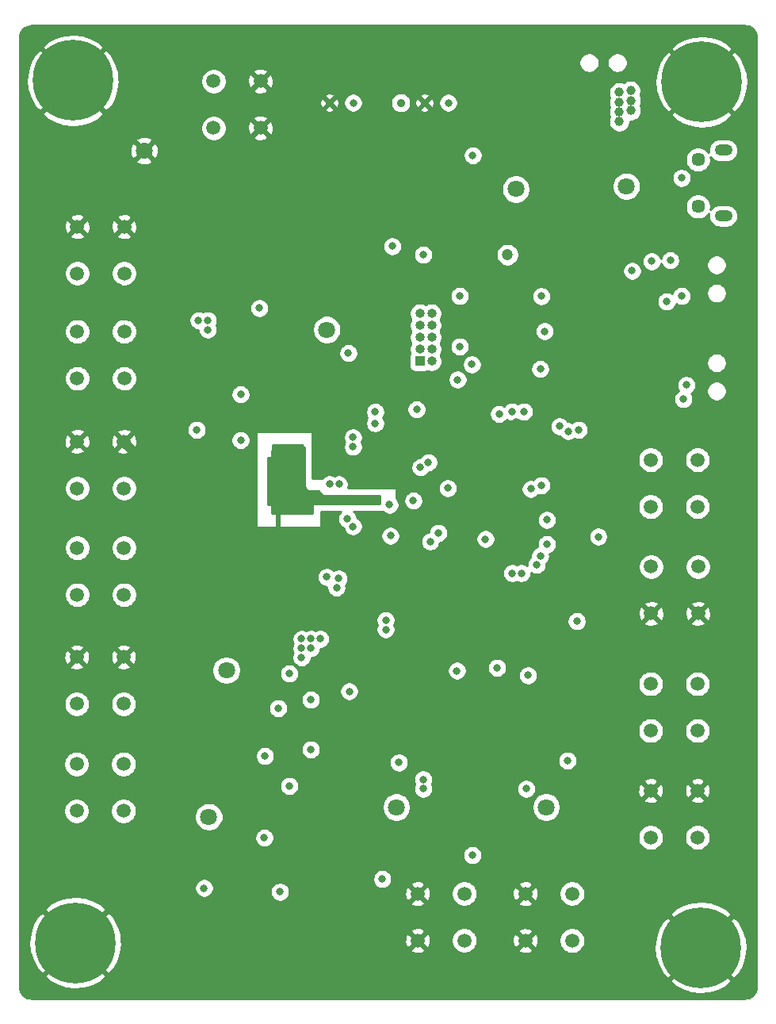
<source format=gbr>
G04 #@! TF.GenerationSoftware,KiCad,Pcbnew,(5.1.5)-3*
G04 #@! TF.CreationDate,2021-02-22T14:13:44+02:00*
G04 #@! TF.ProjectId,Waveform Generator,57617665-666f-4726-9d20-47656e657261,rev?*
G04 #@! TF.SameCoordinates,Original*
G04 #@! TF.FileFunction,Copper,L2,Inr*
G04 #@! TF.FilePolarity,Positive*
%FSLAX46Y46*%
G04 Gerber Fmt 4.6, Leading zero omitted, Abs format (unit mm)*
G04 Created by KiCad (PCBNEW (5.1.5)-3) date 2021-02-22 14:13:44*
%MOMM*%
%LPD*%
G04 APERTURE LIST*
%ADD10C,1.500000*%
%ADD11C,0.800000*%
%ADD12C,0.900000*%
%ADD13C,1.800000*%
%ADD14C,8.600000*%
%ADD15C,1.450000*%
%ADD16O,1.900000X1.200000*%
%ADD17R,1.000000X1.000000*%
%ADD18O,1.000000X1.000000*%
%ADD19C,1.000000*%
%ADD20C,1.200000*%
%ADD21C,0.300000*%
%ADD22C,0.500000*%
%ADD23C,1.000000*%
%ADD24C,0.254000*%
G04 APERTURE END LIST*
D10*
X22050000Y-36000000D03*
X22050000Y-31000000D03*
X27050000Y-36000000D03*
X27050000Y-31000000D03*
X22039999Y-70300000D03*
X22039999Y-65300000D03*
X27039999Y-70300000D03*
X27039999Y-65300000D03*
D11*
X48991000Y-17780000D03*
X51531000Y-17780000D03*
X61691000Y-17780000D03*
X59151000Y-17780000D03*
D12*
X56611000Y-17780000D03*
D13*
X48700000Y-42000000D03*
D10*
X88300000Y-79800000D03*
X88300000Y-84800000D03*
X83300000Y-79800000D03*
X83300000Y-84800000D03*
X27050000Y-42200000D03*
X27050000Y-47200000D03*
X22050000Y-42200000D03*
X22050000Y-47200000D03*
X63400000Y-107200000D03*
X58400000Y-107200000D03*
X63400000Y-102200000D03*
X58400000Y-102200000D03*
X27039999Y-53930001D03*
X27039999Y-58930001D03*
X22039999Y-53930001D03*
X22039999Y-58930001D03*
X27000000Y-76950000D03*
X27000000Y-81950000D03*
X22000000Y-76950000D03*
X22000000Y-81950000D03*
X88350000Y-67300000D03*
X88350000Y-72300000D03*
X83350000Y-67300000D03*
X83350000Y-72300000D03*
D14*
X21590000Y-15400000D03*
D12*
X24815000Y-15400000D03*
X23870419Y-17680419D03*
X21590000Y-18625000D03*
X19309581Y-17680419D03*
X18365000Y-15400000D03*
X19309581Y-13119581D03*
X21590000Y-12175000D03*
X23870419Y-13119581D03*
X91010419Y-13269581D03*
X88730000Y-12325000D03*
X86449581Y-13269581D03*
X85505000Y-15550000D03*
X86449581Y-17830419D03*
X88730000Y-18775000D03*
X91010419Y-17830419D03*
X91955000Y-15550000D03*
D14*
X88730000Y-15550000D03*
D12*
X24124419Y-105161581D03*
X21844000Y-104217000D03*
X19563581Y-105161581D03*
X18619000Y-107442000D03*
X19563581Y-109722419D03*
X21844000Y-110667000D03*
X24124419Y-109722419D03*
X25069000Y-107442000D03*
D14*
X21844000Y-107442000D03*
D12*
X90926419Y-105669581D03*
X88646000Y-104725000D03*
X86365581Y-105669581D03*
X85421000Y-107950000D03*
X86365581Y-110230419D03*
X88646000Y-111175000D03*
X90926419Y-110230419D03*
X91871000Y-107950000D03*
D14*
X88646000Y-107950000D03*
D15*
X88367500Y-28850000D03*
X88367500Y-23850000D03*
D16*
X91067500Y-29850000D03*
X91067500Y-22850000D03*
D17*
X58630000Y-45360000D03*
D18*
X59900000Y-45360000D03*
X58630000Y-44090000D03*
X59900000Y-44090000D03*
X58630000Y-42820000D03*
X59900000Y-42820000D03*
X58630000Y-41550000D03*
X59900000Y-41550000D03*
X58630000Y-40280000D03*
X59900000Y-40280000D03*
D13*
X36100000Y-94000000D03*
X37973000Y-78359000D03*
X68900000Y-27000000D03*
X80700000Y-26700000D03*
X29200000Y-22900000D03*
X56134000Y-92966000D03*
X72136000Y-92964000D03*
D10*
X83300000Y-96200000D03*
X83300000Y-91200000D03*
X88300000Y-96200000D03*
X88300000Y-91200000D03*
X21989999Y-93360001D03*
X21989999Y-88360001D03*
X26989999Y-93360001D03*
X26989999Y-88360001D03*
X69910001Y-102210001D03*
X74910001Y-102210001D03*
X69910001Y-107210001D03*
X74910001Y-107210001D03*
X41616000Y-20467000D03*
X36616000Y-20467000D03*
X41616000Y-15467000D03*
X36616000Y-15467000D03*
X88300000Y-55900000D03*
X88300000Y-60900000D03*
X83300000Y-55900000D03*
X83300000Y-60900000D03*
D11*
X61560000Y-70180000D03*
X60730993Y-70180000D03*
D19*
X81200000Y-18600000D03*
X81170000Y-17540000D03*
X81160000Y-16470000D03*
X79940000Y-19780000D03*
X79930000Y-16660000D03*
X79940000Y-17700000D03*
D11*
X65300993Y-70050000D03*
X48700000Y-68400000D03*
X53000000Y-68500000D03*
X43500000Y-60750000D03*
X45500000Y-55250000D03*
X29000000Y-109000000D03*
X29000000Y-103000000D03*
X37000000Y-103000000D03*
X38000000Y-109000000D03*
X46000000Y-109000000D03*
X46000000Y-103000000D03*
X51000000Y-96000000D03*
X68233747Y-95318335D03*
X35650000Y-82000000D03*
X43700000Y-84900000D03*
X51430331Y-86830331D03*
X53000000Y-79100000D03*
X63300000Y-81600000D03*
X70400000Y-89600000D03*
X71700000Y-82500000D03*
X68200000Y-81900000D03*
X76262241Y-67083754D03*
X42700000Y-72200000D03*
X53800000Y-71650000D03*
X48700000Y-64700000D03*
X50100000Y-55300000D03*
X53600000Y-49600000D03*
X56500000Y-41542463D03*
X41800000Y-35500000D03*
X44700000Y-43700000D03*
X46200000Y-38100000D03*
X62100000Y-41600000D03*
X41350330Y-51149670D03*
X36800000Y-34000000D03*
X78700000Y-50900000D03*
X79551041Y-45551041D03*
X75989338Y-40500000D03*
X87050001Y-44500000D03*
X87450000Y-33100000D03*
X86000000Y-24100000D03*
X78000000Y-29000000D03*
X78000000Y-27100000D03*
X78300000Y-19200000D03*
X62000000Y-23400000D03*
X58000000Y-23500000D03*
X51600000Y-26400000D03*
X67200000Y-55600000D03*
X71000000Y-51500000D03*
X29900000Y-58900000D03*
X69200000Y-22500000D03*
X63200000Y-56700000D03*
X57500000Y-66100000D03*
X57000000Y-55300000D03*
X66300000Y-62000000D03*
X63800000Y-50000000D03*
X65700000Y-28400000D03*
X24900000Y-33000000D03*
X64300000Y-23400000D03*
X70200000Y-78900000D03*
X51100000Y-80600000D03*
X55700000Y-33100000D03*
X41500000Y-39700000D03*
X34800000Y-52700000D03*
X42030331Y-96230331D03*
X56400000Y-88200000D03*
X64250000Y-98100000D03*
X74400000Y-88000000D03*
X75412241Y-73114323D03*
X77700000Y-64100000D03*
X52400000Y-101800000D03*
X60100000Y-61500000D03*
X43700000Y-102000000D03*
X59750000Y-64613814D03*
D19*
X79940000Y-18750000D03*
D11*
X86800000Y-49400000D03*
X71619669Y-38419669D03*
X71969669Y-42169669D03*
X71500000Y-46200000D03*
X73500000Y-70000000D03*
X48000000Y-79700000D03*
X49600000Y-81800000D03*
X64400000Y-92100000D03*
X40600000Y-74900000D03*
X30300000Y-45600000D03*
X35000000Y-42820010D03*
D20*
X68000000Y-34000000D03*
D11*
X55400000Y-60700000D03*
X62900000Y-38400000D03*
X75600000Y-52700000D03*
X86600000Y-25800000D03*
X72200000Y-64900000D03*
X58700000Y-56700000D03*
X65650000Y-64350000D03*
X72200000Y-62300000D03*
X71619669Y-58619669D03*
X49967302Y-68567302D03*
X39500000Y-48900000D03*
X39500000Y-53800000D03*
X49744694Y-69542213D03*
X48000000Y-13000000D03*
X50000000Y-13000000D03*
X52000000Y-13000000D03*
X54000000Y-13000000D03*
X56000000Y-13000000D03*
X58000000Y-13000000D03*
X60000000Y-13000000D03*
X62000000Y-13000000D03*
X48000000Y-15000000D03*
X50000000Y-15000000D03*
X52000000Y-15000000D03*
X54000000Y-15000000D03*
X56000000Y-15000000D03*
X58000000Y-15000000D03*
X60000000Y-15000000D03*
X62000000Y-15000000D03*
X35000000Y-12000000D03*
X37000000Y-12000000D03*
X39000000Y-12000000D03*
X41000000Y-12000000D03*
X43000000Y-12000000D03*
X35000000Y-14000000D03*
X39000000Y-14000000D03*
X43000000Y-14000000D03*
X43000000Y-18000000D03*
X35000000Y-18000000D03*
X39000000Y-16000000D03*
X39000000Y-18000000D03*
X39000000Y-20000000D03*
X35000000Y-20000000D03*
X35000000Y-22000000D03*
X35000000Y-24000000D03*
X39000000Y-22000000D03*
X39000000Y-24000000D03*
X42000000Y-24000000D03*
X41000000Y-18000000D03*
X54000000Y-17000000D03*
X23250000Y-33000000D03*
X26500000Y-33000000D03*
X23250000Y-56000000D03*
X26500000Y-56000000D03*
X26500000Y-57000000D03*
X23250000Y-57000000D03*
X24900000Y-56000000D03*
X24900000Y-57000000D03*
X24650000Y-62750000D03*
X23000000Y-62750000D03*
X26250000Y-62750000D03*
X24400000Y-68250000D03*
X22750000Y-68250000D03*
X26000000Y-67250000D03*
X26000000Y-68250000D03*
X22750000Y-67250000D03*
X24400000Y-67250000D03*
X23000000Y-74250000D03*
X24650000Y-74250000D03*
X26250000Y-74250000D03*
X26250000Y-79000000D03*
X24650000Y-79000000D03*
X24650000Y-80000000D03*
X23000000Y-79000000D03*
X23000000Y-80000000D03*
X26250000Y-80000000D03*
X24650000Y-85750000D03*
X23000000Y-85750000D03*
X26250000Y-85750000D03*
X24650000Y-91250000D03*
X23000000Y-91250000D03*
X24650000Y-90250000D03*
X26250000Y-91250000D03*
X23000000Y-90250000D03*
X26250000Y-90250000D03*
X61500000Y-104000000D03*
X61500000Y-105000000D03*
X59900000Y-104000000D03*
X58250000Y-104000000D03*
X59900000Y-105000000D03*
X58250000Y-105000000D03*
X71650000Y-105250000D03*
X70000000Y-105250000D03*
X73250000Y-104250000D03*
X73250000Y-105250000D03*
X71650000Y-104250000D03*
X70000000Y-104250000D03*
X66900000Y-105250000D03*
X66900000Y-104250000D03*
X68500000Y-104250000D03*
X68500000Y-105250000D03*
X85900000Y-93250000D03*
X85900000Y-94250000D03*
X87500000Y-93250000D03*
X84250000Y-93250000D03*
X84250000Y-94250000D03*
X87500000Y-94250000D03*
X87500000Y-87280000D03*
X87530000Y-88980000D03*
X84280000Y-88980000D03*
X85900000Y-87280000D03*
X85930000Y-88980000D03*
X84250000Y-87280000D03*
X84000000Y-81750000D03*
X85650000Y-82750000D03*
X87250000Y-82750000D03*
X84000000Y-82750000D03*
X85650000Y-81750000D03*
X85650000Y-74500000D03*
X87250000Y-74500000D03*
X84000000Y-74500000D03*
X85650000Y-77500000D03*
X85650000Y-76500000D03*
X84000000Y-76500000D03*
X87250000Y-76500000D03*
X84000000Y-77500000D03*
X87250000Y-77500000D03*
X85650000Y-69250000D03*
X87250000Y-69250000D03*
X84000000Y-70250000D03*
X84000000Y-69250000D03*
X87250000Y-70250000D03*
X85650000Y-70250000D03*
X87290000Y-65190000D03*
X84050000Y-63590000D03*
X85700000Y-63590000D03*
X87300000Y-63590000D03*
X84040000Y-65190000D03*
X85690000Y-65190000D03*
X85650000Y-58750000D03*
X84000000Y-57750000D03*
X85650000Y-57750000D03*
X87250000Y-57750000D03*
X87250000Y-58750000D03*
X84000000Y-58750000D03*
X24900000Y-48750000D03*
X23250000Y-48750000D03*
X26500000Y-48750000D03*
X23250000Y-49750000D03*
X24900000Y-49750000D03*
X26500000Y-49750000D03*
X26500000Y-52000000D03*
X23250000Y-52000000D03*
X24900000Y-52000000D03*
X24900000Y-51000000D03*
X26500000Y-51000000D03*
X23250000Y-51000000D03*
X68890000Y-51890000D03*
X44700000Y-90700000D03*
X44700000Y-78700000D03*
X58300000Y-50500000D03*
X81319669Y-35719669D03*
X61619669Y-58919669D03*
X87100000Y-47900000D03*
X66900000Y-78100000D03*
X71500000Y-66149999D03*
X62600000Y-78400000D03*
X71128609Y-67078478D03*
X64200000Y-45700000D03*
X67100000Y-51000000D03*
X62900000Y-43800000D03*
X62675262Y-47328387D03*
X42100000Y-87500000D03*
X43500000Y-82400000D03*
X85400000Y-34600000D03*
X74485140Y-52834547D03*
X83400000Y-34700000D03*
X73552543Y-52313824D03*
X60600000Y-63700000D03*
X35600000Y-101600000D03*
X62280000Y-71040000D03*
X61370000Y-71880000D03*
X63020000Y-71880000D03*
X62180000Y-72740000D03*
X63830000Y-72740000D03*
X63000993Y-72740000D03*
X61350993Y-72740000D03*
X61450993Y-71040000D03*
X62190993Y-71880000D03*
X60540993Y-71880000D03*
X85110993Y-40850000D03*
X84290000Y-40850000D03*
X85940000Y-40850000D03*
X85940000Y-41850000D03*
X85110993Y-41850000D03*
X84290000Y-41850000D03*
X83460993Y-41850000D03*
X84290000Y-42850000D03*
X85110993Y-42850000D03*
X85940000Y-42850000D03*
X83460993Y-42850000D03*
X84290000Y-43850000D03*
X85110993Y-43850000D03*
X83460993Y-43850000D03*
X85940000Y-43850000D03*
X85110993Y-44850000D03*
X85940000Y-44850000D03*
X84290000Y-44850000D03*
X83460993Y-44850000D03*
X85940000Y-50850000D03*
X85110993Y-51850000D03*
X85940000Y-51850000D03*
X26250000Y-95250000D03*
X24650000Y-95250000D03*
X23000000Y-95250000D03*
X23000000Y-86750000D03*
X24650000Y-86750000D03*
X26250000Y-86750000D03*
X26250000Y-83750000D03*
X24650000Y-83750000D03*
X23000000Y-83750000D03*
X24650000Y-75250000D03*
X26250000Y-75250000D03*
X23000000Y-75250000D03*
X23000000Y-72250000D03*
X26250000Y-72250000D03*
X24650000Y-72250000D03*
X23000000Y-63750000D03*
X26250000Y-63750000D03*
X24650000Y-63750000D03*
X24650000Y-60750000D03*
X26250000Y-60750000D03*
X23000000Y-60750000D03*
X24900000Y-45500000D03*
X23250000Y-45500000D03*
X26500000Y-45500000D03*
X24900000Y-44500000D03*
X26500000Y-44500000D03*
X23250000Y-44500000D03*
X24900000Y-40500000D03*
X23250000Y-40500000D03*
X26500000Y-40500000D03*
X26500000Y-39500000D03*
X23250000Y-39500000D03*
X24900000Y-39500000D03*
X23250000Y-38500000D03*
X24900000Y-38500000D03*
X26500000Y-38500000D03*
X26500000Y-37500000D03*
X23250000Y-37500000D03*
X24900000Y-37500000D03*
X23250000Y-34000000D03*
X26500000Y-34000000D03*
X24900000Y-34000000D03*
X23250000Y-29000000D03*
X26500000Y-29000000D03*
X24900000Y-29000000D03*
X49000000Y-74000000D03*
X70000000Y-70000000D03*
X70000000Y-71000000D03*
X87250000Y-81750000D03*
X53800000Y-72500000D03*
X54000000Y-41500000D03*
X54000000Y-42500000D03*
X54000000Y-43500000D03*
X54000000Y-44500000D03*
X54000000Y-45500000D03*
X56500000Y-45500000D03*
X65000000Y-42500000D03*
X64000000Y-42500000D03*
X65000000Y-41600000D03*
X64000000Y-41600000D03*
X57500000Y-36000000D03*
X58500000Y-36000000D03*
X59500000Y-36000000D03*
X60500000Y-36000000D03*
X83100000Y-111450000D03*
X83100000Y-112450000D03*
X79850000Y-112450000D03*
X81500000Y-111450000D03*
X81500000Y-112450000D03*
X79850000Y-111450000D03*
X83100000Y-109450000D03*
X81500000Y-110450000D03*
X81500000Y-109450000D03*
X79850000Y-110450000D03*
X83100000Y-110450000D03*
X79850000Y-109450000D03*
X79850000Y-107450000D03*
X81500000Y-108450000D03*
X83100000Y-108450000D03*
X83100000Y-107450000D03*
X79850000Y-108450000D03*
X81500000Y-107450000D03*
X79850000Y-105450000D03*
X81500000Y-105450000D03*
X83100000Y-105450000D03*
X79850000Y-106450000D03*
X83100000Y-106450000D03*
X81500000Y-106450000D03*
X79850000Y-103450000D03*
X79850000Y-104450000D03*
X81500000Y-103450000D03*
X83100000Y-104450000D03*
X81500000Y-104450000D03*
X83100000Y-103450000D03*
X81500000Y-102450000D03*
X83100000Y-102450000D03*
X79850000Y-101450000D03*
X81500000Y-101450000D03*
X79850000Y-102450000D03*
X83100000Y-101450000D03*
X20300000Y-97550000D03*
X18700000Y-98550000D03*
X18700000Y-97550000D03*
X17050000Y-98550000D03*
X20300000Y-98550000D03*
X17050000Y-97550000D03*
X25000000Y-98550000D03*
X21750000Y-98550000D03*
X25000000Y-97550000D03*
X23400000Y-98550000D03*
X21750000Y-97550000D03*
X23400000Y-97550000D03*
X20300000Y-100550000D03*
X18700000Y-100550000D03*
X17050000Y-99550000D03*
X20300000Y-99550000D03*
X18700000Y-99550000D03*
X17050000Y-100550000D03*
X21750000Y-100550000D03*
X25000000Y-99550000D03*
X23400000Y-99550000D03*
X25000000Y-100550000D03*
X21750000Y-99550000D03*
X23400000Y-100550000D03*
X29600000Y-98550000D03*
X28000000Y-98550000D03*
X29600000Y-97550000D03*
X26350000Y-97550000D03*
X26350000Y-98550000D03*
X28000000Y-97550000D03*
X26350000Y-100650000D03*
X29600000Y-99650000D03*
X28000000Y-99650000D03*
X29600000Y-100650000D03*
X28000000Y-100650000D03*
X26350000Y-99650000D03*
X18150000Y-92800000D03*
X18150000Y-94400000D03*
X20150000Y-94400000D03*
X19150000Y-92800000D03*
X20150000Y-92800000D03*
X19150000Y-94400000D03*
X20130000Y-88180000D03*
X20130000Y-89780000D03*
X19130000Y-91430000D03*
X19130000Y-88180000D03*
X19130000Y-89780000D03*
X20130000Y-91430000D03*
X18130000Y-91430000D03*
X18130000Y-89780000D03*
X18130000Y-88180000D03*
X20130000Y-86620000D03*
X19130000Y-86620000D03*
X19130000Y-83370000D03*
X18130000Y-83370000D03*
X20130000Y-83370000D03*
X18130000Y-86620000D03*
X20110000Y-78810000D03*
X20110000Y-80410000D03*
X19110000Y-82060000D03*
X19110000Y-78810000D03*
X19110000Y-80410000D03*
X20110000Y-82060000D03*
X20090000Y-77440000D03*
X19090000Y-77440000D03*
X18090000Y-77440000D03*
X18110000Y-82060000D03*
X18110000Y-80410000D03*
X18110000Y-78810000D03*
X20110000Y-75960000D03*
X18110000Y-74310000D03*
X19110000Y-72710000D03*
X20110000Y-72710000D03*
X18110000Y-72710000D03*
X20090000Y-71340000D03*
X20110000Y-74310000D03*
X19110000Y-75960000D03*
X18110000Y-75960000D03*
X19110000Y-74310000D03*
X18090000Y-71340000D03*
X19090000Y-71340000D03*
X19060000Y-68160000D03*
X20040000Y-65190000D03*
X20060000Y-69810000D03*
X18060000Y-66560000D03*
X18060000Y-68160000D03*
X19060000Y-66560000D03*
X20060000Y-66560000D03*
X20060000Y-68160000D03*
X18060000Y-69810000D03*
X19040000Y-65190000D03*
X18040000Y-65190000D03*
X19060000Y-69810000D03*
X18060000Y-60570000D03*
X20060000Y-60570000D03*
X19040000Y-59200000D03*
X18040000Y-59200000D03*
X20040000Y-59200000D03*
X20060000Y-63820000D03*
X19060000Y-63820000D03*
X18060000Y-63820000D03*
X19060000Y-60570000D03*
X20010000Y-56070000D03*
X18990000Y-53100000D03*
X19990000Y-53100000D03*
X19010000Y-56070000D03*
X19010000Y-54470000D03*
X20010000Y-54470000D03*
X18010000Y-54470000D03*
X18010000Y-57720000D03*
X17990000Y-53100000D03*
X19010000Y-57720000D03*
X18010000Y-56070000D03*
X20010000Y-57720000D03*
X19010000Y-48380000D03*
X17990000Y-47010000D03*
X19010000Y-51630000D03*
X18010000Y-48380000D03*
X19990000Y-47010000D03*
X20010000Y-48380000D03*
X18990000Y-47010000D03*
X20010000Y-51630000D03*
X18010000Y-51630000D03*
X20010000Y-45630000D03*
X20010000Y-42380000D03*
X20010000Y-43980000D03*
X19010000Y-43980000D03*
X18990000Y-41010000D03*
X18010000Y-45630000D03*
X19010000Y-42380000D03*
X17990000Y-41010000D03*
X19010000Y-45630000D03*
X18010000Y-43980000D03*
X18010000Y-42380000D03*
X19990000Y-41010000D03*
X19010000Y-39740000D03*
X20010000Y-39740000D03*
X19010000Y-38090000D03*
X18010000Y-39740000D03*
X18010000Y-38090000D03*
X18990000Y-35120000D03*
X19010000Y-36490000D03*
X20010000Y-36490000D03*
X17990000Y-35120000D03*
X19990000Y-35120000D03*
X18010000Y-36490000D03*
X20010000Y-38090000D03*
X19010000Y-33810000D03*
X20010000Y-33810000D03*
X19990000Y-30840000D03*
X18010000Y-33810000D03*
X20010000Y-32210000D03*
X17990000Y-30840000D03*
X18990000Y-30840000D03*
X19010000Y-32210000D03*
X18010000Y-32210000D03*
X16990000Y-26620000D03*
X18010000Y-29590000D03*
X17990000Y-26620000D03*
X19010000Y-29590000D03*
X20010000Y-29590000D03*
X19990000Y-26620000D03*
X18990000Y-26620000D03*
X17010000Y-25250000D03*
X16990000Y-22280000D03*
X18010000Y-25250000D03*
X20010000Y-25250000D03*
X17010000Y-23650000D03*
X20010000Y-23650000D03*
X19010000Y-25250000D03*
X19990000Y-22280000D03*
X18010000Y-23650000D03*
X19010000Y-23650000D03*
X18990000Y-22280000D03*
X17990000Y-22280000D03*
X22170000Y-25250000D03*
X23170000Y-25250000D03*
X21150000Y-22280000D03*
X24150000Y-22280000D03*
X21170000Y-25250000D03*
X23150000Y-22280000D03*
X22170000Y-23650000D03*
X22150000Y-22280000D03*
X24170000Y-25250000D03*
X21170000Y-23650000D03*
X24170000Y-23650000D03*
X23170000Y-23650000D03*
X31360000Y-14310000D03*
X31340000Y-11340000D03*
X31360000Y-12710000D03*
X28340000Y-11340000D03*
X30340000Y-11340000D03*
X28360000Y-14310000D03*
X30360000Y-14310000D03*
X29360000Y-12710000D03*
X28360000Y-12710000D03*
X29340000Y-11340000D03*
X29360000Y-14310000D03*
X30360000Y-12710000D03*
X31340000Y-15680000D03*
X29360000Y-17050000D03*
X29340000Y-15680000D03*
X30360000Y-17050000D03*
X31360000Y-17050000D03*
X30340000Y-15680000D03*
X28340000Y-15680000D03*
X31360000Y-18650000D03*
X28360000Y-17050000D03*
X30360000Y-18650000D03*
X29360000Y-18650000D03*
X28360000Y-18650000D03*
X31060000Y-25140000D03*
X33060000Y-25140000D03*
X30080000Y-26510000D03*
X31080000Y-26510000D03*
X32080000Y-26510000D03*
X32060000Y-25140000D03*
X33080000Y-26510000D03*
X33080000Y-28110000D03*
X31080000Y-32390000D03*
X33080000Y-30790000D03*
X30080000Y-32390000D03*
X30080000Y-30790000D03*
X30060000Y-29420000D03*
X31080000Y-30790000D03*
X33060000Y-29420000D03*
X31060000Y-29420000D03*
X33080000Y-32390000D03*
X29460000Y-38280000D03*
X29480000Y-41250000D03*
X31480000Y-39650000D03*
X30480000Y-41250000D03*
X29480000Y-39650000D03*
X30460000Y-38280000D03*
X32480000Y-39650000D03*
X31460000Y-38280000D03*
X30480000Y-39650000D03*
X31480000Y-41250000D03*
X32460000Y-38280000D03*
X32480000Y-41250000D03*
X30080000Y-48900000D03*
X33060000Y-47530000D03*
X31060000Y-47530000D03*
X33080000Y-48900000D03*
X30060000Y-47530000D03*
X31080000Y-48900000D03*
X32600000Y-66400000D03*
X32620000Y-67770000D03*
X30600000Y-66400000D03*
X33620000Y-67770000D03*
X32620000Y-69370000D03*
X33600000Y-66400000D03*
X30620000Y-67770000D03*
X33620000Y-69370000D03*
X30620000Y-69370000D03*
X31620000Y-67770000D03*
X31600000Y-66400000D03*
X31620000Y-69370000D03*
X30600000Y-70680000D03*
X33620000Y-72050000D03*
X32620000Y-72050000D03*
X32620000Y-73650000D03*
X33600000Y-70680000D03*
X33620000Y-73650000D03*
X31600000Y-70680000D03*
X30620000Y-72050000D03*
X32600000Y-70680000D03*
X31620000Y-72050000D03*
X69750000Y-50750000D03*
X70500000Y-59000000D03*
X54630331Y-100630331D03*
X35000000Y-41000000D03*
X36000000Y-41000000D03*
X36000000Y-42000000D03*
X53870000Y-50760008D03*
X53870000Y-52000000D03*
X51500000Y-54500000D03*
X51500000Y-53500000D03*
X55500000Y-64000000D03*
X55000000Y-73000000D03*
X46000000Y-75000000D03*
X47000000Y-75000000D03*
X48000000Y-75000000D03*
X46000000Y-76000000D03*
X47000000Y-76000000D03*
X46000000Y-77000000D03*
X47000000Y-81500000D03*
X59000000Y-90000000D03*
X59000000Y-91000000D03*
X70000000Y-91000000D03*
X68500000Y-50750000D03*
X86600000Y-38400000D03*
X85000000Y-39000000D03*
X50000000Y-58500000D03*
X49000000Y-58500000D03*
X68500000Y-68000000D03*
X69500000Y-68000000D03*
X55000000Y-74000000D03*
X51500000Y-63000000D03*
X59000000Y-34000000D03*
X51000000Y-44500000D03*
X50890379Y-62207305D03*
X47000000Y-86800000D03*
X59548000Y-56170000D03*
X57949999Y-60250001D03*
D21*
X43500000Y-60750000D02*
X43500000Y-61315685D01*
D22*
X43500000Y-60750000D02*
X43500000Y-64200000D01*
X43500000Y-64200000D02*
X43500000Y-65500000D01*
D23*
X29900000Y-56790002D02*
X27039999Y-53930001D01*
X29900000Y-58900000D02*
X29900000Y-56790002D01*
X69200000Y-22500000D02*
X69200000Y-22300000D01*
D24*
G36*
X46342994Y-54622600D02*
G01*
X46342500Y-58799985D01*
X46344937Y-58824762D01*
X46352162Y-58848587D01*
X46369793Y-58878661D01*
X46600293Y-59170831D01*
X46617555Y-59188771D01*
X46637985Y-59202999D01*
X46660799Y-59212968D01*
X46685118Y-59218295D01*
X46699171Y-59219167D01*
X47838643Y-59226602D01*
X48200830Y-59679336D01*
X48218213Y-59697159D01*
X48238739Y-59711248D01*
X48261620Y-59721062D01*
X48285975Y-59726223D01*
X48300000Y-59727000D01*
X54373000Y-59727000D01*
X54373000Y-60557842D01*
X54369985Y-60573000D01*
X47250000Y-60573000D01*
X47225224Y-60575440D01*
X47201399Y-60582667D01*
X47179443Y-60594403D01*
X47160197Y-60610197D01*
X47144403Y-60629443D01*
X47132667Y-60651399D01*
X47125440Y-60675224D01*
X47123000Y-60700000D01*
X47123000Y-61623000D01*
X42877000Y-61623000D01*
X42877000Y-60750000D01*
X42874560Y-60725224D01*
X42867333Y-60701399D01*
X42855597Y-60679443D01*
X42839803Y-60660197D01*
X42820557Y-60644403D01*
X42798601Y-60632667D01*
X42774776Y-60625440D01*
X42750000Y-60623000D01*
X42377000Y-60623000D01*
X42377000Y-55627000D01*
X42750000Y-55627000D01*
X42774776Y-55624560D01*
X42798601Y-55617333D01*
X42820557Y-55605597D01*
X42839803Y-55589803D01*
X42855597Y-55570557D01*
X42867333Y-55548601D01*
X42874560Y-55524776D01*
X42876977Y-55502442D01*
X42899582Y-54327000D01*
X46047394Y-54327000D01*
X46342994Y-54622600D01*
G37*
X46342994Y-54622600D02*
X46342500Y-58799985D01*
X46344937Y-58824762D01*
X46352162Y-58848587D01*
X46369793Y-58878661D01*
X46600293Y-59170831D01*
X46617555Y-59188771D01*
X46637985Y-59202999D01*
X46660799Y-59212968D01*
X46685118Y-59218295D01*
X46699171Y-59219167D01*
X47838643Y-59226602D01*
X48200830Y-59679336D01*
X48218213Y-59697159D01*
X48238739Y-59711248D01*
X48261620Y-59721062D01*
X48285975Y-59726223D01*
X48300000Y-59727000D01*
X54373000Y-59727000D01*
X54373000Y-60557842D01*
X54369985Y-60573000D01*
X47250000Y-60573000D01*
X47225224Y-60575440D01*
X47201399Y-60582667D01*
X47179443Y-60594403D01*
X47160197Y-60610197D01*
X47144403Y-60629443D01*
X47132667Y-60651399D01*
X47125440Y-60675224D01*
X47123000Y-60700000D01*
X47123000Y-61623000D01*
X42877000Y-61623000D01*
X42877000Y-60750000D01*
X42874560Y-60725224D01*
X42867333Y-60701399D01*
X42855597Y-60679443D01*
X42839803Y-60660197D01*
X42820557Y-60644403D01*
X42798601Y-60632667D01*
X42774776Y-60625440D01*
X42750000Y-60623000D01*
X42377000Y-60623000D01*
X42377000Y-55627000D01*
X42750000Y-55627000D01*
X42774776Y-55624560D01*
X42798601Y-55617333D01*
X42820557Y-55605597D01*
X42839803Y-55589803D01*
X42855597Y-55570557D01*
X42867333Y-55548601D01*
X42874560Y-55524776D01*
X42876977Y-55502442D01*
X42899582Y-54327000D01*
X46047394Y-54327000D01*
X46342994Y-54622600D01*
G36*
X93586204Y-9576815D02*
G01*
X93818226Y-9646867D01*
X94032222Y-9760650D01*
X94220041Y-9913832D01*
X94374530Y-10100577D01*
X94489801Y-10313769D01*
X94561472Y-10545300D01*
X94590000Y-10816725D01*
X94590001Y-110457572D01*
X94590000Y-110457582D01*
X94590001Y-112108713D01*
X94563185Y-112382205D01*
X94493133Y-112614226D01*
X94379350Y-112828222D01*
X94226169Y-113016039D01*
X94039424Y-113170529D01*
X93826231Y-113285802D01*
X93594701Y-113357472D01*
X93323276Y-113386000D01*
X17177277Y-113386000D01*
X16903795Y-113359185D01*
X16671774Y-113289133D01*
X16457778Y-113175350D01*
X16269961Y-113022169D01*
X16115471Y-112835424D01*
X16000198Y-112622231D01*
X15928528Y-112390701D01*
X15900000Y-112119276D01*
X15900000Y-110924818D01*
X18540787Y-110924818D01*
X19032946Y-111527149D01*
X19883933Y-111997063D01*
X20810243Y-112291929D01*
X21776281Y-112400414D01*
X22744921Y-112318351D01*
X23678938Y-112048893D01*
X24542440Y-111602394D01*
X24655054Y-111527149D01*
X24732130Y-111432818D01*
X85342787Y-111432818D01*
X85834946Y-112035149D01*
X86685933Y-112505063D01*
X87612243Y-112799929D01*
X88578281Y-112908414D01*
X89546921Y-112826351D01*
X90480938Y-112556893D01*
X91344440Y-112110394D01*
X91457054Y-112035149D01*
X91949213Y-111432818D01*
X88646000Y-108129605D01*
X85342787Y-111432818D01*
X24732130Y-111432818D01*
X25147213Y-110924818D01*
X21844000Y-107621605D01*
X18540787Y-110924818D01*
X15900000Y-110924818D01*
X15900000Y-107374281D01*
X16885586Y-107374281D01*
X16967649Y-108342921D01*
X17237107Y-109276938D01*
X17683606Y-110140440D01*
X17758851Y-110253054D01*
X18361182Y-110745213D01*
X21664395Y-107442000D01*
X22023605Y-107442000D01*
X25326818Y-110745213D01*
X25929149Y-110253054D01*
X26399063Y-109402067D01*
X26693929Y-108475757D01*
X26729725Y-108156993D01*
X57622612Y-108156993D01*
X57688137Y-108395860D01*
X57935116Y-108511760D01*
X58199960Y-108577250D01*
X58472492Y-108589812D01*
X58742238Y-108548965D01*
X58998832Y-108456277D01*
X59111863Y-108395860D01*
X59177388Y-108156993D01*
X58400000Y-107379605D01*
X57622612Y-108156993D01*
X26729725Y-108156993D01*
X26802414Y-107509719D01*
X26782317Y-107272492D01*
X57010188Y-107272492D01*
X57051035Y-107542238D01*
X57143723Y-107798832D01*
X57204140Y-107911863D01*
X57443007Y-107977388D01*
X58220395Y-107200000D01*
X58579605Y-107200000D01*
X59356993Y-107977388D01*
X59595860Y-107911863D01*
X59711760Y-107664884D01*
X59777250Y-107400040D01*
X59789812Y-107127508D01*
X59780133Y-107063589D01*
X62015000Y-107063589D01*
X62015000Y-107336411D01*
X62068225Y-107603989D01*
X62172629Y-107856043D01*
X62324201Y-108082886D01*
X62517114Y-108275799D01*
X62743957Y-108427371D01*
X62996011Y-108531775D01*
X63263589Y-108585000D01*
X63536411Y-108585000D01*
X63803989Y-108531775D01*
X64056043Y-108427371D01*
X64282886Y-108275799D01*
X64391691Y-108166994D01*
X69132613Y-108166994D01*
X69198138Y-108405861D01*
X69445117Y-108521761D01*
X69709961Y-108587251D01*
X69982493Y-108599813D01*
X70252239Y-108558966D01*
X70508833Y-108466278D01*
X70621864Y-108405861D01*
X70687389Y-108166994D01*
X69910001Y-107389606D01*
X69132613Y-108166994D01*
X64391691Y-108166994D01*
X64475799Y-108082886D01*
X64627371Y-107856043D01*
X64731775Y-107603989D01*
X64785000Y-107336411D01*
X64785000Y-107282493D01*
X68520189Y-107282493D01*
X68561036Y-107552239D01*
X68653724Y-107808833D01*
X68714141Y-107921864D01*
X68953008Y-107987389D01*
X69730396Y-107210001D01*
X70089606Y-107210001D01*
X70866994Y-107987389D01*
X71105861Y-107921864D01*
X71221761Y-107674885D01*
X71287251Y-107410041D01*
X71299813Y-107137509D01*
X71290134Y-107073590D01*
X73525001Y-107073590D01*
X73525001Y-107346412D01*
X73578226Y-107613990D01*
X73682630Y-107866044D01*
X73834202Y-108092887D01*
X74027115Y-108285800D01*
X74253958Y-108437372D01*
X74506012Y-108541776D01*
X74773590Y-108595001D01*
X75046412Y-108595001D01*
X75313990Y-108541776D01*
X75566044Y-108437372D01*
X75792887Y-108285800D01*
X75985800Y-108092887D01*
X76126522Y-107882281D01*
X83687586Y-107882281D01*
X83769649Y-108850921D01*
X84039107Y-109784938D01*
X84485606Y-110648440D01*
X84560851Y-110761054D01*
X85163182Y-111253213D01*
X88466395Y-107950000D01*
X88825605Y-107950000D01*
X92128818Y-111253213D01*
X92731149Y-110761054D01*
X93201063Y-109910067D01*
X93495929Y-108983757D01*
X93604414Y-108017719D01*
X93522351Y-107049079D01*
X93252893Y-106115062D01*
X92806394Y-105251560D01*
X92731149Y-105138946D01*
X92128818Y-104646787D01*
X88825605Y-107950000D01*
X88466395Y-107950000D01*
X85163182Y-104646787D01*
X84560851Y-105138946D01*
X84090937Y-105989933D01*
X83796071Y-106916243D01*
X83687586Y-107882281D01*
X76126522Y-107882281D01*
X76137372Y-107866044D01*
X76241776Y-107613990D01*
X76295001Y-107346412D01*
X76295001Y-107073590D01*
X76241776Y-106806012D01*
X76137372Y-106553958D01*
X75985800Y-106327115D01*
X75792887Y-106134202D01*
X75566044Y-105982630D01*
X75313990Y-105878226D01*
X75046412Y-105825001D01*
X74773590Y-105825001D01*
X74506012Y-105878226D01*
X74253958Y-105982630D01*
X74027115Y-106134202D01*
X73834202Y-106327115D01*
X73682630Y-106553958D01*
X73578226Y-106806012D01*
X73525001Y-107073590D01*
X71290134Y-107073590D01*
X71258966Y-106867763D01*
X71166278Y-106611169D01*
X71105861Y-106498138D01*
X70866994Y-106432613D01*
X70089606Y-107210001D01*
X69730396Y-107210001D01*
X68953008Y-106432613D01*
X68714141Y-106498138D01*
X68598241Y-106745117D01*
X68532751Y-107009961D01*
X68520189Y-107282493D01*
X64785000Y-107282493D01*
X64785000Y-107063589D01*
X64731775Y-106796011D01*
X64627371Y-106543957D01*
X64475799Y-106317114D01*
X64411693Y-106253008D01*
X69132613Y-106253008D01*
X69910001Y-107030396D01*
X70687389Y-106253008D01*
X70621864Y-106014141D01*
X70374885Y-105898241D01*
X70110041Y-105832751D01*
X69837509Y-105820189D01*
X69567763Y-105861036D01*
X69311169Y-105953724D01*
X69198138Y-106014141D01*
X69132613Y-106253008D01*
X64411693Y-106253008D01*
X64282886Y-106124201D01*
X64056043Y-105972629D01*
X63803989Y-105868225D01*
X63536411Y-105815000D01*
X63263589Y-105815000D01*
X62996011Y-105868225D01*
X62743957Y-105972629D01*
X62517114Y-106124201D01*
X62324201Y-106317114D01*
X62172629Y-106543957D01*
X62068225Y-106796011D01*
X62015000Y-107063589D01*
X59780133Y-107063589D01*
X59748965Y-106857762D01*
X59656277Y-106601168D01*
X59595860Y-106488137D01*
X59356993Y-106422612D01*
X58579605Y-107200000D01*
X58220395Y-107200000D01*
X57443007Y-106422612D01*
X57204140Y-106488137D01*
X57088240Y-106735116D01*
X57022750Y-106999960D01*
X57010188Y-107272492D01*
X26782317Y-107272492D01*
X26720351Y-106541079D01*
X26634360Y-106243007D01*
X57622612Y-106243007D01*
X58400000Y-107020395D01*
X59177388Y-106243007D01*
X59111863Y-106004140D01*
X58864884Y-105888240D01*
X58600040Y-105822750D01*
X58327508Y-105810188D01*
X58057762Y-105851035D01*
X57801168Y-105943723D01*
X57688137Y-106004140D01*
X57622612Y-106243007D01*
X26634360Y-106243007D01*
X26450893Y-105607062D01*
X26004394Y-104743560D01*
X25929149Y-104630946D01*
X25728726Y-104467182D01*
X85342787Y-104467182D01*
X88646000Y-107770395D01*
X91949213Y-104467182D01*
X91457054Y-103864851D01*
X90606067Y-103394937D01*
X89679757Y-103100071D01*
X88713719Y-102991586D01*
X87745079Y-103073649D01*
X86811062Y-103343107D01*
X85947560Y-103789606D01*
X85834946Y-103864851D01*
X85342787Y-104467182D01*
X25728726Y-104467182D01*
X25326818Y-104138787D01*
X22023605Y-107442000D01*
X21664395Y-107442000D01*
X18361182Y-104138787D01*
X17758851Y-104630946D01*
X17288937Y-105481933D01*
X16994071Y-106408243D01*
X16885586Y-107374281D01*
X15900000Y-107374281D01*
X15900000Y-103959182D01*
X18540787Y-103959182D01*
X21844000Y-107262395D01*
X25147213Y-103959182D01*
X24655054Y-103356851D01*
X24293123Y-103156993D01*
X57622612Y-103156993D01*
X57688137Y-103395860D01*
X57935116Y-103511760D01*
X58199960Y-103577250D01*
X58472492Y-103589812D01*
X58742238Y-103548965D01*
X58998832Y-103456277D01*
X59111863Y-103395860D01*
X59177388Y-103156993D01*
X58400000Y-102379605D01*
X57622612Y-103156993D01*
X24293123Y-103156993D01*
X23804067Y-102886937D01*
X22877757Y-102592071D01*
X21911719Y-102483586D01*
X20943079Y-102565649D01*
X20009062Y-102835107D01*
X19145560Y-103281606D01*
X19032946Y-103356851D01*
X18540787Y-103959182D01*
X15900000Y-103959182D01*
X15900000Y-101498061D01*
X34565000Y-101498061D01*
X34565000Y-101701939D01*
X34604774Y-101901898D01*
X34682795Y-102090256D01*
X34796063Y-102259774D01*
X34940226Y-102403937D01*
X35109744Y-102517205D01*
X35298102Y-102595226D01*
X35498061Y-102635000D01*
X35701939Y-102635000D01*
X35901898Y-102595226D01*
X36090256Y-102517205D01*
X36259774Y-102403937D01*
X36403937Y-102259774D01*
X36517205Y-102090256D01*
X36595226Y-101901898D01*
X36595989Y-101898061D01*
X42665000Y-101898061D01*
X42665000Y-102101939D01*
X42704774Y-102301898D01*
X42782795Y-102490256D01*
X42896063Y-102659774D01*
X43040226Y-102803937D01*
X43209744Y-102917205D01*
X43398102Y-102995226D01*
X43598061Y-103035000D01*
X43801939Y-103035000D01*
X44001898Y-102995226D01*
X44190256Y-102917205D01*
X44359774Y-102803937D01*
X44503937Y-102659774D01*
X44617205Y-102490256D01*
X44695226Y-102301898D01*
X44701075Y-102272492D01*
X57010188Y-102272492D01*
X57051035Y-102542238D01*
X57143723Y-102798832D01*
X57204140Y-102911863D01*
X57443007Y-102977388D01*
X58220395Y-102200000D01*
X58579605Y-102200000D01*
X59356993Y-102977388D01*
X59595860Y-102911863D01*
X59711760Y-102664884D01*
X59777250Y-102400040D01*
X59789812Y-102127508D01*
X59780133Y-102063589D01*
X62015000Y-102063589D01*
X62015000Y-102336411D01*
X62068225Y-102603989D01*
X62172629Y-102856043D01*
X62324201Y-103082886D01*
X62517114Y-103275799D01*
X62743957Y-103427371D01*
X62996011Y-103531775D01*
X63263589Y-103585000D01*
X63536411Y-103585000D01*
X63803989Y-103531775D01*
X64056043Y-103427371D01*
X64282886Y-103275799D01*
X64391691Y-103166994D01*
X69132613Y-103166994D01*
X69198138Y-103405861D01*
X69445117Y-103521761D01*
X69709961Y-103587251D01*
X69982493Y-103599813D01*
X70252239Y-103558966D01*
X70508833Y-103466278D01*
X70621864Y-103405861D01*
X70687389Y-103166994D01*
X69910001Y-102389606D01*
X69132613Y-103166994D01*
X64391691Y-103166994D01*
X64475799Y-103082886D01*
X64627371Y-102856043D01*
X64731775Y-102603989D01*
X64785000Y-102336411D01*
X64785000Y-102282493D01*
X68520189Y-102282493D01*
X68561036Y-102552239D01*
X68653724Y-102808833D01*
X68714141Y-102921864D01*
X68953008Y-102987389D01*
X69730396Y-102210001D01*
X70089606Y-102210001D01*
X70866994Y-102987389D01*
X71105861Y-102921864D01*
X71221761Y-102674885D01*
X71287251Y-102410041D01*
X71299813Y-102137509D01*
X71290134Y-102073590D01*
X73525001Y-102073590D01*
X73525001Y-102346412D01*
X73578226Y-102613990D01*
X73682630Y-102866044D01*
X73834202Y-103092887D01*
X74027115Y-103285800D01*
X74253958Y-103437372D01*
X74506012Y-103541776D01*
X74773590Y-103595001D01*
X75046412Y-103595001D01*
X75313990Y-103541776D01*
X75566044Y-103437372D01*
X75792887Y-103285800D01*
X75985800Y-103092887D01*
X76137372Y-102866044D01*
X76241776Y-102613990D01*
X76295001Y-102346412D01*
X76295001Y-102073590D01*
X76241776Y-101806012D01*
X76137372Y-101553958D01*
X75985800Y-101327115D01*
X75792887Y-101134202D01*
X75566044Y-100982630D01*
X75313990Y-100878226D01*
X75046412Y-100825001D01*
X74773590Y-100825001D01*
X74506012Y-100878226D01*
X74253958Y-100982630D01*
X74027115Y-101134202D01*
X73834202Y-101327115D01*
X73682630Y-101553958D01*
X73578226Y-101806012D01*
X73525001Y-102073590D01*
X71290134Y-102073590D01*
X71258966Y-101867763D01*
X71166278Y-101611169D01*
X71105861Y-101498138D01*
X70866994Y-101432613D01*
X70089606Y-102210001D01*
X69730396Y-102210001D01*
X68953008Y-101432613D01*
X68714141Y-101498138D01*
X68598241Y-101745117D01*
X68532751Y-102009961D01*
X68520189Y-102282493D01*
X64785000Y-102282493D01*
X64785000Y-102063589D01*
X64731775Y-101796011D01*
X64627371Y-101543957D01*
X64475799Y-101317114D01*
X64411693Y-101253008D01*
X69132613Y-101253008D01*
X69910001Y-102030396D01*
X70687389Y-101253008D01*
X70621864Y-101014141D01*
X70374885Y-100898241D01*
X70110041Y-100832751D01*
X69837509Y-100820189D01*
X69567763Y-100861036D01*
X69311169Y-100953724D01*
X69198138Y-101014141D01*
X69132613Y-101253008D01*
X64411693Y-101253008D01*
X64282886Y-101124201D01*
X64056043Y-100972629D01*
X63803989Y-100868225D01*
X63536411Y-100815000D01*
X63263589Y-100815000D01*
X62996011Y-100868225D01*
X62743957Y-100972629D01*
X62517114Y-101124201D01*
X62324201Y-101317114D01*
X62172629Y-101543957D01*
X62068225Y-101796011D01*
X62015000Y-102063589D01*
X59780133Y-102063589D01*
X59748965Y-101857762D01*
X59656277Y-101601168D01*
X59595860Y-101488137D01*
X59356993Y-101422612D01*
X58579605Y-102200000D01*
X58220395Y-102200000D01*
X57443007Y-101422612D01*
X57204140Y-101488137D01*
X57088240Y-101735116D01*
X57022750Y-101999960D01*
X57010188Y-102272492D01*
X44701075Y-102272492D01*
X44735000Y-102101939D01*
X44735000Y-101898061D01*
X44695226Y-101698102D01*
X44617205Y-101509744D01*
X44503937Y-101340226D01*
X44359774Y-101196063D01*
X44190256Y-101082795D01*
X44001898Y-101004774D01*
X43801939Y-100965000D01*
X43598061Y-100965000D01*
X43398102Y-101004774D01*
X43209744Y-101082795D01*
X43040226Y-101196063D01*
X42896063Y-101340226D01*
X42782795Y-101509744D01*
X42704774Y-101698102D01*
X42665000Y-101898061D01*
X36595989Y-101898061D01*
X36635000Y-101701939D01*
X36635000Y-101498061D01*
X36595226Y-101298102D01*
X36517205Y-101109744D01*
X36403937Y-100940226D01*
X36259774Y-100796063D01*
X36090256Y-100682795D01*
X35901898Y-100604774D01*
X35701939Y-100565000D01*
X35498061Y-100565000D01*
X35298102Y-100604774D01*
X35109744Y-100682795D01*
X34940226Y-100796063D01*
X34796063Y-100940226D01*
X34682795Y-101109744D01*
X34604774Y-101298102D01*
X34565000Y-101498061D01*
X15900000Y-101498061D01*
X15900000Y-100528392D01*
X53595331Y-100528392D01*
X53595331Y-100732270D01*
X53635105Y-100932229D01*
X53713126Y-101120587D01*
X53826394Y-101290105D01*
X53970557Y-101434268D01*
X54140075Y-101547536D01*
X54328433Y-101625557D01*
X54528392Y-101665331D01*
X54732270Y-101665331D01*
X54932229Y-101625557D01*
X55120587Y-101547536D01*
X55290105Y-101434268D01*
X55434268Y-101290105D01*
X55465737Y-101243007D01*
X57622612Y-101243007D01*
X58400000Y-102020395D01*
X59177388Y-101243007D01*
X59111863Y-101004140D01*
X58864884Y-100888240D01*
X58600040Y-100822750D01*
X58327508Y-100810188D01*
X58057762Y-100851035D01*
X57801168Y-100943723D01*
X57688137Y-101004140D01*
X57622612Y-101243007D01*
X55465737Y-101243007D01*
X55547536Y-101120587D01*
X55625557Y-100932229D01*
X55665331Y-100732270D01*
X55665331Y-100528392D01*
X55625557Y-100328433D01*
X55547536Y-100140075D01*
X55434268Y-99970557D01*
X55290105Y-99826394D01*
X55120587Y-99713126D01*
X54932229Y-99635105D01*
X54732270Y-99595331D01*
X54528392Y-99595331D01*
X54328433Y-99635105D01*
X54140075Y-99713126D01*
X53970557Y-99826394D01*
X53826394Y-99970557D01*
X53713126Y-100140075D01*
X53635105Y-100328433D01*
X53595331Y-100528392D01*
X15900000Y-100528392D01*
X15900000Y-97998061D01*
X63215000Y-97998061D01*
X63215000Y-98201939D01*
X63254774Y-98401898D01*
X63332795Y-98590256D01*
X63446063Y-98759774D01*
X63590226Y-98903937D01*
X63759744Y-99017205D01*
X63948102Y-99095226D01*
X64148061Y-99135000D01*
X64351939Y-99135000D01*
X64551898Y-99095226D01*
X64740256Y-99017205D01*
X64909774Y-98903937D01*
X65053937Y-98759774D01*
X65167205Y-98590256D01*
X65245226Y-98401898D01*
X65285000Y-98201939D01*
X65285000Y-97998061D01*
X65245226Y-97798102D01*
X65167205Y-97609744D01*
X65053937Y-97440226D01*
X64909774Y-97296063D01*
X64740256Y-97182795D01*
X64551898Y-97104774D01*
X64351939Y-97065000D01*
X64148061Y-97065000D01*
X63948102Y-97104774D01*
X63759744Y-97182795D01*
X63590226Y-97296063D01*
X63446063Y-97440226D01*
X63332795Y-97609744D01*
X63254774Y-97798102D01*
X63215000Y-97998061D01*
X15900000Y-97998061D01*
X15900000Y-96128392D01*
X40995331Y-96128392D01*
X40995331Y-96332270D01*
X41035105Y-96532229D01*
X41113126Y-96720587D01*
X41226394Y-96890105D01*
X41370557Y-97034268D01*
X41540075Y-97147536D01*
X41728433Y-97225557D01*
X41928392Y-97265331D01*
X42132270Y-97265331D01*
X42332229Y-97225557D01*
X42520587Y-97147536D01*
X42690105Y-97034268D01*
X42834268Y-96890105D01*
X42947536Y-96720587D01*
X43025557Y-96532229D01*
X43065331Y-96332270D01*
X43065331Y-96128392D01*
X43052441Y-96063589D01*
X81915000Y-96063589D01*
X81915000Y-96336411D01*
X81968225Y-96603989D01*
X82072629Y-96856043D01*
X82224201Y-97082886D01*
X82417114Y-97275799D01*
X82643957Y-97427371D01*
X82896011Y-97531775D01*
X83163589Y-97585000D01*
X83436411Y-97585000D01*
X83703989Y-97531775D01*
X83956043Y-97427371D01*
X84182886Y-97275799D01*
X84375799Y-97082886D01*
X84527371Y-96856043D01*
X84631775Y-96603989D01*
X84685000Y-96336411D01*
X84685000Y-96063589D01*
X86915000Y-96063589D01*
X86915000Y-96336411D01*
X86968225Y-96603989D01*
X87072629Y-96856043D01*
X87224201Y-97082886D01*
X87417114Y-97275799D01*
X87643957Y-97427371D01*
X87896011Y-97531775D01*
X88163589Y-97585000D01*
X88436411Y-97585000D01*
X88703989Y-97531775D01*
X88956043Y-97427371D01*
X89182886Y-97275799D01*
X89375799Y-97082886D01*
X89527371Y-96856043D01*
X89631775Y-96603989D01*
X89685000Y-96336411D01*
X89685000Y-96063589D01*
X89631775Y-95796011D01*
X89527371Y-95543957D01*
X89375799Y-95317114D01*
X89182886Y-95124201D01*
X88956043Y-94972629D01*
X88703989Y-94868225D01*
X88436411Y-94815000D01*
X88163589Y-94815000D01*
X87896011Y-94868225D01*
X87643957Y-94972629D01*
X87417114Y-95124201D01*
X87224201Y-95317114D01*
X87072629Y-95543957D01*
X86968225Y-95796011D01*
X86915000Y-96063589D01*
X84685000Y-96063589D01*
X84631775Y-95796011D01*
X84527371Y-95543957D01*
X84375799Y-95317114D01*
X84182886Y-95124201D01*
X83956043Y-94972629D01*
X83703989Y-94868225D01*
X83436411Y-94815000D01*
X83163589Y-94815000D01*
X82896011Y-94868225D01*
X82643957Y-94972629D01*
X82417114Y-95124201D01*
X82224201Y-95317114D01*
X82072629Y-95543957D01*
X81968225Y-95796011D01*
X81915000Y-96063589D01*
X43052441Y-96063589D01*
X43025557Y-95928433D01*
X42947536Y-95740075D01*
X42834268Y-95570557D01*
X42690105Y-95426394D01*
X42520587Y-95313126D01*
X42332229Y-95235105D01*
X42132270Y-95195331D01*
X41928392Y-95195331D01*
X41728433Y-95235105D01*
X41540075Y-95313126D01*
X41370557Y-95426394D01*
X41226394Y-95570557D01*
X41113126Y-95740075D01*
X41035105Y-95928433D01*
X40995331Y-96128392D01*
X15900000Y-96128392D01*
X15900000Y-93223590D01*
X20604999Y-93223590D01*
X20604999Y-93496412D01*
X20658224Y-93763990D01*
X20762628Y-94016044D01*
X20914200Y-94242887D01*
X21107113Y-94435800D01*
X21333956Y-94587372D01*
X21586010Y-94691776D01*
X21853588Y-94745001D01*
X22126410Y-94745001D01*
X22393988Y-94691776D01*
X22646042Y-94587372D01*
X22872885Y-94435800D01*
X23065798Y-94242887D01*
X23217370Y-94016044D01*
X23321774Y-93763990D01*
X23374999Y-93496412D01*
X23374999Y-93223590D01*
X25604999Y-93223590D01*
X25604999Y-93496412D01*
X25658224Y-93763990D01*
X25762628Y-94016044D01*
X25914200Y-94242887D01*
X26107113Y-94435800D01*
X26333956Y-94587372D01*
X26586010Y-94691776D01*
X26853588Y-94745001D01*
X27126410Y-94745001D01*
X27393988Y-94691776D01*
X27646042Y-94587372D01*
X27872885Y-94435800D01*
X28065798Y-94242887D01*
X28217370Y-94016044D01*
X28286637Y-93848816D01*
X34565000Y-93848816D01*
X34565000Y-94151184D01*
X34623989Y-94447743D01*
X34739701Y-94727095D01*
X34907688Y-94978505D01*
X35121495Y-95192312D01*
X35372905Y-95360299D01*
X35652257Y-95476011D01*
X35948816Y-95535000D01*
X36251184Y-95535000D01*
X36547743Y-95476011D01*
X36827095Y-95360299D01*
X37078505Y-95192312D01*
X37292312Y-94978505D01*
X37460299Y-94727095D01*
X37576011Y-94447743D01*
X37635000Y-94151184D01*
X37635000Y-93848816D01*
X37576011Y-93552257D01*
X37460299Y-93272905D01*
X37292312Y-93021495D01*
X37085633Y-92814816D01*
X54599000Y-92814816D01*
X54599000Y-93117184D01*
X54657989Y-93413743D01*
X54773701Y-93693095D01*
X54941688Y-93944505D01*
X55155495Y-94158312D01*
X55406905Y-94326299D01*
X55686257Y-94442011D01*
X55982816Y-94501000D01*
X56285184Y-94501000D01*
X56581743Y-94442011D01*
X56861095Y-94326299D01*
X57112505Y-94158312D01*
X57326312Y-93944505D01*
X57494299Y-93693095D01*
X57610011Y-93413743D01*
X57669000Y-93117184D01*
X57669000Y-92814816D01*
X57668603Y-92812816D01*
X70601000Y-92812816D01*
X70601000Y-93115184D01*
X70659989Y-93411743D01*
X70775701Y-93691095D01*
X70943688Y-93942505D01*
X71157495Y-94156312D01*
X71408905Y-94324299D01*
X71688257Y-94440011D01*
X71984816Y-94499000D01*
X72287184Y-94499000D01*
X72583743Y-94440011D01*
X72863095Y-94324299D01*
X73114505Y-94156312D01*
X73328312Y-93942505D01*
X73496299Y-93691095D01*
X73612011Y-93411743D01*
X73671000Y-93115184D01*
X73671000Y-92812816D01*
X73612011Y-92516257D01*
X73496299Y-92236905D01*
X73442904Y-92156993D01*
X82522612Y-92156993D01*
X82588137Y-92395860D01*
X82835116Y-92511760D01*
X83099960Y-92577250D01*
X83372492Y-92589812D01*
X83642238Y-92548965D01*
X83898832Y-92456277D01*
X84011863Y-92395860D01*
X84077388Y-92156993D01*
X87522612Y-92156993D01*
X87588137Y-92395860D01*
X87835116Y-92511760D01*
X88099960Y-92577250D01*
X88372492Y-92589812D01*
X88642238Y-92548965D01*
X88898832Y-92456277D01*
X89011863Y-92395860D01*
X89077388Y-92156993D01*
X88300000Y-91379605D01*
X87522612Y-92156993D01*
X84077388Y-92156993D01*
X83300000Y-91379605D01*
X82522612Y-92156993D01*
X73442904Y-92156993D01*
X73328312Y-91985495D01*
X73114505Y-91771688D01*
X72863095Y-91603701D01*
X72583743Y-91487989D01*
X72287184Y-91429000D01*
X71984816Y-91429000D01*
X71688257Y-91487989D01*
X71408905Y-91603701D01*
X71157495Y-91771688D01*
X70943688Y-91985495D01*
X70775701Y-92236905D01*
X70659989Y-92516257D01*
X70601000Y-92812816D01*
X57668603Y-92812816D01*
X57610011Y-92518257D01*
X57494299Y-92238905D01*
X57326312Y-91987495D01*
X57112505Y-91773688D01*
X56861095Y-91605701D01*
X56581743Y-91489989D01*
X56285184Y-91431000D01*
X55982816Y-91431000D01*
X55686257Y-91489989D01*
X55406905Y-91605701D01*
X55155495Y-91773688D01*
X54941688Y-91987495D01*
X54773701Y-92238905D01*
X54657989Y-92518257D01*
X54599000Y-92814816D01*
X37085633Y-92814816D01*
X37078505Y-92807688D01*
X36827095Y-92639701D01*
X36547743Y-92523989D01*
X36251184Y-92465000D01*
X35948816Y-92465000D01*
X35652257Y-92523989D01*
X35372905Y-92639701D01*
X35121495Y-92807688D01*
X34907688Y-93021495D01*
X34739701Y-93272905D01*
X34623989Y-93552257D01*
X34565000Y-93848816D01*
X28286637Y-93848816D01*
X28321774Y-93763990D01*
X28374999Y-93496412D01*
X28374999Y-93223590D01*
X28321774Y-92956012D01*
X28217370Y-92703958D01*
X28065798Y-92477115D01*
X27872885Y-92284202D01*
X27646042Y-92132630D01*
X27393988Y-92028226D01*
X27126410Y-91975001D01*
X26853588Y-91975001D01*
X26586010Y-92028226D01*
X26333956Y-92132630D01*
X26107113Y-92284202D01*
X25914200Y-92477115D01*
X25762628Y-92703958D01*
X25658224Y-92956012D01*
X25604999Y-93223590D01*
X23374999Y-93223590D01*
X23321774Y-92956012D01*
X23217370Y-92703958D01*
X23065798Y-92477115D01*
X22872885Y-92284202D01*
X22646042Y-92132630D01*
X22393988Y-92028226D01*
X22126410Y-91975001D01*
X21853588Y-91975001D01*
X21586010Y-92028226D01*
X21333956Y-92132630D01*
X21107113Y-92284202D01*
X20914200Y-92477115D01*
X20762628Y-92703958D01*
X20658224Y-92956012D01*
X20604999Y-93223590D01*
X15900000Y-93223590D01*
X15900000Y-90598061D01*
X43665000Y-90598061D01*
X43665000Y-90801939D01*
X43704774Y-91001898D01*
X43782795Y-91190256D01*
X43896063Y-91359774D01*
X44040226Y-91503937D01*
X44209744Y-91617205D01*
X44398102Y-91695226D01*
X44598061Y-91735000D01*
X44801939Y-91735000D01*
X45001898Y-91695226D01*
X45190256Y-91617205D01*
X45359774Y-91503937D01*
X45503937Y-91359774D01*
X45617205Y-91190256D01*
X45695226Y-91001898D01*
X45735000Y-90801939D01*
X45735000Y-90598061D01*
X45695226Y-90398102D01*
X45617205Y-90209744D01*
X45503937Y-90040226D01*
X45361772Y-89898061D01*
X57965000Y-89898061D01*
X57965000Y-90101939D01*
X58004774Y-90301898D01*
X58082795Y-90490256D01*
X58089306Y-90500000D01*
X58082795Y-90509744D01*
X58004774Y-90698102D01*
X57965000Y-90898061D01*
X57965000Y-91101939D01*
X58004774Y-91301898D01*
X58082795Y-91490256D01*
X58196063Y-91659774D01*
X58340226Y-91803937D01*
X58509744Y-91917205D01*
X58698102Y-91995226D01*
X58898061Y-92035000D01*
X59101939Y-92035000D01*
X59301898Y-91995226D01*
X59490256Y-91917205D01*
X59659774Y-91803937D01*
X59803937Y-91659774D01*
X59917205Y-91490256D01*
X59995226Y-91301898D01*
X60035000Y-91101939D01*
X60035000Y-90898061D01*
X68965000Y-90898061D01*
X68965000Y-91101939D01*
X69004774Y-91301898D01*
X69082795Y-91490256D01*
X69196063Y-91659774D01*
X69340226Y-91803937D01*
X69509744Y-91917205D01*
X69698102Y-91995226D01*
X69898061Y-92035000D01*
X70101939Y-92035000D01*
X70301898Y-91995226D01*
X70490256Y-91917205D01*
X70659774Y-91803937D01*
X70803937Y-91659774D01*
X70917205Y-91490256D01*
X70995226Y-91301898D01*
X71001075Y-91272492D01*
X81910188Y-91272492D01*
X81951035Y-91542238D01*
X82043723Y-91798832D01*
X82104140Y-91911863D01*
X82343007Y-91977388D01*
X83120395Y-91200000D01*
X83479605Y-91200000D01*
X84256993Y-91977388D01*
X84495860Y-91911863D01*
X84611760Y-91664884D01*
X84677250Y-91400040D01*
X84683129Y-91272492D01*
X86910188Y-91272492D01*
X86951035Y-91542238D01*
X87043723Y-91798832D01*
X87104140Y-91911863D01*
X87343007Y-91977388D01*
X88120395Y-91200000D01*
X88479605Y-91200000D01*
X89256993Y-91977388D01*
X89495860Y-91911863D01*
X89611760Y-91664884D01*
X89677250Y-91400040D01*
X89689812Y-91127508D01*
X89648965Y-90857762D01*
X89556277Y-90601168D01*
X89495860Y-90488137D01*
X89256993Y-90422612D01*
X88479605Y-91200000D01*
X88120395Y-91200000D01*
X87343007Y-90422612D01*
X87104140Y-90488137D01*
X86988240Y-90735116D01*
X86922750Y-90999960D01*
X86910188Y-91272492D01*
X84683129Y-91272492D01*
X84689812Y-91127508D01*
X84648965Y-90857762D01*
X84556277Y-90601168D01*
X84495860Y-90488137D01*
X84256993Y-90422612D01*
X83479605Y-91200000D01*
X83120395Y-91200000D01*
X82343007Y-90422612D01*
X82104140Y-90488137D01*
X81988240Y-90735116D01*
X81922750Y-90999960D01*
X81910188Y-91272492D01*
X71001075Y-91272492D01*
X71035000Y-91101939D01*
X71035000Y-90898061D01*
X70995226Y-90698102D01*
X70917205Y-90509744D01*
X70803937Y-90340226D01*
X70706718Y-90243007D01*
X82522612Y-90243007D01*
X83300000Y-91020395D01*
X84077388Y-90243007D01*
X87522612Y-90243007D01*
X88300000Y-91020395D01*
X89077388Y-90243007D01*
X89011863Y-90004140D01*
X88764884Y-89888240D01*
X88500040Y-89822750D01*
X88227508Y-89810188D01*
X87957762Y-89851035D01*
X87701168Y-89943723D01*
X87588137Y-90004140D01*
X87522612Y-90243007D01*
X84077388Y-90243007D01*
X84011863Y-90004140D01*
X83764884Y-89888240D01*
X83500040Y-89822750D01*
X83227508Y-89810188D01*
X82957762Y-89851035D01*
X82701168Y-89943723D01*
X82588137Y-90004140D01*
X82522612Y-90243007D01*
X70706718Y-90243007D01*
X70659774Y-90196063D01*
X70490256Y-90082795D01*
X70301898Y-90004774D01*
X70101939Y-89965000D01*
X69898061Y-89965000D01*
X69698102Y-90004774D01*
X69509744Y-90082795D01*
X69340226Y-90196063D01*
X69196063Y-90340226D01*
X69082795Y-90509744D01*
X69004774Y-90698102D01*
X68965000Y-90898061D01*
X60035000Y-90898061D01*
X59995226Y-90698102D01*
X59917205Y-90509744D01*
X59910694Y-90500000D01*
X59917205Y-90490256D01*
X59995226Y-90301898D01*
X60035000Y-90101939D01*
X60035000Y-89898061D01*
X59995226Y-89698102D01*
X59917205Y-89509744D01*
X59803937Y-89340226D01*
X59659774Y-89196063D01*
X59490256Y-89082795D01*
X59301898Y-89004774D01*
X59101939Y-88965000D01*
X58898061Y-88965000D01*
X58698102Y-89004774D01*
X58509744Y-89082795D01*
X58340226Y-89196063D01*
X58196063Y-89340226D01*
X58082795Y-89509744D01*
X58004774Y-89698102D01*
X57965000Y-89898061D01*
X45361772Y-89898061D01*
X45359774Y-89896063D01*
X45190256Y-89782795D01*
X45001898Y-89704774D01*
X44801939Y-89665000D01*
X44598061Y-89665000D01*
X44398102Y-89704774D01*
X44209744Y-89782795D01*
X44040226Y-89896063D01*
X43896063Y-90040226D01*
X43782795Y-90209744D01*
X43704774Y-90398102D01*
X43665000Y-90598061D01*
X15900000Y-90598061D01*
X15900000Y-88223590D01*
X20604999Y-88223590D01*
X20604999Y-88496412D01*
X20658224Y-88763990D01*
X20762628Y-89016044D01*
X20914200Y-89242887D01*
X21107113Y-89435800D01*
X21333956Y-89587372D01*
X21586010Y-89691776D01*
X21853588Y-89745001D01*
X22126410Y-89745001D01*
X22393988Y-89691776D01*
X22646042Y-89587372D01*
X22872885Y-89435800D01*
X23065798Y-89242887D01*
X23217370Y-89016044D01*
X23321774Y-88763990D01*
X23374999Y-88496412D01*
X23374999Y-88223590D01*
X25604999Y-88223590D01*
X25604999Y-88496412D01*
X25658224Y-88763990D01*
X25762628Y-89016044D01*
X25914200Y-89242887D01*
X26107113Y-89435800D01*
X26333956Y-89587372D01*
X26586010Y-89691776D01*
X26853588Y-89745001D01*
X27126410Y-89745001D01*
X27393988Y-89691776D01*
X27646042Y-89587372D01*
X27872885Y-89435800D01*
X28065798Y-89242887D01*
X28217370Y-89016044D01*
X28321774Y-88763990D01*
X28374999Y-88496412D01*
X28374999Y-88223590D01*
X28321774Y-87956012D01*
X28217370Y-87703958D01*
X28065798Y-87477115D01*
X27986744Y-87398061D01*
X41065000Y-87398061D01*
X41065000Y-87601939D01*
X41104774Y-87801898D01*
X41182795Y-87990256D01*
X41296063Y-88159774D01*
X41440226Y-88303937D01*
X41609744Y-88417205D01*
X41798102Y-88495226D01*
X41998061Y-88535000D01*
X42201939Y-88535000D01*
X42401898Y-88495226D01*
X42590256Y-88417205D01*
X42759774Y-88303937D01*
X42903937Y-88159774D01*
X42945172Y-88098061D01*
X55365000Y-88098061D01*
X55365000Y-88301939D01*
X55404774Y-88501898D01*
X55482795Y-88690256D01*
X55596063Y-88859774D01*
X55740226Y-89003937D01*
X55909744Y-89117205D01*
X56098102Y-89195226D01*
X56298061Y-89235000D01*
X56501939Y-89235000D01*
X56701898Y-89195226D01*
X56890256Y-89117205D01*
X57059774Y-89003937D01*
X57203937Y-88859774D01*
X57317205Y-88690256D01*
X57395226Y-88501898D01*
X57435000Y-88301939D01*
X57435000Y-88098061D01*
X57395226Y-87898102D01*
X57395210Y-87898061D01*
X73365000Y-87898061D01*
X73365000Y-88101939D01*
X73404774Y-88301898D01*
X73482795Y-88490256D01*
X73596063Y-88659774D01*
X73740226Y-88803937D01*
X73909744Y-88917205D01*
X74098102Y-88995226D01*
X74298061Y-89035000D01*
X74501939Y-89035000D01*
X74701898Y-88995226D01*
X74890256Y-88917205D01*
X75059774Y-88803937D01*
X75203937Y-88659774D01*
X75317205Y-88490256D01*
X75395226Y-88301898D01*
X75435000Y-88101939D01*
X75435000Y-87898061D01*
X75395226Y-87698102D01*
X75317205Y-87509744D01*
X75203937Y-87340226D01*
X75059774Y-87196063D01*
X74890256Y-87082795D01*
X74701898Y-87004774D01*
X74501939Y-86965000D01*
X74298061Y-86965000D01*
X74098102Y-87004774D01*
X73909744Y-87082795D01*
X73740226Y-87196063D01*
X73596063Y-87340226D01*
X73482795Y-87509744D01*
X73404774Y-87698102D01*
X73365000Y-87898061D01*
X57395210Y-87898061D01*
X57317205Y-87709744D01*
X57203937Y-87540226D01*
X57059774Y-87396063D01*
X56890256Y-87282795D01*
X56701898Y-87204774D01*
X56501939Y-87165000D01*
X56298061Y-87165000D01*
X56098102Y-87204774D01*
X55909744Y-87282795D01*
X55740226Y-87396063D01*
X55596063Y-87540226D01*
X55482795Y-87709744D01*
X55404774Y-87898102D01*
X55365000Y-88098061D01*
X42945172Y-88098061D01*
X43017205Y-87990256D01*
X43095226Y-87801898D01*
X43135000Y-87601939D01*
X43135000Y-87398061D01*
X43095226Y-87198102D01*
X43017205Y-87009744D01*
X42903937Y-86840226D01*
X42761772Y-86698061D01*
X45965000Y-86698061D01*
X45965000Y-86901939D01*
X46004774Y-87101898D01*
X46082795Y-87290256D01*
X46196063Y-87459774D01*
X46340226Y-87603937D01*
X46509744Y-87717205D01*
X46698102Y-87795226D01*
X46898061Y-87835000D01*
X47101939Y-87835000D01*
X47301898Y-87795226D01*
X47490256Y-87717205D01*
X47659774Y-87603937D01*
X47803937Y-87459774D01*
X47917205Y-87290256D01*
X47995226Y-87101898D01*
X48035000Y-86901939D01*
X48035000Y-86698061D01*
X47995226Y-86498102D01*
X47917205Y-86309744D01*
X47803937Y-86140226D01*
X47659774Y-85996063D01*
X47490256Y-85882795D01*
X47301898Y-85804774D01*
X47101939Y-85765000D01*
X46898061Y-85765000D01*
X46698102Y-85804774D01*
X46509744Y-85882795D01*
X46340226Y-85996063D01*
X46196063Y-86140226D01*
X46082795Y-86309744D01*
X46004774Y-86498102D01*
X45965000Y-86698061D01*
X42761772Y-86698061D01*
X42759774Y-86696063D01*
X42590256Y-86582795D01*
X42401898Y-86504774D01*
X42201939Y-86465000D01*
X41998061Y-86465000D01*
X41798102Y-86504774D01*
X41609744Y-86582795D01*
X41440226Y-86696063D01*
X41296063Y-86840226D01*
X41182795Y-87009744D01*
X41104774Y-87198102D01*
X41065000Y-87398061D01*
X27986744Y-87398061D01*
X27872885Y-87284202D01*
X27646042Y-87132630D01*
X27393988Y-87028226D01*
X27126410Y-86975001D01*
X26853588Y-86975001D01*
X26586010Y-87028226D01*
X26333956Y-87132630D01*
X26107113Y-87284202D01*
X25914200Y-87477115D01*
X25762628Y-87703958D01*
X25658224Y-87956012D01*
X25604999Y-88223590D01*
X23374999Y-88223590D01*
X23321774Y-87956012D01*
X23217370Y-87703958D01*
X23065798Y-87477115D01*
X22872885Y-87284202D01*
X22646042Y-87132630D01*
X22393988Y-87028226D01*
X22126410Y-86975001D01*
X21853588Y-86975001D01*
X21586010Y-87028226D01*
X21333956Y-87132630D01*
X21107113Y-87284202D01*
X20914200Y-87477115D01*
X20762628Y-87703958D01*
X20658224Y-87956012D01*
X20604999Y-88223590D01*
X15900000Y-88223590D01*
X15900000Y-84663589D01*
X81915000Y-84663589D01*
X81915000Y-84936411D01*
X81968225Y-85203989D01*
X82072629Y-85456043D01*
X82224201Y-85682886D01*
X82417114Y-85875799D01*
X82643957Y-86027371D01*
X82896011Y-86131775D01*
X83163589Y-86185000D01*
X83436411Y-86185000D01*
X83703989Y-86131775D01*
X83956043Y-86027371D01*
X84182886Y-85875799D01*
X84375799Y-85682886D01*
X84527371Y-85456043D01*
X84631775Y-85203989D01*
X84685000Y-84936411D01*
X84685000Y-84663589D01*
X86915000Y-84663589D01*
X86915000Y-84936411D01*
X86968225Y-85203989D01*
X87072629Y-85456043D01*
X87224201Y-85682886D01*
X87417114Y-85875799D01*
X87643957Y-86027371D01*
X87896011Y-86131775D01*
X88163589Y-86185000D01*
X88436411Y-86185000D01*
X88703989Y-86131775D01*
X88956043Y-86027371D01*
X89182886Y-85875799D01*
X89375799Y-85682886D01*
X89527371Y-85456043D01*
X89631775Y-85203989D01*
X89685000Y-84936411D01*
X89685000Y-84663589D01*
X89631775Y-84396011D01*
X89527371Y-84143957D01*
X89375799Y-83917114D01*
X89182886Y-83724201D01*
X88956043Y-83572629D01*
X88703989Y-83468225D01*
X88436411Y-83415000D01*
X88163589Y-83415000D01*
X87896011Y-83468225D01*
X87643957Y-83572629D01*
X87417114Y-83724201D01*
X87224201Y-83917114D01*
X87072629Y-84143957D01*
X86968225Y-84396011D01*
X86915000Y-84663589D01*
X84685000Y-84663589D01*
X84631775Y-84396011D01*
X84527371Y-84143957D01*
X84375799Y-83917114D01*
X84182886Y-83724201D01*
X83956043Y-83572629D01*
X83703989Y-83468225D01*
X83436411Y-83415000D01*
X83163589Y-83415000D01*
X82896011Y-83468225D01*
X82643957Y-83572629D01*
X82417114Y-83724201D01*
X82224201Y-83917114D01*
X82072629Y-84143957D01*
X81968225Y-84396011D01*
X81915000Y-84663589D01*
X15900000Y-84663589D01*
X15900000Y-81813589D01*
X20615000Y-81813589D01*
X20615000Y-82086411D01*
X20668225Y-82353989D01*
X20772629Y-82606043D01*
X20924201Y-82832886D01*
X21117114Y-83025799D01*
X21343957Y-83177371D01*
X21596011Y-83281775D01*
X21863589Y-83335000D01*
X22136411Y-83335000D01*
X22403989Y-83281775D01*
X22656043Y-83177371D01*
X22882886Y-83025799D01*
X23075799Y-82832886D01*
X23227371Y-82606043D01*
X23331775Y-82353989D01*
X23385000Y-82086411D01*
X23385000Y-81813589D01*
X25615000Y-81813589D01*
X25615000Y-82086411D01*
X25668225Y-82353989D01*
X25772629Y-82606043D01*
X25924201Y-82832886D01*
X26117114Y-83025799D01*
X26343957Y-83177371D01*
X26596011Y-83281775D01*
X26863589Y-83335000D01*
X27136411Y-83335000D01*
X27403989Y-83281775D01*
X27656043Y-83177371D01*
X27882886Y-83025799D01*
X28075799Y-82832886D01*
X28227371Y-82606043D01*
X28331775Y-82353989D01*
X28342899Y-82298061D01*
X42465000Y-82298061D01*
X42465000Y-82501939D01*
X42504774Y-82701898D01*
X42582795Y-82890256D01*
X42696063Y-83059774D01*
X42840226Y-83203937D01*
X43009744Y-83317205D01*
X43198102Y-83395226D01*
X43398061Y-83435000D01*
X43601939Y-83435000D01*
X43801898Y-83395226D01*
X43990256Y-83317205D01*
X44159774Y-83203937D01*
X44303937Y-83059774D01*
X44417205Y-82890256D01*
X44495226Y-82701898D01*
X44535000Y-82501939D01*
X44535000Y-82298061D01*
X44495226Y-82098102D01*
X44417205Y-81909744D01*
X44303937Y-81740226D01*
X44159774Y-81596063D01*
X43990256Y-81482795D01*
X43801898Y-81404774D01*
X43768150Y-81398061D01*
X45965000Y-81398061D01*
X45965000Y-81601939D01*
X46004774Y-81801898D01*
X46082795Y-81990256D01*
X46196063Y-82159774D01*
X46340226Y-82303937D01*
X46509744Y-82417205D01*
X46698102Y-82495226D01*
X46898061Y-82535000D01*
X47101939Y-82535000D01*
X47301898Y-82495226D01*
X47490256Y-82417205D01*
X47659774Y-82303937D01*
X47803937Y-82159774D01*
X47917205Y-81990256D01*
X47995226Y-81801898D01*
X48035000Y-81601939D01*
X48035000Y-81398061D01*
X47995226Y-81198102D01*
X47917205Y-81009744D01*
X47803937Y-80840226D01*
X47659774Y-80696063D01*
X47490256Y-80582795D01*
X47301898Y-80504774D01*
X47268150Y-80498061D01*
X50065000Y-80498061D01*
X50065000Y-80701939D01*
X50104774Y-80901898D01*
X50182795Y-81090256D01*
X50296063Y-81259774D01*
X50440226Y-81403937D01*
X50609744Y-81517205D01*
X50798102Y-81595226D01*
X50998061Y-81635000D01*
X51201939Y-81635000D01*
X51401898Y-81595226D01*
X51590256Y-81517205D01*
X51759774Y-81403937D01*
X51903937Y-81259774D01*
X52017205Y-81090256D01*
X52095226Y-80901898D01*
X52135000Y-80701939D01*
X52135000Y-80498061D01*
X52095226Y-80298102D01*
X52017205Y-80109744D01*
X51903937Y-79940226D01*
X51759774Y-79796063D01*
X51590256Y-79682795D01*
X51401898Y-79604774D01*
X51201939Y-79565000D01*
X50998061Y-79565000D01*
X50798102Y-79604774D01*
X50609744Y-79682795D01*
X50440226Y-79796063D01*
X50296063Y-79940226D01*
X50182795Y-80109744D01*
X50104774Y-80298102D01*
X50065000Y-80498061D01*
X47268150Y-80498061D01*
X47101939Y-80465000D01*
X46898061Y-80465000D01*
X46698102Y-80504774D01*
X46509744Y-80582795D01*
X46340226Y-80696063D01*
X46196063Y-80840226D01*
X46082795Y-81009744D01*
X46004774Y-81198102D01*
X45965000Y-81398061D01*
X43768150Y-81398061D01*
X43601939Y-81365000D01*
X43398061Y-81365000D01*
X43198102Y-81404774D01*
X43009744Y-81482795D01*
X42840226Y-81596063D01*
X42696063Y-81740226D01*
X42582795Y-81909744D01*
X42504774Y-82098102D01*
X42465000Y-82298061D01*
X28342899Y-82298061D01*
X28385000Y-82086411D01*
X28385000Y-81813589D01*
X28331775Y-81546011D01*
X28227371Y-81293957D01*
X28075799Y-81067114D01*
X27882886Y-80874201D01*
X27656043Y-80722629D01*
X27403989Y-80618225D01*
X27136411Y-80565000D01*
X26863589Y-80565000D01*
X26596011Y-80618225D01*
X26343957Y-80722629D01*
X26117114Y-80874201D01*
X25924201Y-81067114D01*
X25772629Y-81293957D01*
X25668225Y-81546011D01*
X25615000Y-81813589D01*
X23385000Y-81813589D01*
X23331775Y-81546011D01*
X23227371Y-81293957D01*
X23075799Y-81067114D01*
X22882886Y-80874201D01*
X22656043Y-80722629D01*
X22403989Y-80618225D01*
X22136411Y-80565000D01*
X21863589Y-80565000D01*
X21596011Y-80618225D01*
X21343957Y-80722629D01*
X21117114Y-80874201D01*
X20924201Y-81067114D01*
X20772629Y-81293957D01*
X20668225Y-81546011D01*
X20615000Y-81813589D01*
X15900000Y-81813589D01*
X15900000Y-77906993D01*
X21222612Y-77906993D01*
X21288137Y-78145860D01*
X21535116Y-78261760D01*
X21799960Y-78327250D01*
X22072492Y-78339812D01*
X22342238Y-78298965D01*
X22598832Y-78206277D01*
X22711863Y-78145860D01*
X22777388Y-77906993D01*
X26222612Y-77906993D01*
X26288137Y-78145860D01*
X26535116Y-78261760D01*
X26799960Y-78327250D01*
X27072492Y-78339812D01*
X27342238Y-78298965D01*
X27594571Y-78207816D01*
X36438000Y-78207816D01*
X36438000Y-78510184D01*
X36496989Y-78806743D01*
X36612701Y-79086095D01*
X36780688Y-79337505D01*
X36994495Y-79551312D01*
X37245905Y-79719299D01*
X37525257Y-79835011D01*
X37821816Y-79894000D01*
X38124184Y-79894000D01*
X38420743Y-79835011D01*
X38700095Y-79719299D01*
X38951505Y-79551312D01*
X39165312Y-79337505D01*
X39333299Y-79086095D01*
X39449011Y-78806743D01*
X39490520Y-78598061D01*
X43665000Y-78598061D01*
X43665000Y-78801939D01*
X43704774Y-79001898D01*
X43782795Y-79190256D01*
X43896063Y-79359774D01*
X44040226Y-79503937D01*
X44209744Y-79617205D01*
X44398102Y-79695226D01*
X44598061Y-79735000D01*
X44801939Y-79735000D01*
X45001898Y-79695226D01*
X45190256Y-79617205D01*
X45359774Y-79503937D01*
X45503937Y-79359774D01*
X45617205Y-79190256D01*
X45695226Y-79001898D01*
X45735000Y-78801939D01*
X45735000Y-78598061D01*
X45695226Y-78398102D01*
X45653788Y-78298061D01*
X61565000Y-78298061D01*
X61565000Y-78501939D01*
X61604774Y-78701898D01*
X61682795Y-78890256D01*
X61796063Y-79059774D01*
X61940226Y-79203937D01*
X62109744Y-79317205D01*
X62298102Y-79395226D01*
X62498061Y-79435000D01*
X62701939Y-79435000D01*
X62901898Y-79395226D01*
X63090256Y-79317205D01*
X63259774Y-79203937D01*
X63403937Y-79059774D01*
X63517205Y-78890256D01*
X63595226Y-78701898D01*
X63635000Y-78501939D01*
X63635000Y-78298061D01*
X63595226Y-78098102D01*
X63553788Y-77998061D01*
X65865000Y-77998061D01*
X65865000Y-78201939D01*
X65904774Y-78401898D01*
X65982795Y-78590256D01*
X66096063Y-78759774D01*
X66240226Y-78903937D01*
X66409744Y-79017205D01*
X66598102Y-79095226D01*
X66798061Y-79135000D01*
X67001939Y-79135000D01*
X67201898Y-79095226D01*
X67390256Y-79017205D01*
X67559774Y-78903937D01*
X67665650Y-78798061D01*
X69165000Y-78798061D01*
X69165000Y-79001939D01*
X69204774Y-79201898D01*
X69282795Y-79390256D01*
X69396063Y-79559774D01*
X69540226Y-79703937D01*
X69709744Y-79817205D01*
X69898102Y-79895226D01*
X70098061Y-79935000D01*
X70301939Y-79935000D01*
X70501898Y-79895226D01*
X70690256Y-79817205D01*
X70859774Y-79703937D01*
X70900122Y-79663589D01*
X81915000Y-79663589D01*
X81915000Y-79936411D01*
X81968225Y-80203989D01*
X82072629Y-80456043D01*
X82224201Y-80682886D01*
X82417114Y-80875799D01*
X82643957Y-81027371D01*
X82896011Y-81131775D01*
X83163589Y-81185000D01*
X83436411Y-81185000D01*
X83703989Y-81131775D01*
X83956043Y-81027371D01*
X84182886Y-80875799D01*
X84375799Y-80682886D01*
X84527371Y-80456043D01*
X84631775Y-80203989D01*
X84685000Y-79936411D01*
X84685000Y-79663589D01*
X86915000Y-79663589D01*
X86915000Y-79936411D01*
X86968225Y-80203989D01*
X87072629Y-80456043D01*
X87224201Y-80682886D01*
X87417114Y-80875799D01*
X87643957Y-81027371D01*
X87896011Y-81131775D01*
X88163589Y-81185000D01*
X88436411Y-81185000D01*
X88703989Y-81131775D01*
X88956043Y-81027371D01*
X89182886Y-80875799D01*
X89375799Y-80682886D01*
X89527371Y-80456043D01*
X89631775Y-80203989D01*
X89685000Y-79936411D01*
X89685000Y-79663589D01*
X89631775Y-79396011D01*
X89527371Y-79143957D01*
X89375799Y-78917114D01*
X89182886Y-78724201D01*
X88956043Y-78572629D01*
X88703989Y-78468225D01*
X88436411Y-78415000D01*
X88163589Y-78415000D01*
X87896011Y-78468225D01*
X87643957Y-78572629D01*
X87417114Y-78724201D01*
X87224201Y-78917114D01*
X87072629Y-79143957D01*
X86968225Y-79396011D01*
X86915000Y-79663589D01*
X84685000Y-79663589D01*
X84631775Y-79396011D01*
X84527371Y-79143957D01*
X84375799Y-78917114D01*
X84182886Y-78724201D01*
X83956043Y-78572629D01*
X83703989Y-78468225D01*
X83436411Y-78415000D01*
X83163589Y-78415000D01*
X82896011Y-78468225D01*
X82643957Y-78572629D01*
X82417114Y-78724201D01*
X82224201Y-78917114D01*
X82072629Y-79143957D01*
X81968225Y-79396011D01*
X81915000Y-79663589D01*
X70900122Y-79663589D01*
X71003937Y-79559774D01*
X71117205Y-79390256D01*
X71195226Y-79201898D01*
X71235000Y-79001939D01*
X71235000Y-78798061D01*
X71195226Y-78598102D01*
X71117205Y-78409744D01*
X71003937Y-78240226D01*
X70859774Y-78096063D01*
X70690256Y-77982795D01*
X70501898Y-77904774D01*
X70301939Y-77865000D01*
X70098061Y-77865000D01*
X69898102Y-77904774D01*
X69709744Y-77982795D01*
X69540226Y-78096063D01*
X69396063Y-78240226D01*
X69282795Y-78409744D01*
X69204774Y-78598102D01*
X69165000Y-78798061D01*
X67665650Y-78798061D01*
X67703937Y-78759774D01*
X67817205Y-78590256D01*
X67895226Y-78401898D01*
X67935000Y-78201939D01*
X67935000Y-77998061D01*
X67895226Y-77798102D01*
X67817205Y-77609744D01*
X67703937Y-77440226D01*
X67559774Y-77296063D01*
X67390256Y-77182795D01*
X67201898Y-77104774D01*
X67001939Y-77065000D01*
X66798061Y-77065000D01*
X66598102Y-77104774D01*
X66409744Y-77182795D01*
X66240226Y-77296063D01*
X66096063Y-77440226D01*
X65982795Y-77609744D01*
X65904774Y-77798102D01*
X65865000Y-77998061D01*
X63553788Y-77998061D01*
X63517205Y-77909744D01*
X63403937Y-77740226D01*
X63259774Y-77596063D01*
X63090256Y-77482795D01*
X62901898Y-77404774D01*
X62701939Y-77365000D01*
X62498061Y-77365000D01*
X62298102Y-77404774D01*
X62109744Y-77482795D01*
X61940226Y-77596063D01*
X61796063Y-77740226D01*
X61682795Y-77909744D01*
X61604774Y-78098102D01*
X61565000Y-78298061D01*
X45653788Y-78298061D01*
X45617205Y-78209744D01*
X45503937Y-78040226D01*
X45359774Y-77896063D01*
X45190256Y-77782795D01*
X45001898Y-77704774D01*
X44801939Y-77665000D01*
X44598061Y-77665000D01*
X44398102Y-77704774D01*
X44209744Y-77782795D01*
X44040226Y-77896063D01*
X43896063Y-78040226D01*
X43782795Y-78209744D01*
X43704774Y-78398102D01*
X43665000Y-78598061D01*
X39490520Y-78598061D01*
X39508000Y-78510184D01*
X39508000Y-78207816D01*
X39449011Y-77911257D01*
X39333299Y-77631905D01*
X39165312Y-77380495D01*
X38951505Y-77166688D01*
X38700095Y-76998701D01*
X38420743Y-76882989D01*
X38124184Y-76824000D01*
X37821816Y-76824000D01*
X37525257Y-76882989D01*
X37245905Y-76998701D01*
X36994495Y-77166688D01*
X36780688Y-77380495D01*
X36612701Y-77631905D01*
X36496989Y-77911257D01*
X36438000Y-78207816D01*
X27594571Y-78207816D01*
X27598832Y-78206277D01*
X27711863Y-78145860D01*
X27777388Y-77906993D01*
X27000000Y-77129605D01*
X26222612Y-77906993D01*
X22777388Y-77906993D01*
X22000000Y-77129605D01*
X21222612Y-77906993D01*
X15900000Y-77906993D01*
X15900000Y-77022492D01*
X20610188Y-77022492D01*
X20651035Y-77292238D01*
X20743723Y-77548832D01*
X20804140Y-77661863D01*
X21043007Y-77727388D01*
X21820395Y-76950000D01*
X22179605Y-76950000D01*
X22956993Y-77727388D01*
X23195860Y-77661863D01*
X23311760Y-77414884D01*
X23377250Y-77150040D01*
X23383129Y-77022492D01*
X25610188Y-77022492D01*
X25651035Y-77292238D01*
X25743723Y-77548832D01*
X25804140Y-77661863D01*
X26043007Y-77727388D01*
X26820395Y-76950000D01*
X27179605Y-76950000D01*
X27956993Y-77727388D01*
X28195860Y-77661863D01*
X28311760Y-77414884D01*
X28377250Y-77150040D01*
X28389812Y-76877508D01*
X28348965Y-76607762D01*
X28256277Y-76351168D01*
X28195860Y-76238137D01*
X27956993Y-76172612D01*
X27179605Y-76950000D01*
X26820395Y-76950000D01*
X26043007Y-76172612D01*
X25804140Y-76238137D01*
X25688240Y-76485116D01*
X25622750Y-76749960D01*
X25610188Y-77022492D01*
X23383129Y-77022492D01*
X23389812Y-76877508D01*
X23348965Y-76607762D01*
X23256277Y-76351168D01*
X23195860Y-76238137D01*
X22956993Y-76172612D01*
X22179605Y-76950000D01*
X21820395Y-76950000D01*
X21043007Y-76172612D01*
X20804140Y-76238137D01*
X20688240Y-76485116D01*
X20622750Y-76749960D01*
X20610188Y-77022492D01*
X15900000Y-77022492D01*
X15900000Y-75993007D01*
X21222612Y-75993007D01*
X22000000Y-76770395D01*
X22777388Y-75993007D01*
X26222612Y-75993007D01*
X27000000Y-76770395D01*
X27777388Y-75993007D01*
X27711863Y-75754140D01*
X27464884Y-75638240D01*
X27200040Y-75572750D01*
X26927508Y-75560188D01*
X26657762Y-75601035D01*
X26401168Y-75693723D01*
X26288137Y-75754140D01*
X26222612Y-75993007D01*
X22777388Y-75993007D01*
X22711863Y-75754140D01*
X22464884Y-75638240D01*
X22200040Y-75572750D01*
X21927508Y-75560188D01*
X21657762Y-75601035D01*
X21401168Y-75693723D01*
X21288137Y-75754140D01*
X21222612Y-75993007D01*
X15900000Y-75993007D01*
X15900000Y-74898061D01*
X44965000Y-74898061D01*
X44965000Y-75101939D01*
X45004774Y-75301898D01*
X45082795Y-75490256D01*
X45089306Y-75500000D01*
X45082795Y-75509744D01*
X45004774Y-75698102D01*
X44965000Y-75898061D01*
X44965000Y-76101939D01*
X45004774Y-76301898D01*
X45082795Y-76490256D01*
X45089306Y-76500000D01*
X45082795Y-76509744D01*
X45004774Y-76698102D01*
X44965000Y-76898061D01*
X44965000Y-77101939D01*
X45004774Y-77301898D01*
X45082795Y-77490256D01*
X45196063Y-77659774D01*
X45340226Y-77803937D01*
X45509744Y-77917205D01*
X45698102Y-77995226D01*
X45898061Y-78035000D01*
X46101939Y-78035000D01*
X46301898Y-77995226D01*
X46490256Y-77917205D01*
X46659774Y-77803937D01*
X46803937Y-77659774D01*
X46917205Y-77490256D01*
X46995226Y-77301898D01*
X47035000Y-77101939D01*
X47035000Y-77035000D01*
X47101939Y-77035000D01*
X47301898Y-76995226D01*
X47490256Y-76917205D01*
X47659774Y-76803937D01*
X47803937Y-76659774D01*
X47917205Y-76490256D01*
X47995226Y-76301898D01*
X48035000Y-76101939D01*
X48035000Y-76035000D01*
X48101939Y-76035000D01*
X48301898Y-75995226D01*
X48490256Y-75917205D01*
X48659774Y-75803937D01*
X48803937Y-75659774D01*
X48917205Y-75490256D01*
X48995226Y-75301898D01*
X49035000Y-75101939D01*
X49035000Y-74898061D01*
X48995226Y-74698102D01*
X48917205Y-74509744D01*
X48803937Y-74340226D01*
X48659774Y-74196063D01*
X48490256Y-74082795D01*
X48301898Y-74004774D01*
X48101939Y-73965000D01*
X47898061Y-73965000D01*
X47698102Y-74004774D01*
X47509744Y-74082795D01*
X47500000Y-74089306D01*
X47490256Y-74082795D01*
X47301898Y-74004774D01*
X47101939Y-73965000D01*
X46898061Y-73965000D01*
X46698102Y-74004774D01*
X46509744Y-74082795D01*
X46500000Y-74089306D01*
X46490256Y-74082795D01*
X46301898Y-74004774D01*
X46101939Y-73965000D01*
X45898061Y-73965000D01*
X45698102Y-74004774D01*
X45509744Y-74082795D01*
X45340226Y-74196063D01*
X45196063Y-74340226D01*
X45082795Y-74509744D01*
X45004774Y-74698102D01*
X44965000Y-74898061D01*
X15900000Y-74898061D01*
X15900000Y-72898061D01*
X53965000Y-72898061D01*
X53965000Y-73101939D01*
X54004774Y-73301898D01*
X54082795Y-73490256D01*
X54089306Y-73500000D01*
X54082795Y-73509744D01*
X54004774Y-73698102D01*
X53965000Y-73898061D01*
X53965000Y-74101939D01*
X54004774Y-74301898D01*
X54082795Y-74490256D01*
X54196063Y-74659774D01*
X54340226Y-74803937D01*
X54509744Y-74917205D01*
X54698102Y-74995226D01*
X54898061Y-75035000D01*
X55101939Y-75035000D01*
X55301898Y-74995226D01*
X55490256Y-74917205D01*
X55659774Y-74803937D01*
X55803937Y-74659774D01*
X55917205Y-74490256D01*
X55995226Y-74301898D01*
X56035000Y-74101939D01*
X56035000Y-73898061D01*
X55995226Y-73698102D01*
X55917205Y-73509744D01*
X55910694Y-73500000D01*
X55917205Y-73490256D01*
X55995226Y-73301898D01*
X56035000Y-73101939D01*
X56035000Y-73012384D01*
X74377241Y-73012384D01*
X74377241Y-73216262D01*
X74417015Y-73416221D01*
X74495036Y-73604579D01*
X74608304Y-73774097D01*
X74752467Y-73918260D01*
X74921985Y-74031528D01*
X75110343Y-74109549D01*
X75310302Y-74149323D01*
X75514180Y-74149323D01*
X75714139Y-74109549D01*
X75902497Y-74031528D01*
X76072015Y-73918260D01*
X76216178Y-73774097D01*
X76329446Y-73604579D01*
X76407467Y-73416221D01*
X76439139Y-73256993D01*
X82572612Y-73256993D01*
X82638137Y-73495860D01*
X82885116Y-73611760D01*
X83149960Y-73677250D01*
X83422492Y-73689812D01*
X83692238Y-73648965D01*
X83948832Y-73556277D01*
X84061863Y-73495860D01*
X84127388Y-73256993D01*
X87572612Y-73256993D01*
X87638137Y-73495860D01*
X87885116Y-73611760D01*
X88149960Y-73677250D01*
X88422492Y-73689812D01*
X88692238Y-73648965D01*
X88948832Y-73556277D01*
X89061863Y-73495860D01*
X89127388Y-73256993D01*
X88350000Y-72479605D01*
X87572612Y-73256993D01*
X84127388Y-73256993D01*
X83350000Y-72479605D01*
X82572612Y-73256993D01*
X76439139Y-73256993D01*
X76447241Y-73216262D01*
X76447241Y-73012384D01*
X76407467Y-72812425D01*
X76329446Y-72624067D01*
X76216178Y-72454549D01*
X76134121Y-72372492D01*
X81960188Y-72372492D01*
X82001035Y-72642238D01*
X82093723Y-72898832D01*
X82154140Y-73011863D01*
X82393007Y-73077388D01*
X83170395Y-72300000D01*
X83529605Y-72300000D01*
X84306993Y-73077388D01*
X84545860Y-73011863D01*
X84661760Y-72764884D01*
X84727250Y-72500040D01*
X84733129Y-72372492D01*
X86960188Y-72372492D01*
X87001035Y-72642238D01*
X87093723Y-72898832D01*
X87154140Y-73011863D01*
X87393007Y-73077388D01*
X88170395Y-72300000D01*
X88529605Y-72300000D01*
X89306993Y-73077388D01*
X89545860Y-73011863D01*
X89661760Y-72764884D01*
X89727250Y-72500040D01*
X89739812Y-72227508D01*
X89698965Y-71957762D01*
X89606277Y-71701168D01*
X89545860Y-71588137D01*
X89306993Y-71522612D01*
X88529605Y-72300000D01*
X88170395Y-72300000D01*
X87393007Y-71522612D01*
X87154140Y-71588137D01*
X87038240Y-71835116D01*
X86972750Y-72099960D01*
X86960188Y-72372492D01*
X84733129Y-72372492D01*
X84739812Y-72227508D01*
X84698965Y-71957762D01*
X84606277Y-71701168D01*
X84545860Y-71588137D01*
X84306993Y-71522612D01*
X83529605Y-72300000D01*
X83170395Y-72300000D01*
X82393007Y-71522612D01*
X82154140Y-71588137D01*
X82038240Y-71835116D01*
X81972750Y-72099960D01*
X81960188Y-72372492D01*
X76134121Y-72372492D01*
X76072015Y-72310386D01*
X75902497Y-72197118D01*
X75714139Y-72119097D01*
X75514180Y-72079323D01*
X75310302Y-72079323D01*
X75110343Y-72119097D01*
X74921985Y-72197118D01*
X74752467Y-72310386D01*
X74608304Y-72454549D01*
X74495036Y-72624067D01*
X74417015Y-72812425D01*
X74377241Y-73012384D01*
X56035000Y-73012384D01*
X56035000Y-72898061D01*
X55995226Y-72698102D01*
X55917205Y-72509744D01*
X55803937Y-72340226D01*
X55659774Y-72196063D01*
X55490256Y-72082795D01*
X55301898Y-72004774D01*
X55101939Y-71965000D01*
X54898061Y-71965000D01*
X54698102Y-72004774D01*
X54509744Y-72082795D01*
X54340226Y-72196063D01*
X54196063Y-72340226D01*
X54082795Y-72509744D01*
X54004774Y-72698102D01*
X53965000Y-72898061D01*
X15900000Y-72898061D01*
X15900000Y-70163589D01*
X20654999Y-70163589D01*
X20654999Y-70436411D01*
X20708224Y-70703989D01*
X20812628Y-70956043D01*
X20964200Y-71182886D01*
X21157113Y-71375799D01*
X21383956Y-71527371D01*
X21636010Y-71631775D01*
X21903588Y-71685000D01*
X22176410Y-71685000D01*
X22443988Y-71631775D01*
X22696042Y-71527371D01*
X22922885Y-71375799D01*
X23115798Y-71182886D01*
X23267370Y-70956043D01*
X23371774Y-70703989D01*
X23424999Y-70436411D01*
X23424999Y-70163589D01*
X25654999Y-70163589D01*
X25654999Y-70436411D01*
X25708224Y-70703989D01*
X25812628Y-70956043D01*
X25964200Y-71182886D01*
X26157113Y-71375799D01*
X26383956Y-71527371D01*
X26636010Y-71631775D01*
X26903588Y-71685000D01*
X27176410Y-71685000D01*
X27443988Y-71631775D01*
X27696042Y-71527371D01*
X27922885Y-71375799D01*
X27955677Y-71343007D01*
X82572612Y-71343007D01*
X83350000Y-72120395D01*
X84127388Y-71343007D01*
X87572612Y-71343007D01*
X88350000Y-72120395D01*
X89127388Y-71343007D01*
X89061863Y-71104140D01*
X88814884Y-70988240D01*
X88550040Y-70922750D01*
X88277508Y-70910188D01*
X88007762Y-70951035D01*
X87751168Y-71043723D01*
X87638137Y-71104140D01*
X87572612Y-71343007D01*
X84127388Y-71343007D01*
X84061863Y-71104140D01*
X83814884Y-70988240D01*
X83550040Y-70922750D01*
X83277508Y-70910188D01*
X83007762Y-70951035D01*
X82751168Y-71043723D01*
X82638137Y-71104140D01*
X82572612Y-71343007D01*
X27955677Y-71343007D01*
X28115798Y-71182886D01*
X28267370Y-70956043D01*
X28371774Y-70703989D01*
X28424999Y-70436411D01*
X28424999Y-70163589D01*
X28371774Y-69896011D01*
X28267370Y-69643957D01*
X28115798Y-69417114D01*
X27922885Y-69224201D01*
X27696042Y-69072629D01*
X27443988Y-68968225D01*
X27176410Y-68915000D01*
X26903588Y-68915000D01*
X26636010Y-68968225D01*
X26383956Y-69072629D01*
X26157113Y-69224201D01*
X25964200Y-69417114D01*
X25812628Y-69643957D01*
X25708224Y-69896011D01*
X25654999Y-70163589D01*
X23424999Y-70163589D01*
X23371774Y-69896011D01*
X23267370Y-69643957D01*
X23115798Y-69417114D01*
X22922885Y-69224201D01*
X22696042Y-69072629D01*
X22443988Y-68968225D01*
X22176410Y-68915000D01*
X21903588Y-68915000D01*
X21636010Y-68968225D01*
X21383956Y-69072629D01*
X21157113Y-69224201D01*
X20964200Y-69417114D01*
X20812628Y-69643957D01*
X20708224Y-69896011D01*
X20654999Y-70163589D01*
X15900000Y-70163589D01*
X15900000Y-68298061D01*
X47665000Y-68298061D01*
X47665000Y-68501939D01*
X47704774Y-68701898D01*
X47782795Y-68890256D01*
X47896063Y-69059774D01*
X48040226Y-69203937D01*
X48209744Y-69317205D01*
X48398102Y-69395226D01*
X48598061Y-69435000D01*
X48710743Y-69435000D01*
X48709694Y-69440274D01*
X48709694Y-69644152D01*
X48749468Y-69844111D01*
X48827489Y-70032469D01*
X48940757Y-70201987D01*
X49084920Y-70346150D01*
X49254438Y-70459418D01*
X49442796Y-70537439D01*
X49642755Y-70577213D01*
X49846633Y-70577213D01*
X50046592Y-70537439D01*
X50234950Y-70459418D01*
X50404468Y-70346150D01*
X50548631Y-70201987D01*
X50661899Y-70032469D01*
X50739920Y-69844111D01*
X50779694Y-69644152D01*
X50779694Y-69440274D01*
X50742920Y-69255395D01*
X50771239Y-69227076D01*
X50884507Y-69057558D01*
X50962528Y-68869200D01*
X51002302Y-68669241D01*
X51002302Y-68465363D01*
X50962528Y-68265404D01*
X50884507Y-68077046D01*
X50771239Y-67907528D01*
X50761772Y-67898061D01*
X67465000Y-67898061D01*
X67465000Y-68101939D01*
X67504774Y-68301898D01*
X67582795Y-68490256D01*
X67696063Y-68659774D01*
X67840226Y-68803937D01*
X68009744Y-68917205D01*
X68198102Y-68995226D01*
X68398061Y-69035000D01*
X68601939Y-69035000D01*
X68801898Y-68995226D01*
X68990256Y-68917205D01*
X69000000Y-68910694D01*
X69009744Y-68917205D01*
X69198102Y-68995226D01*
X69398061Y-69035000D01*
X69601939Y-69035000D01*
X69801898Y-68995226D01*
X69990256Y-68917205D01*
X70159774Y-68803937D01*
X70303937Y-68659774D01*
X70417205Y-68490256D01*
X70495226Y-68301898D01*
X70535000Y-68101939D01*
X70535000Y-67926625D01*
X70638353Y-67995683D01*
X70826711Y-68073704D01*
X71026670Y-68113478D01*
X71230548Y-68113478D01*
X71430507Y-68073704D01*
X71618865Y-67995683D01*
X71788383Y-67882415D01*
X71932546Y-67738252D01*
X72045814Y-67568734D01*
X72123835Y-67380376D01*
X72163609Y-67180417D01*
X72163609Y-67163589D01*
X81965000Y-67163589D01*
X81965000Y-67436411D01*
X82018225Y-67703989D01*
X82122629Y-67956043D01*
X82274201Y-68182886D01*
X82467114Y-68375799D01*
X82693957Y-68527371D01*
X82946011Y-68631775D01*
X83213589Y-68685000D01*
X83486411Y-68685000D01*
X83753989Y-68631775D01*
X84006043Y-68527371D01*
X84232886Y-68375799D01*
X84425799Y-68182886D01*
X84577371Y-67956043D01*
X84681775Y-67703989D01*
X84735000Y-67436411D01*
X84735000Y-67163589D01*
X86965000Y-67163589D01*
X86965000Y-67436411D01*
X87018225Y-67703989D01*
X87122629Y-67956043D01*
X87274201Y-68182886D01*
X87467114Y-68375799D01*
X87693957Y-68527371D01*
X87946011Y-68631775D01*
X88213589Y-68685000D01*
X88486411Y-68685000D01*
X88753989Y-68631775D01*
X89006043Y-68527371D01*
X89232886Y-68375799D01*
X89425799Y-68182886D01*
X89577371Y-67956043D01*
X89681775Y-67703989D01*
X89735000Y-67436411D01*
X89735000Y-67163589D01*
X89681775Y-66896011D01*
X89577371Y-66643957D01*
X89425799Y-66417114D01*
X89232886Y-66224201D01*
X89006043Y-66072629D01*
X88753989Y-65968225D01*
X88486411Y-65915000D01*
X88213589Y-65915000D01*
X87946011Y-65968225D01*
X87693957Y-66072629D01*
X87467114Y-66224201D01*
X87274201Y-66417114D01*
X87122629Y-66643957D01*
X87018225Y-66896011D01*
X86965000Y-67163589D01*
X84735000Y-67163589D01*
X84681775Y-66896011D01*
X84577371Y-66643957D01*
X84425799Y-66417114D01*
X84232886Y-66224201D01*
X84006043Y-66072629D01*
X83753989Y-65968225D01*
X83486411Y-65915000D01*
X83213589Y-65915000D01*
X82946011Y-65968225D01*
X82693957Y-66072629D01*
X82467114Y-66224201D01*
X82274201Y-66417114D01*
X82122629Y-66643957D01*
X82018225Y-66896011D01*
X81965000Y-67163589D01*
X72163609Y-67163589D01*
X72163609Y-66976539D01*
X72159191Y-66954326D01*
X72159774Y-66953936D01*
X72303937Y-66809773D01*
X72417205Y-66640255D01*
X72495226Y-66451897D01*
X72535000Y-66251938D01*
X72535000Y-66048060D01*
X72504394Y-65894192D01*
X72690256Y-65817205D01*
X72859774Y-65703937D01*
X73003937Y-65559774D01*
X73117205Y-65390256D01*
X73195226Y-65201898D01*
X73235000Y-65001939D01*
X73235000Y-64798061D01*
X73195226Y-64598102D01*
X73117205Y-64409744D01*
X73003937Y-64240226D01*
X72859774Y-64096063D01*
X72713104Y-63998061D01*
X76665000Y-63998061D01*
X76665000Y-64201939D01*
X76704774Y-64401898D01*
X76782795Y-64590256D01*
X76896063Y-64759774D01*
X77040226Y-64903937D01*
X77209744Y-65017205D01*
X77398102Y-65095226D01*
X77598061Y-65135000D01*
X77801939Y-65135000D01*
X78001898Y-65095226D01*
X78190256Y-65017205D01*
X78359774Y-64903937D01*
X78503937Y-64759774D01*
X78617205Y-64590256D01*
X78695226Y-64401898D01*
X78735000Y-64201939D01*
X78735000Y-63998061D01*
X78695226Y-63798102D01*
X78617205Y-63609744D01*
X78503937Y-63440226D01*
X78359774Y-63296063D01*
X78190256Y-63182795D01*
X78001898Y-63104774D01*
X77801939Y-63065000D01*
X77598061Y-63065000D01*
X77398102Y-63104774D01*
X77209744Y-63182795D01*
X77040226Y-63296063D01*
X76896063Y-63440226D01*
X76782795Y-63609744D01*
X76704774Y-63798102D01*
X76665000Y-63998061D01*
X72713104Y-63998061D01*
X72690256Y-63982795D01*
X72501898Y-63904774D01*
X72301939Y-63865000D01*
X72098061Y-63865000D01*
X71898102Y-63904774D01*
X71709744Y-63982795D01*
X71540226Y-64096063D01*
X71396063Y-64240226D01*
X71282795Y-64409744D01*
X71204774Y-64598102D01*
X71165000Y-64798061D01*
X71165000Y-65001939D01*
X71195606Y-65155807D01*
X71009744Y-65232794D01*
X70840226Y-65346062D01*
X70696063Y-65490225D01*
X70582795Y-65659743D01*
X70504774Y-65848101D01*
X70465000Y-66048060D01*
X70465000Y-66251938D01*
X70469418Y-66274151D01*
X70468835Y-66274541D01*
X70324672Y-66418704D01*
X70211404Y-66588222D01*
X70133383Y-66776580D01*
X70093609Y-66976539D01*
X70093609Y-67151853D01*
X69990256Y-67082795D01*
X69801898Y-67004774D01*
X69601939Y-66965000D01*
X69398061Y-66965000D01*
X69198102Y-67004774D01*
X69009744Y-67082795D01*
X69000000Y-67089306D01*
X68990256Y-67082795D01*
X68801898Y-67004774D01*
X68601939Y-66965000D01*
X68398061Y-66965000D01*
X68198102Y-67004774D01*
X68009744Y-67082795D01*
X67840226Y-67196063D01*
X67696063Y-67340226D01*
X67582795Y-67509744D01*
X67504774Y-67698102D01*
X67465000Y-67898061D01*
X50761772Y-67898061D01*
X50627076Y-67763365D01*
X50457558Y-67650097D01*
X50269200Y-67572076D01*
X50069241Y-67532302D01*
X49865363Y-67532302D01*
X49665404Y-67572076D01*
X49477046Y-67650097D01*
X49439138Y-67675427D01*
X49359774Y-67596063D01*
X49190256Y-67482795D01*
X49001898Y-67404774D01*
X48801939Y-67365000D01*
X48598061Y-67365000D01*
X48398102Y-67404774D01*
X48209744Y-67482795D01*
X48040226Y-67596063D01*
X47896063Y-67740226D01*
X47782795Y-67909744D01*
X47704774Y-68098102D01*
X47665000Y-68298061D01*
X15900000Y-68298061D01*
X15900000Y-65163589D01*
X20654999Y-65163589D01*
X20654999Y-65436411D01*
X20708224Y-65703989D01*
X20812628Y-65956043D01*
X20964200Y-66182886D01*
X21157113Y-66375799D01*
X21383956Y-66527371D01*
X21636010Y-66631775D01*
X21903588Y-66685000D01*
X22176410Y-66685000D01*
X22443988Y-66631775D01*
X22696042Y-66527371D01*
X22922885Y-66375799D01*
X23115798Y-66182886D01*
X23267370Y-65956043D01*
X23371774Y-65703989D01*
X23424999Y-65436411D01*
X23424999Y-65163589D01*
X25654999Y-65163589D01*
X25654999Y-65436411D01*
X25708224Y-65703989D01*
X25812628Y-65956043D01*
X25964200Y-66182886D01*
X26157113Y-66375799D01*
X26383956Y-66527371D01*
X26636010Y-66631775D01*
X26903588Y-66685000D01*
X27176410Y-66685000D01*
X27443988Y-66631775D01*
X27696042Y-66527371D01*
X27922885Y-66375799D01*
X28115798Y-66182886D01*
X28267370Y-65956043D01*
X28371774Y-65703989D01*
X28424999Y-65436411D01*
X28424999Y-65163589D01*
X28371774Y-64896011D01*
X28267370Y-64643957D01*
X28115798Y-64417114D01*
X27922885Y-64224201D01*
X27696042Y-64072629D01*
X27443988Y-63968225D01*
X27176410Y-63915000D01*
X26903588Y-63915000D01*
X26636010Y-63968225D01*
X26383956Y-64072629D01*
X26157113Y-64224201D01*
X25964200Y-64417114D01*
X25812628Y-64643957D01*
X25708224Y-64896011D01*
X25654999Y-65163589D01*
X23424999Y-65163589D01*
X23371774Y-64896011D01*
X23267370Y-64643957D01*
X23115798Y-64417114D01*
X22922885Y-64224201D01*
X22696042Y-64072629D01*
X22443988Y-63968225D01*
X22176410Y-63915000D01*
X21903588Y-63915000D01*
X21636010Y-63968225D01*
X21383956Y-64072629D01*
X21157113Y-64224201D01*
X20964200Y-64417114D01*
X20812628Y-64643957D01*
X20708224Y-64896011D01*
X20654999Y-65163589D01*
X15900000Y-65163589D01*
X15900000Y-58793590D01*
X20654999Y-58793590D01*
X20654999Y-59066412D01*
X20708224Y-59333990D01*
X20812628Y-59586044D01*
X20964200Y-59812887D01*
X21157113Y-60005800D01*
X21383956Y-60157372D01*
X21636010Y-60261776D01*
X21903588Y-60315001D01*
X22176410Y-60315001D01*
X22443988Y-60261776D01*
X22696042Y-60157372D01*
X22922885Y-60005800D01*
X23115798Y-59812887D01*
X23267370Y-59586044D01*
X23371774Y-59333990D01*
X23424999Y-59066412D01*
X23424999Y-58793590D01*
X25654999Y-58793590D01*
X25654999Y-59066412D01*
X25708224Y-59333990D01*
X25812628Y-59586044D01*
X25964200Y-59812887D01*
X26157113Y-60005800D01*
X26383956Y-60157372D01*
X26636010Y-60261776D01*
X26903588Y-60315001D01*
X27176410Y-60315001D01*
X27443988Y-60261776D01*
X27696042Y-60157372D01*
X27922885Y-60005800D01*
X28115798Y-59812887D01*
X28267370Y-59586044D01*
X28371774Y-59333990D01*
X28424999Y-59066412D01*
X28424999Y-58793590D01*
X28371774Y-58526012D01*
X28267370Y-58273958D01*
X28115798Y-58047115D01*
X27922885Y-57854202D01*
X27696042Y-57702630D01*
X27443988Y-57598226D01*
X27176410Y-57545001D01*
X26903588Y-57545001D01*
X26636010Y-57598226D01*
X26383956Y-57702630D01*
X26157113Y-57854202D01*
X25964200Y-58047115D01*
X25812628Y-58273958D01*
X25708224Y-58526012D01*
X25654999Y-58793590D01*
X23424999Y-58793590D01*
X23371774Y-58526012D01*
X23267370Y-58273958D01*
X23115798Y-58047115D01*
X22922885Y-57854202D01*
X22696042Y-57702630D01*
X22443988Y-57598226D01*
X22176410Y-57545001D01*
X21903588Y-57545001D01*
X21636010Y-57598226D01*
X21383956Y-57702630D01*
X21157113Y-57854202D01*
X20964200Y-58047115D01*
X20812628Y-58273958D01*
X20708224Y-58526012D01*
X20654999Y-58793590D01*
X15900000Y-58793590D01*
X15900000Y-54886994D01*
X21262611Y-54886994D01*
X21328136Y-55125861D01*
X21575115Y-55241761D01*
X21839959Y-55307251D01*
X22112491Y-55319813D01*
X22382237Y-55278966D01*
X22638831Y-55186278D01*
X22751862Y-55125861D01*
X22817387Y-54886994D01*
X26262611Y-54886994D01*
X26328136Y-55125861D01*
X26575115Y-55241761D01*
X26839959Y-55307251D01*
X27112491Y-55319813D01*
X27382237Y-55278966D01*
X27638831Y-55186278D01*
X27751862Y-55125861D01*
X27817387Y-54886994D01*
X27039999Y-54109606D01*
X26262611Y-54886994D01*
X22817387Y-54886994D01*
X22039999Y-54109606D01*
X21262611Y-54886994D01*
X15900000Y-54886994D01*
X15900000Y-54002493D01*
X20650187Y-54002493D01*
X20691034Y-54272239D01*
X20783722Y-54528833D01*
X20844139Y-54641864D01*
X21083006Y-54707389D01*
X21860394Y-53930001D01*
X22219604Y-53930001D01*
X22996992Y-54707389D01*
X23235859Y-54641864D01*
X23351759Y-54394885D01*
X23417249Y-54130041D01*
X23423128Y-54002493D01*
X25650187Y-54002493D01*
X25691034Y-54272239D01*
X25783722Y-54528833D01*
X25844139Y-54641864D01*
X26083006Y-54707389D01*
X26860394Y-53930001D01*
X27219604Y-53930001D01*
X27996992Y-54707389D01*
X28235859Y-54641864D01*
X28351759Y-54394885D01*
X28417249Y-54130041D01*
X28429811Y-53857509D01*
X28388964Y-53587763D01*
X28296276Y-53331169D01*
X28235859Y-53218138D01*
X27996992Y-53152613D01*
X27219604Y-53930001D01*
X26860394Y-53930001D01*
X26083006Y-53152613D01*
X25844139Y-53218138D01*
X25728239Y-53465117D01*
X25662749Y-53729961D01*
X25650187Y-54002493D01*
X23423128Y-54002493D01*
X23429811Y-53857509D01*
X23388964Y-53587763D01*
X23296276Y-53331169D01*
X23235859Y-53218138D01*
X22996992Y-53152613D01*
X22219604Y-53930001D01*
X21860394Y-53930001D01*
X21083006Y-53152613D01*
X20844139Y-53218138D01*
X20728239Y-53465117D01*
X20662749Y-53729961D01*
X20650187Y-54002493D01*
X15900000Y-54002493D01*
X15900000Y-52973008D01*
X21262611Y-52973008D01*
X22039999Y-53750396D01*
X22817387Y-52973008D01*
X26262611Y-52973008D01*
X27039999Y-53750396D01*
X27817387Y-52973008D01*
X27751862Y-52734141D01*
X27504883Y-52618241D01*
X27423275Y-52598061D01*
X33765000Y-52598061D01*
X33765000Y-52801939D01*
X33804774Y-53001898D01*
X33882795Y-53190256D01*
X33996063Y-53359774D01*
X34140226Y-53503937D01*
X34309744Y-53617205D01*
X34498102Y-53695226D01*
X34698061Y-53735000D01*
X34901939Y-53735000D01*
X35087645Y-53698061D01*
X38465000Y-53698061D01*
X38465000Y-53901939D01*
X38504774Y-54101898D01*
X38582795Y-54290256D01*
X38696063Y-54459774D01*
X38840226Y-54603937D01*
X39009744Y-54717205D01*
X39198102Y-54795226D01*
X39398061Y-54835000D01*
X39601939Y-54835000D01*
X39801898Y-54795226D01*
X39990256Y-54717205D01*
X40159774Y-54603937D01*
X40303937Y-54459774D01*
X40417205Y-54290256D01*
X40495226Y-54101898D01*
X40535000Y-53901939D01*
X40535000Y-53698061D01*
X40495226Y-53498102D01*
X40417205Y-53309744D01*
X40303937Y-53140226D01*
X40163711Y-53000000D01*
X41173000Y-53000000D01*
X41173000Y-63000000D01*
X41175440Y-63024776D01*
X41182667Y-63048601D01*
X41194403Y-63070557D01*
X41210197Y-63089803D01*
X41229443Y-63105597D01*
X41251399Y-63117333D01*
X41275224Y-63124560D01*
X41300000Y-63127000D01*
X42000000Y-63127000D01*
X42005399Y-63126885D01*
X42190697Y-63119000D01*
X44955823Y-63119000D01*
X44956432Y-63119293D01*
X44980542Y-63125500D01*
X45000000Y-63127000D01*
X48000000Y-63127000D01*
X48024776Y-63124560D01*
X48048601Y-63117333D01*
X48070557Y-63105597D01*
X48089803Y-63089803D01*
X48105597Y-63070557D01*
X48117333Y-63048601D01*
X48124560Y-63024776D01*
X48127000Y-63000000D01*
X48127000Y-61427000D01*
X50206973Y-61427000D01*
X50086442Y-61547531D01*
X49973174Y-61717049D01*
X49895153Y-61905407D01*
X49855379Y-62105366D01*
X49855379Y-62309244D01*
X49895153Y-62509203D01*
X49973174Y-62697561D01*
X50086442Y-62867079D01*
X50230605Y-63011242D01*
X50400123Y-63124510D01*
X50475718Y-63155823D01*
X50504774Y-63301898D01*
X50582795Y-63490256D01*
X50696063Y-63659774D01*
X50840226Y-63803937D01*
X51009744Y-63917205D01*
X51198102Y-63995226D01*
X51398061Y-64035000D01*
X51601939Y-64035000D01*
X51801898Y-63995226D01*
X51990256Y-63917205D01*
X52018907Y-63898061D01*
X54465000Y-63898061D01*
X54465000Y-64101939D01*
X54504774Y-64301898D01*
X54582795Y-64490256D01*
X54696063Y-64659774D01*
X54840226Y-64803937D01*
X55009744Y-64917205D01*
X55198102Y-64995226D01*
X55398061Y-65035000D01*
X55601939Y-65035000D01*
X55801898Y-64995226D01*
X55990256Y-64917205D01*
X56159774Y-64803937D01*
X56303937Y-64659774D01*
X56402759Y-64511875D01*
X58715000Y-64511875D01*
X58715000Y-64715753D01*
X58754774Y-64915712D01*
X58832795Y-65104070D01*
X58946063Y-65273588D01*
X59090226Y-65417751D01*
X59259744Y-65531019D01*
X59448102Y-65609040D01*
X59648061Y-65648814D01*
X59851939Y-65648814D01*
X60051898Y-65609040D01*
X60240256Y-65531019D01*
X60409774Y-65417751D01*
X60553937Y-65273588D01*
X60667205Y-65104070D01*
X60745226Y-64915712D01*
X60784436Y-64718591D01*
X60901898Y-64695226D01*
X61090256Y-64617205D01*
X61259774Y-64503937D01*
X61403937Y-64359774D01*
X61478581Y-64248061D01*
X64615000Y-64248061D01*
X64615000Y-64451939D01*
X64654774Y-64651898D01*
X64732795Y-64840256D01*
X64846063Y-65009774D01*
X64990226Y-65153937D01*
X65159744Y-65267205D01*
X65348102Y-65345226D01*
X65548061Y-65385000D01*
X65751939Y-65385000D01*
X65951898Y-65345226D01*
X66140256Y-65267205D01*
X66309774Y-65153937D01*
X66453937Y-65009774D01*
X66567205Y-64840256D01*
X66645226Y-64651898D01*
X66685000Y-64451939D01*
X66685000Y-64248061D01*
X66645226Y-64048102D01*
X66567205Y-63859744D01*
X66453937Y-63690226D01*
X66309774Y-63546063D01*
X66140256Y-63432795D01*
X65951898Y-63354774D01*
X65751939Y-63315000D01*
X65548061Y-63315000D01*
X65348102Y-63354774D01*
X65159744Y-63432795D01*
X64990226Y-63546063D01*
X64846063Y-63690226D01*
X64732795Y-63859744D01*
X64654774Y-64048102D01*
X64615000Y-64248061D01*
X61478581Y-64248061D01*
X61517205Y-64190256D01*
X61595226Y-64001898D01*
X61635000Y-63801939D01*
X61635000Y-63598061D01*
X61595226Y-63398102D01*
X61517205Y-63209744D01*
X61403937Y-63040226D01*
X61259774Y-62896063D01*
X61090256Y-62782795D01*
X60901898Y-62704774D01*
X60701939Y-62665000D01*
X60498061Y-62665000D01*
X60298102Y-62704774D01*
X60109744Y-62782795D01*
X59940226Y-62896063D01*
X59796063Y-63040226D01*
X59682795Y-63209744D01*
X59604774Y-63398102D01*
X59565564Y-63595223D01*
X59448102Y-63618588D01*
X59259744Y-63696609D01*
X59090226Y-63809877D01*
X58946063Y-63954040D01*
X58832795Y-64123558D01*
X58754774Y-64311916D01*
X58715000Y-64511875D01*
X56402759Y-64511875D01*
X56417205Y-64490256D01*
X56495226Y-64301898D01*
X56535000Y-64101939D01*
X56535000Y-63898061D01*
X56495226Y-63698102D01*
X56417205Y-63509744D01*
X56303937Y-63340226D01*
X56159774Y-63196063D01*
X55990256Y-63082795D01*
X55801898Y-63004774D01*
X55601939Y-62965000D01*
X55398061Y-62965000D01*
X55198102Y-63004774D01*
X55009744Y-63082795D01*
X54840226Y-63196063D01*
X54696063Y-63340226D01*
X54582795Y-63509744D01*
X54504774Y-63698102D01*
X54465000Y-63898061D01*
X52018907Y-63898061D01*
X52159774Y-63803937D01*
X52303937Y-63659774D01*
X52417205Y-63490256D01*
X52495226Y-63301898D01*
X52535000Y-63101939D01*
X52535000Y-62898061D01*
X52495226Y-62698102D01*
X52417205Y-62509744D01*
X52303937Y-62340226D01*
X52161772Y-62198061D01*
X71165000Y-62198061D01*
X71165000Y-62401939D01*
X71204774Y-62601898D01*
X71282795Y-62790256D01*
X71396063Y-62959774D01*
X71540226Y-63103937D01*
X71709744Y-63217205D01*
X71898102Y-63295226D01*
X72098061Y-63335000D01*
X72301939Y-63335000D01*
X72501898Y-63295226D01*
X72690256Y-63217205D01*
X72859774Y-63103937D01*
X73003937Y-62959774D01*
X73117205Y-62790256D01*
X73195226Y-62601898D01*
X73235000Y-62401939D01*
X73235000Y-62198061D01*
X73195226Y-61998102D01*
X73117205Y-61809744D01*
X73003937Y-61640226D01*
X72859774Y-61496063D01*
X72690256Y-61382795D01*
X72501898Y-61304774D01*
X72301939Y-61265000D01*
X72098061Y-61265000D01*
X71898102Y-61304774D01*
X71709744Y-61382795D01*
X71540226Y-61496063D01*
X71396063Y-61640226D01*
X71282795Y-61809744D01*
X71204774Y-61998102D01*
X71165000Y-62198061D01*
X52161772Y-62198061D01*
X52159774Y-62196063D01*
X51990256Y-62082795D01*
X51914661Y-62051482D01*
X51885605Y-61905407D01*
X51807584Y-61717049D01*
X51694316Y-61547531D01*
X51573785Y-61427000D01*
X54663289Y-61427000D01*
X54740226Y-61503937D01*
X54909744Y-61617205D01*
X55098102Y-61695226D01*
X55298061Y-61735000D01*
X55501939Y-61735000D01*
X55701898Y-61695226D01*
X55890256Y-61617205D01*
X56059774Y-61503937D01*
X56203937Y-61359774D01*
X56317205Y-61190256D01*
X56395226Y-61001898D01*
X56435000Y-60801939D01*
X56435000Y-60598061D01*
X56395226Y-60398102D01*
X56317205Y-60209744D01*
X56275991Y-60148062D01*
X56914999Y-60148062D01*
X56914999Y-60351940D01*
X56954773Y-60551899D01*
X57032794Y-60740257D01*
X57146062Y-60909775D01*
X57290225Y-61053938D01*
X57459743Y-61167206D01*
X57648101Y-61245227D01*
X57848060Y-61285001D01*
X58051938Y-61285001D01*
X58251897Y-61245227D01*
X58440255Y-61167206D01*
X58609773Y-61053938D01*
X58753936Y-60909775D01*
X58851614Y-60763589D01*
X81915000Y-60763589D01*
X81915000Y-61036411D01*
X81968225Y-61303989D01*
X82072629Y-61556043D01*
X82224201Y-61782886D01*
X82417114Y-61975799D01*
X82643957Y-62127371D01*
X82896011Y-62231775D01*
X83163589Y-62285000D01*
X83436411Y-62285000D01*
X83703989Y-62231775D01*
X83956043Y-62127371D01*
X84182886Y-61975799D01*
X84375799Y-61782886D01*
X84527371Y-61556043D01*
X84631775Y-61303989D01*
X84685000Y-61036411D01*
X84685000Y-60763589D01*
X86915000Y-60763589D01*
X86915000Y-61036411D01*
X86968225Y-61303989D01*
X87072629Y-61556043D01*
X87224201Y-61782886D01*
X87417114Y-61975799D01*
X87643957Y-62127371D01*
X87896011Y-62231775D01*
X88163589Y-62285000D01*
X88436411Y-62285000D01*
X88703989Y-62231775D01*
X88956043Y-62127371D01*
X89182886Y-61975799D01*
X89375799Y-61782886D01*
X89527371Y-61556043D01*
X89631775Y-61303989D01*
X89685000Y-61036411D01*
X89685000Y-60763589D01*
X89631775Y-60496011D01*
X89527371Y-60243957D01*
X89375799Y-60017114D01*
X89182886Y-59824201D01*
X88956043Y-59672629D01*
X88703989Y-59568225D01*
X88436411Y-59515000D01*
X88163589Y-59515000D01*
X87896011Y-59568225D01*
X87643957Y-59672629D01*
X87417114Y-59824201D01*
X87224201Y-60017114D01*
X87072629Y-60243957D01*
X86968225Y-60496011D01*
X86915000Y-60763589D01*
X84685000Y-60763589D01*
X84631775Y-60496011D01*
X84527371Y-60243957D01*
X84375799Y-60017114D01*
X84182886Y-59824201D01*
X83956043Y-59672629D01*
X83703989Y-59568225D01*
X83436411Y-59515000D01*
X83163589Y-59515000D01*
X82896011Y-59568225D01*
X82643957Y-59672629D01*
X82417114Y-59824201D01*
X82224201Y-60017114D01*
X82072629Y-60243957D01*
X81968225Y-60496011D01*
X81915000Y-60763589D01*
X58851614Y-60763589D01*
X58867204Y-60740257D01*
X58945225Y-60551899D01*
X58984999Y-60351940D01*
X58984999Y-60148062D01*
X58945225Y-59948103D01*
X58867204Y-59759745D01*
X58753936Y-59590227D01*
X58609773Y-59446064D01*
X58440255Y-59332796D01*
X58251897Y-59254775D01*
X58051938Y-59215001D01*
X57848060Y-59215001D01*
X57648101Y-59254775D01*
X57459743Y-59332796D01*
X57290225Y-59446064D01*
X57146062Y-59590227D01*
X57032794Y-59759745D01*
X56954773Y-59948103D01*
X56914999Y-60148062D01*
X56275991Y-60148062D01*
X56203937Y-60040226D01*
X56127000Y-59963289D01*
X56127000Y-59000000D01*
X56124560Y-58975224D01*
X56117333Y-58951399D01*
X56105597Y-58929443D01*
X56089803Y-58910197D01*
X56070557Y-58894403D01*
X56048601Y-58882667D01*
X56024776Y-58875440D01*
X56000000Y-58873000D01*
X50965774Y-58873000D01*
X50988668Y-58817730D01*
X60584669Y-58817730D01*
X60584669Y-59021608D01*
X60624443Y-59221567D01*
X60702464Y-59409925D01*
X60815732Y-59579443D01*
X60959895Y-59723606D01*
X61129413Y-59836874D01*
X61317771Y-59914895D01*
X61517730Y-59954669D01*
X61721608Y-59954669D01*
X61921567Y-59914895D01*
X62109925Y-59836874D01*
X62279443Y-59723606D01*
X62423606Y-59579443D01*
X62536874Y-59409925D01*
X62614895Y-59221567D01*
X62654669Y-59021608D01*
X62654669Y-58898061D01*
X69465000Y-58898061D01*
X69465000Y-59101939D01*
X69504774Y-59301898D01*
X69582795Y-59490256D01*
X69696063Y-59659774D01*
X69840226Y-59803937D01*
X70009744Y-59917205D01*
X70198102Y-59995226D01*
X70398061Y-60035000D01*
X70601939Y-60035000D01*
X70801898Y-59995226D01*
X70990256Y-59917205D01*
X71159774Y-59803937D01*
X71303937Y-59659774D01*
X71332029Y-59617731D01*
X71517730Y-59654669D01*
X71721608Y-59654669D01*
X71921567Y-59614895D01*
X72109925Y-59536874D01*
X72279443Y-59423606D01*
X72423606Y-59279443D01*
X72536874Y-59109925D01*
X72614895Y-58921567D01*
X72654669Y-58721608D01*
X72654669Y-58517730D01*
X72614895Y-58317771D01*
X72536874Y-58129413D01*
X72423606Y-57959895D01*
X72279443Y-57815732D01*
X72109925Y-57702464D01*
X71921567Y-57624443D01*
X71721608Y-57584669D01*
X71517730Y-57584669D01*
X71317771Y-57624443D01*
X71129413Y-57702464D01*
X70959895Y-57815732D01*
X70815732Y-57959895D01*
X70787640Y-58001938D01*
X70601939Y-57965000D01*
X70398061Y-57965000D01*
X70198102Y-58004774D01*
X70009744Y-58082795D01*
X69840226Y-58196063D01*
X69696063Y-58340226D01*
X69582795Y-58509744D01*
X69504774Y-58698102D01*
X69465000Y-58898061D01*
X62654669Y-58898061D01*
X62654669Y-58817730D01*
X62614895Y-58617771D01*
X62536874Y-58429413D01*
X62423606Y-58259895D01*
X62279443Y-58115732D01*
X62109925Y-58002464D01*
X61921567Y-57924443D01*
X61721608Y-57884669D01*
X61517730Y-57884669D01*
X61317771Y-57924443D01*
X61129413Y-58002464D01*
X60959895Y-58115732D01*
X60815732Y-58259895D01*
X60702464Y-58429413D01*
X60624443Y-58617771D01*
X60584669Y-58817730D01*
X50988668Y-58817730D01*
X50995226Y-58801898D01*
X51035000Y-58601939D01*
X51035000Y-58398061D01*
X50995226Y-58198102D01*
X50917205Y-58009744D01*
X50803937Y-57840226D01*
X50659774Y-57696063D01*
X50490256Y-57582795D01*
X50301898Y-57504774D01*
X50101939Y-57465000D01*
X49898061Y-57465000D01*
X49698102Y-57504774D01*
X49509744Y-57582795D01*
X49500000Y-57589306D01*
X49490256Y-57582795D01*
X49301898Y-57504774D01*
X49101939Y-57465000D01*
X48898061Y-57465000D01*
X48698102Y-57504774D01*
X48509744Y-57582795D01*
X48340226Y-57696063D01*
X48196063Y-57840226D01*
X48174164Y-57873000D01*
X47127000Y-57873000D01*
X47127000Y-56598061D01*
X57665000Y-56598061D01*
X57665000Y-56801939D01*
X57704774Y-57001898D01*
X57782795Y-57190256D01*
X57896063Y-57359774D01*
X58040226Y-57503937D01*
X58209744Y-57617205D01*
X58398102Y-57695226D01*
X58598061Y-57735000D01*
X58801939Y-57735000D01*
X59001898Y-57695226D01*
X59190256Y-57617205D01*
X59359774Y-57503937D01*
X59503937Y-57359774D01*
X59607353Y-57205000D01*
X59649939Y-57205000D01*
X59849898Y-57165226D01*
X60038256Y-57087205D01*
X60207774Y-56973937D01*
X60351937Y-56829774D01*
X60465205Y-56660256D01*
X60543226Y-56471898D01*
X60583000Y-56271939D01*
X60583000Y-56068061D01*
X60543226Y-55868102D01*
X60499935Y-55763589D01*
X81915000Y-55763589D01*
X81915000Y-56036411D01*
X81968225Y-56303989D01*
X82072629Y-56556043D01*
X82224201Y-56782886D01*
X82417114Y-56975799D01*
X82643957Y-57127371D01*
X82896011Y-57231775D01*
X83163589Y-57285000D01*
X83436411Y-57285000D01*
X83703989Y-57231775D01*
X83956043Y-57127371D01*
X84182886Y-56975799D01*
X84375799Y-56782886D01*
X84527371Y-56556043D01*
X84631775Y-56303989D01*
X84685000Y-56036411D01*
X84685000Y-55763589D01*
X86915000Y-55763589D01*
X86915000Y-56036411D01*
X86968225Y-56303989D01*
X87072629Y-56556043D01*
X87224201Y-56782886D01*
X87417114Y-56975799D01*
X87643957Y-57127371D01*
X87896011Y-57231775D01*
X88163589Y-57285000D01*
X88436411Y-57285000D01*
X88703989Y-57231775D01*
X88956043Y-57127371D01*
X89182886Y-56975799D01*
X89375799Y-56782886D01*
X89527371Y-56556043D01*
X89631775Y-56303989D01*
X89685000Y-56036411D01*
X89685000Y-55763589D01*
X89631775Y-55496011D01*
X89527371Y-55243957D01*
X89375799Y-55017114D01*
X89182886Y-54824201D01*
X88956043Y-54672629D01*
X88703989Y-54568225D01*
X88436411Y-54515000D01*
X88163589Y-54515000D01*
X87896011Y-54568225D01*
X87643957Y-54672629D01*
X87417114Y-54824201D01*
X87224201Y-55017114D01*
X87072629Y-55243957D01*
X86968225Y-55496011D01*
X86915000Y-55763589D01*
X84685000Y-55763589D01*
X84631775Y-55496011D01*
X84527371Y-55243957D01*
X84375799Y-55017114D01*
X84182886Y-54824201D01*
X83956043Y-54672629D01*
X83703989Y-54568225D01*
X83436411Y-54515000D01*
X83163589Y-54515000D01*
X82896011Y-54568225D01*
X82643957Y-54672629D01*
X82417114Y-54824201D01*
X82224201Y-55017114D01*
X82072629Y-55243957D01*
X81968225Y-55496011D01*
X81915000Y-55763589D01*
X60499935Y-55763589D01*
X60465205Y-55679744D01*
X60351937Y-55510226D01*
X60207774Y-55366063D01*
X60038256Y-55252795D01*
X59849898Y-55174774D01*
X59649939Y-55135000D01*
X59446061Y-55135000D01*
X59246102Y-55174774D01*
X59057744Y-55252795D01*
X58888226Y-55366063D01*
X58744063Y-55510226D01*
X58640647Y-55665000D01*
X58598061Y-55665000D01*
X58398102Y-55704774D01*
X58209744Y-55782795D01*
X58040226Y-55896063D01*
X57896063Y-56040226D01*
X57782795Y-56209744D01*
X57704774Y-56398102D01*
X57665000Y-56598061D01*
X47127000Y-56598061D01*
X47127000Y-53398061D01*
X50465000Y-53398061D01*
X50465000Y-53601939D01*
X50504774Y-53801898D01*
X50582795Y-53990256D01*
X50589306Y-54000000D01*
X50582795Y-54009744D01*
X50504774Y-54198102D01*
X50465000Y-54398061D01*
X50465000Y-54601939D01*
X50504774Y-54801898D01*
X50582795Y-54990256D01*
X50696063Y-55159774D01*
X50840226Y-55303937D01*
X51009744Y-55417205D01*
X51198102Y-55495226D01*
X51398061Y-55535000D01*
X51601939Y-55535000D01*
X51801898Y-55495226D01*
X51990256Y-55417205D01*
X52159774Y-55303937D01*
X52303937Y-55159774D01*
X52417205Y-54990256D01*
X52495226Y-54801898D01*
X52535000Y-54601939D01*
X52535000Y-54398061D01*
X52495226Y-54198102D01*
X52417205Y-54009744D01*
X52410694Y-54000000D01*
X52417205Y-53990256D01*
X52495226Y-53801898D01*
X52535000Y-53601939D01*
X52535000Y-53398061D01*
X52495226Y-53198102D01*
X52417205Y-53009744D01*
X52303937Y-52840226D01*
X52159774Y-52696063D01*
X51990256Y-52582795D01*
X51801898Y-52504774D01*
X51601939Y-52465000D01*
X51398061Y-52465000D01*
X51198102Y-52504774D01*
X51009744Y-52582795D01*
X50840226Y-52696063D01*
X50696063Y-52840226D01*
X50582795Y-53009744D01*
X50504774Y-53198102D01*
X50465000Y-53398061D01*
X47127000Y-53398061D01*
X47127000Y-53000000D01*
X47124560Y-52975224D01*
X47117333Y-52951399D01*
X47105597Y-52929443D01*
X47089803Y-52910197D01*
X47070557Y-52894403D01*
X47048601Y-52882667D01*
X47024776Y-52875440D01*
X47000000Y-52873000D01*
X41300000Y-52873000D01*
X41275224Y-52875440D01*
X41251399Y-52882667D01*
X41229443Y-52894403D01*
X41210197Y-52910197D01*
X41194403Y-52929443D01*
X41182667Y-52951399D01*
X41175440Y-52975224D01*
X41173000Y-53000000D01*
X40163711Y-53000000D01*
X40159774Y-52996063D01*
X39990256Y-52882795D01*
X39801898Y-52804774D01*
X39601939Y-52765000D01*
X39398061Y-52765000D01*
X39198102Y-52804774D01*
X39009744Y-52882795D01*
X38840226Y-52996063D01*
X38696063Y-53140226D01*
X38582795Y-53309744D01*
X38504774Y-53498102D01*
X38465000Y-53698061D01*
X35087645Y-53698061D01*
X35101898Y-53695226D01*
X35290256Y-53617205D01*
X35459774Y-53503937D01*
X35603937Y-53359774D01*
X35717205Y-53190256D01*
X35795226Y-53001898D01*
X35835000Y-52801939D01*
X35835000Y-52598061D01*
X35795226Y-52398102D01*
X35717205Y-52209744D01*
X35603937Y-52040226D01*
X35459774Y-51896063D01*
X35290256Y-51782795D01*
X35101898Y-51704774D01*
X34901939Y-51665000D01*
X34698061Y-51665000D01*
X34498102Y-51704774D01*
X34309744Y-51782795D01*
X34140226Y-51896063D01*
X33996063Y-52040226D01*
X33882795Y-52209744D01*
X33804774Y-52398102D01*
X33765000Y-52598061D01*
X27423275Y-52598061D01*
X27240039Y-52552751D01*
X26967507Y-52540189D01*
X26697761Y-52581036D01*
X26441167Y-52673724D01*
X26328136Y-52734141D01*
X26262611Y-52973008D01*
X22817387Y-52973008D01*
X22751862Y-52734141D01*
X22504883Y-52618241D01*
X22240039Y-52552751D01*
X21967507Y-52540189D01*
X21697761Y-52581036D01*
X21441167Y-52673724D01*
X21328136Y-52734141D01*
X21262611Y-52973008D01*
X15900000Y-52973008D01*
X15900000Y-50658069D01*
X52835000Y-50658069D01*
X52835000Y-50861947D01*
X52874774Y-51061906D01*
X52952795Y-51250264D01*
X53039484Y-51380004D01*
X52952795Y-51509744D01*
X52874774Y-51698102D01*
X52835000Y-51898061D01*
X52835000Y-52101939D01*
X52874774Y-52301898D01*
X52952795Y-52490256D01*
X53066063Y-52659774D01*
X53210226Y-52803937D01*
X53379744Y-52917205D01*
X53568102Y-52995226D01*
X53768061Y-53035000D01*
X53971939Y-53035000D01*
X54171898Y-52995226D01*
X54360256Y-52917205D01*
X54529774Y-52803937D01*
X54673937Y-52659774D01*
X54787205Y-52490256D01*
X54865226Y-52301898D01*
X54883130Y-52211885D01*
X72517543Y-52211885D01*
X72517543Y-52415763D01*
X72557317Y-52615722D01*
X72635338Y-52804080D01*
X72748606Y-52973598D01*
X72892769Y-53117761D01*
X73062287Y-53231029D01*
X73250645Y-53309050D01*
X73450604Y-53348824D01*
X73583985Y-53348824D01*
X73681203Y-53494321D01*
X73825366Y-53638484D01*
X73994884Y-53751752D01*
X74183242Y-53829773D01*
X74383201Y-53869547D01*
X74587079Y-53869547D01*
X74787038Y-53829773D01*
X74975396Y-53751752D01*
X75144914Y-53638484D01*
X75149659Y-53633739D01*
X75298102Y-53695226D01*
X75498061Y-53735000D01*
X75701939Y-53735000D01*
X75901898Y-53695226D01*
X76090256Y-53617205D01*
X76259774Y-53503937D01*
X76403937Y-53359774D01*
X76517205Y-53190256D01*
X76595226Y-53001898D01*
X76635000Y-52801939D01*
X76635000Y-52598061D01*
X76595226Y-52398102D01*
X76517205Y-52209744D01*
X76403937Y-52040226D01*
X76259774Y-51896063D01*
X76090256Y-51782795D01*
X75901898Y-51704774D01*
X75701939Y-51665000D01*
X75498061Y-51665000D01*
X75298102Y-51704774D01*
X75109744Y-51782795D01*
X74940226Y-51896063D01*
X74935481Y-51900808D01*
X74787038Y-51839321D01*
X74587079Y-51799547D01*
X74453698Y-51799547D01*
X74356480Y-51654050D01*
X74212317Y-51509887D01*
X74042799Y-51396619D01*
X73854441Y-51318598D01*
X73654482Y-51278824D01*
X73450604Y-51278824D01*
X73250645Y-51318598D01*
X73062287Y-51396619D01*
X72892769Y-51509887D01*
X72748606Y-51654050D01*
X72635338Y-51823568D01*
X72557317Y-52011926D01*
X72517543Y-52211885D01*
X54883130Y-52211885D01*
X54905000Y-52101939D01*
X54905000Y-51898061D01*
X54865226Y-51698102D01*
X54787205Y-51509744D01*
X54700516Y-51380004D01*
X54787205Y-51250264D01*
X54865226Y-51061906D01*
X54905000Y-50861947D01*
X54905000Y-50658069D01*
X54865226Y-50458110D01*
X54840353Y-50398061D01*
X57265000Y-50398061D01*
X57265000Y-50601939D01*
X57304774Y-50801898D01*
X57382795Y-50990256D01*
X57496063Y-51159774D01*
X57640226Y-51303937D01*
X57809744Y-51417205D01*
X57998102Y-51495226D01*
X58198061Y-51535000D01*
X58401939Y-51535000D01*
X58601898Y-51495226D01*
X58790256Y-51417205D01*
X58959774Y-51303937D01*
X59103937Y-51159774D01*
X59217205Y-50990256D01*
X59255393Y-50898061D01*
X66065000Y-50898061D01*
X66065000Y-51101939D01*
X66104774Y-51301898D01*
X66182795Y-51490256D01*
X66296063Y-51659774D01*
X66440226Y-51803937D01*
X66609744Y-51917205D01*
X66798102Y-51995226D01*
X66998061Y-52035000D01*
X67201939Y-52035000D01*
X67401898Y-51995226D01*
X67590256Y-51917205D01*
X67759774Y-51803937D01*
X67903937Y-51659774D01*
X67933162Y-51616035D01*
X68009744Y-51667205D01*
X68198102Y-51745226D01*
X68398061Y-51785000D01*
X68601939Y-51785000D01*
X68801898Y-51745226D01*
X68990256Y-51667205D01*
X69125000Y-51577172D01*
X69259744Y-51667205D01*
X69448102Y-51745226D01*
X69648061Y-51785000D01*
X69851939Y-51785000D01*
X70051898Y-51745226D01*
X70240256Y-51667205D01*
X70409774Y-51553937D01*
X70553937Y-51409774D01*
X70667205Y-51240256D01*
X70745226Y-51051898D01*
X70785000Y-50851939D01*
X70785000Y-50648061D01*
X70745226Y-50448102D01*
X70667205Y-50259744D01*
X70553937Y-50090226D01*
X70409774Y-49946063D01*
X70240256Y-49832795D01*
X70051898Y-49754774D01*
X69851939Y-49715000D01*
X69648061Y-49715000D01*
X69448102Y-49754774D01*
X69259744Y-49832795D01*
X69125000Y-49922828D01*
X68990256Y-49832795D01*
X68801898Y-49754774D01*
X68601939Y-49715000D01*
X68398061Y-49715000D01*
X68198102Y-49754774D01*
X68009744Y-49832795D01*
X67840226Y-49946063D01*
X67696063Y-50090226D01*
X67666838Y-50133965D01*
X67590256Y-50082795D01*
X67401898Y-50004774D01*
X67201939Y-49965000D01*
X66998061Y-49965000D01*
X66798102Y-50004774D01*
X66609744Y-50082795D01*
X66440226Y-50196063D01*
X66296063Y-50340226D01*
X66182795Y-50509744D01*
X66104774Y-50698102D01*
X66065000Y-50898061D01*
X59255393Y-50898061D01*
X59295226Y-50801898D01*
X59335000Y-50601939D01*
X59335000Y-50398061D01*
X59295226Y-50198102D01*
X59217205Y-50009744D01*
X59103937Y-49840226D01*
X58959774Y-49696063D01*
X58790256Y-49582795D01*
X58601898Y-49504774D01*
X58401939Y-49465000D01*
X58198061Y-49465000D01*
X57998102Y-49504774D01*
X57809744Y-49582795D01*
X57640226Y-49696063D01*
X57496063Y-49840226D01*
X57382795Y-50009744D01*
X57304774Y-50198102D01*
X57265000Y-50398061D01*
X54840353Y-50398061D01*
X54787205Y-50269752D01*
X54673937Y-50100234D01*
X54529774Y-49956071D01*
X54360256Y-49842803D01*
X54171898Y-49764782D01*
X53971939Y-49725008D01*
X53768061Y-49725008D01*
X53568102Y-49764782D01*
X53379744Y-49842803D01*
X53210226Y-49956071D01*
X53066063Y-50100234D01*
X52952795Y-50269752D01*
X52874774Y-50458110D01*
X52835000Y-50658069D01*
X15900000Y-50658069D01*
X15900000Y-48798061D01*
X38465000Y-48798061D01*
X38465000Y-49001939D01*
X38504774Y-49201898D01*
X38582795Y-49390256D01*
X38696063Y-49559774D01*
X38840226Y-49703937D01*
X39009744Y-49817205D01*
X39198102Y-49895226D01*
X39398061Y-49935000D01*
X39601939Y-49935000D01*
X39801898Y-49895226D01*
X39990256Y-49817205D01*
X40159774Y-49703937D01*
X40303937Y-49559774D01*
X40417205Y-49390256D01*
X40455393Y-49298061D01*
X85765000Y-49298061D01*
X85765000Y-49501939D01*
X85804774Y-49701898D01*
X85882795Y-49890256D01*
X85996063Y-50059774D01*
X86140226Y-50203937D01*
X86309744Y-50317205D01*
X86498102Y-50395226D01*
X86698061Y-50435000D01*
X86901939Y-50435000D01*
X87101898Y-50395226D01*
X87290256Y-50317205D01*
X87459774Y-50203937D01*
X87603937Y-50059774D01*
X87717205Y-49890256D01*
X87795226Y-49701898D01*
X87835000Y-49501939D01*
X87835000Y-49298061D01*
X87795226Y-49098102D01*
X87717205Y-48909744D01*
X87635274Y-48787125D01*
X87759774Y-48703937D01*
X87903937Y-48559774D01*
X87981871Y-48443137D01*
X89245000Y-48443137D01*
X89245000Y-48656863D01*
X89286696Y-48866483D01*
X89368485Y-49063940D01*
X89487225Y-49241647D01*
X89638353Y-49392775D01*
X89816060Y-49511515D01*
X90013517Y-49593304D01*
X90223137Y-49635000D01*
X90436863Y-49635000D01*
X90646483Y-49593304D01*
X90843940Y-49511515D01*
X91021647Y-49392775D01*
X91172775Y-49241647D01*
X91291515Y-49063940D01*
X91373304Y-48866483D01*
X91415000Y-48656863D01*
X91415000Y-48443137D01*
X91373304Y-48233517D01*
X91291515Y-48036060D01*
X91172775Y-47858353D01*
X91021647Y-47707225D01*
X90843940Y-47588485D01*
X90646483Y-47506696D01*
X90436863Y-47465000D01*
X90223137Y-47465000D01*
X90013517Y-47506696D01*
X89816060Y-47588485D01*
X89638353Y-47707225D01*
X89487225Y-47858353D01*
X89368485Y-48036060D01*
X89286696Y-48233517D01*
X89245000Y-48443137D01*
X87981871Y-48443137D01*
X88017205Y-48390256D01*
X88095226Y-48201898D01*
X88135000Y-48001939D01*
X88135000Y-47798061D01*
X88095226Y-47598102D01*
X88017205Y-47409744D01*
X87903937Y-47240226D01*
X87759774Y-47096063D01*
X87590256Y-46982795D01*
X87401898Y-46904774D01*
X87201939Y-46865000D01*
X86998061Y-46865000D01*
X86798102Y-46904774D01*
X86609744Y-46982795D01*
X86440226Y-47096063D01*
X86296063Y-47240226D01*
X86182795Y-47409744D01*
X86104774Y-47598102D01*
X86065000Y-47798061D01*
X86065000Y-48001939D01*
X86104774Y-48201898D01*
X86182795Y-48390256D01*
X86264726Y-48512875D01*
X86140226Y-48596063D01*
X85996063Y-48740226D01*
X85882795Y-48909744D01*
X85804774Y-49098102D01*
X85765000Y-49298061D01*
X40455393Y-49298061D01*
X40495226Y-49201898D01*
X40535000Y-49001939D01*
X40535000Y-48798061D01*
X40495226Y-48598102D01*
X40417205Y-48409744D01*
X40303937Y-48240226D01*
X40159774Y-48096063D01*
X39990256Y-47982795D01*
X39801898Y-47904774D01*
X39601939Y-47865000D01*
X39398061Y-47865000D01*
X39198102Y-47904774D01*
X39009744Y-47982795D01*
X38840226Y-48096063D01*
X38696063Y-48240226D01*
X38582795Y-48409744D01*
X38504774Y-48598102D01*
X38465000Y-48798061D01*
X15900000Y-48798061D01*
X15900000Y-47063589D01*
X20665000Y-47063589D01*
X20665000Y-47336411D01*
X20718225Y-47603989D01*
X20822629Y-47856043D01*
X20974201Y-48082886D01*
X21167114Y-48275799D01*
X21393957Y-48427371D01*
X21646011Y-48531775D01*
X21913589Y-48585000D01*
X22186411Y-48585000D01*
X22453989Y-48531775D01*
X22706043Y-48427371D01*
X22932886Y-48275799D01*
X23125799Y-48082886D01*
X23277371Y-47856043D01*
X23381775Y-47603989D01*
X23435000Y-47336411D01*
X23435000Y-47063589D01*
X25665000Y-47063589D01*
X25665000Y-47336411D01*
X25718225Y-47603989D01*
X25822629Y-47856043D01*
X25974201Y-48082886D01*
X26167114Y-48275799D01*
X26393957Y-48427371D01*
X26646011Y-48531775D01*
X26913589Y-48585000D01*
X27186411Y-48585000D01*
X27453989Y-48531775D01*
X27706043Y-48427371D01*
X27932886Y-48275799D01*
X28125799Y-48082886D01*
X28277371Y-47856043D01*
X28381775Y-47603989D01*
X28435000Y-47336411D01*
X28435000Y-47226448D01*
X61640262Y-47226448D01*
X61640262Y-47430326D01*
X61680036Y-47630285D01*
X61758057Y-47818643D01*
X61871325Y-47988161D01*
X62015488Y-48132324D01*
X62185006Y-48245592D01*
X62373364Y-48323613D01*
X62573323Y-48363387D01*
X62777201Y-48363387D01*
X62977160Y-48323613D01*
X63165518Y-48245592D01*
X63335036Y-48132324D01*
X63479199Y-47988161D01*
X63592467Y-47818643D01*
X63670488Y-47630285D01*
X63710262Y-47430326D01*
X63710262Y-47226448D01*
X63670488Y-47026489D01*
X63592467Y-46838131D01*
X63479199Y-46668613D01*
X63335036Y-46524450D01*
X63165518Y-46411182D01*
X62977160Y-46333161D01*
X62777201Y-46293387D01*
X62573323Y-46293387D01*
X62373364Y-46333161D01*
X62185006Y-46411182D01*
X62015488Y-46524450D01*
X61871325Y-46668613D01*
X61758057Y-46838131D01*
X61680036Y-47026489D01*
X61640262Y-47226448D01*
X28435000Y-47226448D01*
X28435000Y-47063589D01*
X28381775Y-46796011D01*
X28277371Y-46543957D01*
X28125799Y-46317114D01*
X27932886Y-46124201D01*
X27706043Y-45972629D01*
X27453989Y-45868225D01*
X27186411Y-45815000D01*
X26913589Y-45815000D01*
X26646011Y-45868225D01*
X26393957Y-45972629D01*
X26167114Y-46124201D01*
X25974201Y-46317114D01*
X25822629Y-46543957D01*
X25718225Y-46796011D01*
X25665000Y-47063589D01*
X23435000Y-47063589D01*
X23381775Y-46796011D01*
X23277371Y-46543957D01*
X23125799Y-46317114D01*
X22932886Y-46124201D01*
X22706043Y-45972629D01*
X22453989Y-45868225D01*
X22186411Y-45815000D01*
X21913589Y-45815000D01*
X21646011Y-45868225D01*
X21393957Y-45972629D01*
X21167114Y-46124201D01*
X20974201Y-46317114D01*
X20822629Y-46543957D01*
X20718225Y-46796011D01*
X20665000Y-47063589D01*
X15900000Y-47063589D01*
X15900000Y-44398061D01*
X49965000Y-44398061D01*
X49965000Y-44601939D01*
X50004774Y-44801898D01*
X50082795Y-44990256D01*
X50196063Y-45159774D01*
X50340226Y-45303937D01*
X50509744Y-45417205D01*
X50698102Y-45495226D01*
X50898061Y-45535000D01*
X51101939Y-45535000D01*
X51301898Y-45495226D01*
X51490256Y-45417205D01*
X51659774Y-45303937D01*
X51803937Y-45159774D01*
X51917205Y-44990256D01*
X51971159Y-44860000D01*
X57491928Y-44860000D01*
X57491928Y-45860000D01*
X57504188Y-45984482D01*
X57540498Y-46104180D01*
X57599463Y-46214494D01*
X57678815Y-46311185D01*
X57775506Y-46390537D01*
X57885820Y-46449502D01*
X58005518Y-46485812D01*
X58130000Y-46498072D01*
X59130000Y-46498072D01*
X59254482Y-46485812D01*
X59374180Y-46449502D01*
X59457226Y-46405112D01*
X59568933Y-46451383D01*
X59788212Y-46495000D01*
X60011788Y-46495000D01*
X60231067Y-46451383D01*
X60437624Y-46365824D01*
X60623520Y-46241612D01*
X60781612Y-46083520D01*
X60905824Y-45897624D01*
X60991383Y-45691067D01*
X61009882Y-45598061D01*
X63165000Y-45598061D01*
X63165000Y-45801939D01*
X63204774Y-46001898D01*
X63282795Y-46190256D01*
X63396063Y-46359774D01*
X63540226Y-46503937D01*
X63709744Y-46617205D01*
X63898102Y-46695226D01*
X64098061Y-46735000D01*
X64301939Y-46735000D01*
X64501898Y-46695226D01*
X64690256Y-46617205D01*
X64859774Y-46503937D01*
X65003937Y-46359774D01*
X65117205Y-46190256D01*
X65155393Y-46098061D01*
X70465000Y-46098061D01*
X70465000Y-46301939D01*
X70504774Y-46501898D01*
X70582795Y-46690256D01*
X70696063Y-46859774D01*
X70840226Y-47003937D01*
X71009744Y-47117205D01*
X71198102Y-47195226D01*
X71398061Y-47235000D01*
X71601939Y-47235000D01*
X71801898Y-47195226D01*
X71990256Y-47117205D01*
X72159774Y-47003937D01*
X72303937Y-46859774D01*
X72417205Y-46690256D01*
X72495226Y-46501898D01*
X72535000Y-46301939D01*
X72535000Y-46098061D01*
X72495226Y-45898102D01*
X72417205Y-45709744D01*
X72303937Y-45540226D01*
X72206848Y-45443137D01*
X89245000Y-45443137D01*
X89245000Y-45656863D01*
X89286696Y-45866483D01*
X89368485Y-46063940D01*
X89487225Y-46241647D01*
X89638353Y-46392775D01*
X89816060Y-46511515D01*
X90013517Y-46593304D01*
X90223137Y-46635000D01*
X90436863Y-46635000D01*
X90646483Y-46593304D01*
X90843940Y-46511515D01*
X91021647Y-46392775D01*
X91172775Y-46241647D01*
X91291515Y-46063940D01*
X91373304Y-45866483D01*
X91415000Y-45656863D01*
X91415000Y-45443137D01*
X91373304Y-45233517D01*
X91291515Y-45036060D01*
X91172775Y-44858353D01*
X91021647Y-44707225D01*
X90843940Y-44588485D01*
X90646483Y-44506696D01*
X90436863Y-44465000D01*
X90223137Y-44465000D01*
X90013517Y-44506696D01*
X89816060Y-44588485D01*
X89638353Y-44707225D01*
X89487225Y-44858353D01*
X89368485Y-45036060D01*
X89286696Y-45233517D01*
X89245000Y-45443137D01*
X72206848Y-45443137D01*
X72159774Y-45396063D01*
X71990256Y-45282795D01*
X71801898Y-45204774D01*
X71601939Y-45165000D01*
X71398061Y-45165000D01*
X71198102Y-45204774D01*
X71009744Y-45282795D01*
X70840226Y-45396063D01*
X70696063Y-45540226D01*
X70582795Y-45709744D01*
X70504774Y-45898102D01*
X70465000Y-46098061D01*
X65155393Y-46098061D01*
X65195226Y-46001898D01*
X65235000Y-45801939D01*
X65235000Y-45598061D01*
X65195226Y-45398102D01*
X65117205Y-45209744D01*
X65003937Y-45040226D01*
X64859774Y-44896063D01*
X64690256Y-44782795D01*
X64501898Y-44704774D01*
X64301939Y-44665000D01*
X64098061Y-44665000D01*
X63898102Y-44704774D01*
X63709744Y-44782795D01*
X63540226Y-44896063D01*
X63396063Y-45040226D01*
X63282795Y-45209744D01*
X63204774Y-45398102D01*
X63165000Y-45598061D01*
X61009882Y-45598061D01*
X61035000Y-45471788D01*
X61035000Y-45248212D01*
X60991383Y-45028933D01*
X60905824Y-44822376D01*
X60840759Y-44725000D01*
X60905824Y-44627624D01*
X60991383Y-44421067D01*
X61035000Y-44201788D01*
X61035000Y-43978212D01*
X60991383Y-43758933D01*
X60966169Y-43698061D01*
X61865000Y-43698061D01*
X61865000Y-43901939D01*
X61904774Y-44101898D01*
X61982795Y-44290256D01*
X62096063Y-44459774D01*
X62240226Y-44603937D01*
X62409744Y-44717205D01*
X62598102Y-44795226D01*
X62798061Y-44835000D01*
X63001939Y-44835000D01*
X63201898Y-44795226D01*
X63390256Y-44717205D01*
X63559774Y-44603937D01*
X63703937Y-44459774D01*
X63817205Y-44290256D01*
X63895226Y-44101898D01*
X63935000Y-43901939D01*
X63935000Y-43698061D01*
X63895226Y-43498102D01*
X63817205Y-43309744D01*
X63703937Y-43140226D01*
X63559774Y-42996063D01*
X63390256Y-42882795D01*
X63201898Y-42804774D01*
X63001939Y-42765000D01*
X62798061Y-42765000D01*
X62598102Y-42804774D01*
X62409744Y-42882795D01*
X62240226Y-42996063D01*
X62096063Y-43140226D01*
X61982795Y-43309744D01*
X61904774Y-43498102D01*
X61865000Y-43698061D01*
X60966169Y-43698061D01*
X60905824Y-43552376D01*
X60840759Y-43455000D01*
X60905824Y-43357624D01*
X60991383Y-43151067D01*
X61035000Y-42931788D01*
X61035000Y-42708212D01*
X60991383Y-42488933D01*
X60905824Y-42282376D01*
X60840759Y-42185000D01*
X60905824Y-42087624D01*
X60914064Y-42067730D01*
X70934669Y-42067730D01*
X70934669Y-42271608D01*
X70974443Y-42471567D01*
X71052464Y-42659925D01*
X71165732Y-42829443D01*
X71309895Y-42973606D01*
X71479413Y-43086874D01*
X71667771Y-43164895D01*
X71867730Y-43204669D01*
X72071608Y-43204669D01*
X72271567Y-43164895D01*
X72459925Y-43086874D01*
X72629443Y-42973606D01*
X72773606Y-42829443D01*
X72886874Y-42659925D01*
X72964895Y-42471567D01*
X73004669Y-42271608D01*
X73004669Y-42067730D01*
X72964895Y-41867771D01*
X72886874Y-41679413D01*
X72773606Y-41509895D01*
X72629443Y-41365732D01*
X72459925Y-41252464D01*
X72271567Y-41174443D01*
X72071608Y-41134669D01*
X71867730Y-41134669D01*
X71667771Y-41174443D01*
X71479413Y-41252464D01*
X71309895Y-41365732D01*
X71165732Y-41509895D01*
X71052464Y-41679413D01*
X70974443Y-41867771D01*
X70934669Y-42067730D01*
X60914064Y-42067730D01*
X60991383Y-41881067D01*
X61035000Y-41661788D01*
X61035000Y-41438212D01*
X60991383Y-41218933D01*
X60905824Y-41012376D01*
X60840759Y-40915000D01*
X60905824Y-40817624D01*
X60991383Y-40611067D01*
X61035000Y-40391788D01*
X61035000Y-40168212D01*
X60991383Y-39948933D01*
X60905824Y-39742376D01*
X60781612Y-39556480D01*
X60623520Y-39398388D01*
X60437624Y-39274176D01*
X60231067Y-39188617D01*
X60011788Y-39145000D01*
X59788212Y-39145000D01*
X59568933Y-39188617D01*
X59362376Y-39274176D01*
X59265000Y-39339241D01*
X59167624Y-39274176D01*
X58961067Y-39188617D01*
X58741788Y-39145000D01*
X58518212Y-39145000D01*
X58298933Y-39188617D01*
X58092376Y-39274176D01*
X57906480Y-39398388D01*
X57748388Y-39556480D01*
X57624176Y-39742376D01*
X57538617Y-39948933D01*
X57495000Y-40168212D01*
X57495000Y-40391788D01*
X57538617Y-40611067D01*
X57624176Y-40817624D01*
X57689241Y-40915000D01*
X57624176Y-41012376D01*
X57538617Y-41218933D01*
X57495000Y-41438212D01*
X57495000Y-41661788D01*
X57538617Y-41881067D01*
X57624176Y-42087624D01*
X57689241Y-42185000D01*
X57624176Y-42282376D01*
X57538617Y-42488933D01*
X57495000Y-42708212D01*
X57495000Y-42931788D01*
X57538617Y-43151067D01*
X57624176Y-43357624D01*
X57689241Y-43455000D01*
X57624176Y-43552376D01*
X57538617Y-43758933D01*
X57495000Y-43978212D01*
X57495000Y-44201788D01*
X57538617Y-44421067D01*
X57584888Y-44532774D01*
X57540498Y-44615820D01*
X57504188Y-44735518D01*
X57491928Y-44860000D01*
X51971159Y-44860000D01*
X51995226Y-44801898D01*
X52035000Y-44601939D01*
X52035000Y-44398061D01*
X51995226Y-44198102D01*
X51917205Y-44009744D01*
X51803937Y-43840226D01*
X51659774Y-43696063D01*
X51490256Y-43582795D01*
X51301898Y-43504774D01*
X51101939Y-43465000D01*
X50898061Y-43465000D01*
X50698102Y-43504774D01*
X50509744Y-43582795D01*
X50340226Y-43696063D01*
X50196063Y-43840226D01*
X50082795Y-44009744D01*
X50004774Y-44198102D01*
X49965000Y-44398061D01*
X15900000Y-44398061D01*
X15900000Y-42063589D01*
X20665000Y-42063589D01*
X20665000Y-42336411D01*
X20718225Y-42603989D01*
X20822629Y-42856043D01*
X20974201Y-43082886D01*
X21167114Y-43275799D01*
X21393957Y-43427371D01*
X21646011Y-43531775D01*
X21913589Y-43585000D01*
X22186411Y-43585000D01*
X22453989Y-43531775D01*
X22706043Y-43427371D01*
X22932886Y-43275799D01*
X23125799Y-43082886D01*
X23277371Y-42856043D01*
X23381775Y-42603989D01*
X23435000Y-42336411D01*
X23435000Y-42063589D01*
X25665000Y-42063589D01*
X25665000Y-42336411D01*
X25718225Y-42603989D01*
X25822629Y-42856043D01*
X25974201Y-43082886D01*
X26167114Y-43275799D01*
X26393957Y-43427371D01*
X26646011Y-43531775D01*
X26913589Y-43585000D01*
X27186411Y-43585000D01*
X27453989Y-43531775D01*
X27706043Y-43427371D01*
X27932886Y-43275799D01*
X28125799Y-43082886D01*
X28277371Y-42856043D01*
X28381775Y-42603989D01*
X28435000Y-42336411D01*
X28435000Y-42063589D01*
X28381775Y-41796011D01*
X28277371Y-41543957D01*
X28125799Y-41317114D01*
X27932886Y-41124201D01*
X27706043Y-40972629D01*
X27526020Y-40898061D01*
X33965000Y-40898061D01*
X33965000Y-41101939D01*
X34004774Y-41301898D01*
X34082795Y-41490256D01*
X34196063Y-41659774D01*
X34340226Y-41803937D01*
X34509744Y-41917205D01*
X34698102Y-41995226D01*
X34898061Y-42035000D01*
X34965000Y-42035000D01*
X34965000Y-42101939D01*
X35004774Y-42301898D01*
X35082795Y-42490256D01*
X35196063Y-42659774D01*
X35340226Y-42803937D01*
X35509744Y-42917205D01*
X35698102Y-42995226D01*
X35898061Y-43035000D01*
X36101939Y-43035000D01*
X36301898Y-42995226D01*
X36490256Y-42917205D01*
X36659774Y-42803937D01*
X36803937Y-42659774D01*
X36917205Y-42490256D01*
X36995226Y-42301898D01*
X37035000Y-42101939D01*
X37035000Y-41898061D01*
X37025205Y-41848816D01*
X47165000Y-41848816D01*
X47165000Y-42151184D01*
X47223989Y-42447743D01*
X47339701Y-42727095D01*
X47507688Y-42978505D01*
X47721495Y-43192312D01*
X47972905Y-43360299D01*
X48252257Y-43476011D01*
X48548816Y-43535000D01*
X48851184Y-43535000D01*
X49147743Y-43476011D01*
X49427095Y-43360299D01*
X49678505Y-43192312D01*
X49892312Y-42978505D01*
X50060299Y-42727095D01*
X50176011Y-42447743D01*
X50235000Y-42151184D01*
X50235000Y-41848816D01*
X50176011Y-41552257D01*
X50060299Y-41272905D01*
X49892312Y-41021495D01*
X49678505Y-40807688D01*
X49427095Y-40639701D01*
X49147743Y-40523989D01*
X48851184Y-40465000D01*
X48548816Y-40465000D01*
X48252257Y-40523989D01*
X47972905Y-40639701D01*
X47721495Y-40807688D01*
X47507688Y-41021495D01*
X47339701Y-41272905D01*
X47223989Y-41552257D01*
X47165000Y-41848816D01*
X37025205Y-41848816D01*
X36995226Y-41698102D01*
X36917205Y-41509744D01*
X36910694Y-41500000D01*
X36917205Y-41490256D01*
X36995226Y-41301898D01*
X37035000Y-41101939D01*
X37035000Y-40898061D01*
X36995226Y-40698102D01*
X36917205Y-40509744D01*
X36803937Y-40340226D01*
X36659774Y-40196063D01*
X36490256Y-40082795D01*
X36301898Y-40004774D01*
X36101939Y-39965000D01*
X35898061Y-39965000D01*
X35698102Y-40004774D01*
X35509744Y-40082795D01*
X35500000Y-40089306D01*
X35490256Y-40082795D01*
X35301898Y-40004774D01*
X35101939Y-39965000D01*
X34898061Y-39965000D01*
X34698102Y-40004774D01*
X34509744Y-40082795D01*
X34340226Y-40196063D01*
X34196063Y-40340226D01*
X34082795Y-40509744D01*
X34004774Y-40698102D01*
X33965000Y-40898061D01*
X27526020Y-40898061D01*
X27453989Y-40868225D01*
X27186411Y-40815000D01*
X26913589Y-40815000D01*
X26646011Y-40868225D01*
X26393957Y-40972629D01*
X26167114Y-41124201D01*
X25974201Y-41317114D01*
X25822629Y-41543957D01*
X25718225Y-41796011D01*
X25665000Y-42063589D01*
X23435000Y-42063589D01*
X23381775Y-41796011D01*
X23277371Y-41543957D01*
X23125799Y-41317114D01*
X22932886Y-41124201D01*
X22706043Y-40972629D01*
X22453989Y-40868225D01*
X22186411Y-40815000D01*
X21913589Y-40815000D01*
X21646011Y-40868225D01*
X21393957Y-40972629D01*
X21167114Y-41124201D01*
X20974201Y-41317114D01*
X20822629Y-41543957D01*
X20718225Y-41796011D01*
X20665000Y-42063589D01*
X15900000Y-42063589D01*
X15900000Y-39598061D01*
X40465000Y-39598061D01*
X40465000Y-39801939D01*
X40504774Y-40001898D01*
X40582795Y-40190256D01*
X40696063Y-40359774D01*
X40840226Y-40503937D01*
X41009744Y-40617205D01*
X41198102Y-40695226D01*
X41398061Y-40735000D01*
X41601939Y-40735000D01*
X41801898Y-40695226D01*
X41990256Y-40617205D01*
X42159774Y-40503937D01*
X42303937Y-40359774D01*
X42417205Y-40190256D01*
X42495226Y-40001898D01*
X42535000Y-39801939D01*
X42535000Y-39598061D01*
X42495226Y-39398102D01*
X42417205Y-39209744D01*
X42303937Y-39040226D01*
X42159774Y-38896063D01*
X41990256Y-38782795D01*
X41801898Y-38704774D01*
X41601939Y-38665000D01*
X41398061Y-38665000D01*
X41198102Y-38704774D01*
X41009744Y-38782795D01*
X40840226Y-38896063D01*
X40696063Y-39040226D01*
X40582795Y-39209744D01*
X40504774Y-39398102D01*
X40465000Y-39598061D01*
X15900000Y-39598061D01*
X15900000Y-38298061D01*
X61865000Y-38298061D01*
X61865000Y-38501939D01*
X61904774Y-38701898D01*
X61982795Y-38890256D01*
X62096063Y-39059774D01*
X62240226Y-39203937D01*
X62409744Y-39317205D01*
X62598102Y-39395226D01*
X62798061Y-39435000D01*
X63001939Y-39435000D01*
X63201898Y-39395226D01*
X63390256Y-39317205D01*
X63559774Y-39203937D01*
X63703937Y-39059774D01*
X63817205Y-38890256D01*
X63895226Y-38701898D01*
X63935000Y-38501939D01*
X63935000Y-38317730D01*
X70584669Y-38317730D01*
X70584669Y-38521608D01*
X70624443Y-38721567D01*
X70702464Y-38909925D01*
X70815732Y-39079443D01*
X70959895Y-39223606D01*
X71129413Y-39336874D01*
X71317771Y-39414895D01*
X71517730Y-39454669D01*
X71721608Y-39454669D01*
X71921567Y-39414895D01*
X72109925Y-39336874D01*
X72279443Y-39223606D01*
X72423606Y-39079443D01*
X72536874Y-38909925D01*
X72541788Y-38898061D01*
X83965000Y-38898061D01*
X83965000Y-39101939D01*
X84004774Y-39301898D01*
X84082795Y-39490256D01*
X84196063Y-39659774D01*
X84340226Y-39803937D01*
X84509744Y-39917205D01*
X84698102Y-39995226D01*
X84898061Y-40035000D01*
X85101939Y-40035000D01*
X85301898Y-39995226D01*
X85490256Y-39917205D01*
X85659774Y-39803937D01*
X85803937Y-39659774D01*
X85917205Y-39490256D01*
X85995226Y-39301898D01*
X86005973Y-39247868D01*
X86109744Y-39317205D01*
X86298102Y-39395226D01*
X86498061Y-39435000D01*
X86701939Y-39435000D01*
X86901898Y-39395226D01*
X87090256Y-39317205D01*
X87259774Y-39203937D01*
X87403937Y-39059774D01*
X87517205Y-38890256D01*
X87595226Y-38701898D01*
X87635000Y-38501939D01*
X87635000Y-38298061D01*
X87595226Y-38098102D01*
X87551748Y-37993137D01*
X89245000Y-37993137D01*
X89245000Y-38206863D01*
X89286696Y-38416483D01*
X89368485Y-38613940D01*
X89487225Y-38791647D01*
X89638353Y-38942775D01*
X89816060Y-39061515D01*
X90013517Y-39143304D01*
X90223137Y-39185000D01*
X90436863Y-39185000D01*
X90646483Y-39143304D01*
X90843940Y-39061515D01*
X91021647Y-38942775D01*
X91172775Y-38791647D01*
X91291515Y-38613940D01*
X91373304Y-38416483D01*
X91415000Y-38206863D01*
X91415000Y-37993137D01*
X91373304Y-37783517D01*
X91291515Y-37586060D01*
X91172775Y-37408353D01*
X91021647Y-37257225D01*
X90843940Y-37138485D01*
X90646483Y-37056696D01*
X90436863Y-37015000D01*
X90223137Y-37015000D01*
X90013517Y-37056696D01*
X89816060Y-37138485D01*
X89638353Y-37257225D01*
X89487225Y-37408353D01*
X89368485Y-37586060D01*
X89286696Y-37783517D01*
X89245000Y-37993137D01*
X87551748Y-37993137D01*
X87517205Y-37909744D01*
X87403937Y-37740226D01*
X87259774Y-37596063D01*
X87090256Y-37482795D01*
X86901898Y-37404774D01*
X86701939Y-37365000D01*
X86498061Y-37365000D01*
X86298102Y-37404774D01*
X86109744Y-37482795D01*
X85940226Y-37596063D01*
X85796063Y-37740226D01*
X85682795Y-37909744D01*
X85604774Y-38098102D01*
X85594027Y-38152132D01*
X85490256Y-38082795D01*
X85301898Y-38004774D01*
X85101939Y-37965000D01*
X84898061Y-37965000D01*
X84698102Y-38004774D01*
X84509744Y-38082795D01*
X84340226Y-38196063D01*
X84196063Y-38340226D01*
X84082795Y-38509744D01*
X84004774Y-38698102D01*
X83965000Y-38898061D01*
X72541788Y-38898061D01*
X72614895Y-38721567D01*
X72654669Y-38521608D01*
X72654669Y-38317730D01*
X72614895Y-38117771D01*
X72536874Y-37929413D01*
X72423606Y-37759895D01*
X72279443Y-37615732D01*
X72109925Y-37502464D01*
X71921567Y-37424443D01*
X71721608Y-37384669D01*
X71517730Y-37384669D01*
X71317771Y-37424443D01*
X71129413Y-37502464D01*
X70959895Y-37615732D01*
X70815732Y-37759895D01*
X70702464Y-37929413D01*
X70624443Y-38117771D01*
X70584669Y-38317730D01*
X63935000Y-38317730D01*
X63935000Y-38298061D01*
X63895226Y-38098102D01*
X63817205Y-37909744D01*
X63703937Y-37740226D01*
X63559774Y-37596063D01*
X63390256Y-37482795D01*
X63201898Y-37404774D01*
X63001939Y-37365000D01*
X62798061Y-37365000D01*
X62598102Y-37404774D01*
X62409744Y-37482795D01*
X62240226Y-37596063D01*
X62096063Y-37740226D01*
X61982795Y-37909744D01*
X61904774Y-38098102D01*
X61865000Y-38298061D01*
X15900000Y-38298061D01*
X15900000Y-35863589D01*
X20665000Y-35863589D01*
X20665000Y-36136411D01*
X20718225Y-36403989D01*
X20822629Y-36656043D01*
X20974201Y-36882886D01*
X21167114Y-37075799D01*
X21393957Y-37227371D01*
X21646011Y-37331775D01*
X21913589Y-37385000D01*
X22186411Y-37385000D01*
X22453989Y-37331775D01*
X22706043Y-37227371D01*
X22932886Y-37075799D01*
X23125799Y-36882886D01*
X23277371Y-36656043D01*
X23381775Y-36403989D01*
X23435000Y-36136411D01*
X23435000Y-35863589D01*
X25665000Y-35863589D01*
X25665000Y-36136411D01*
X25718225Y-36403989D01*
X25822629Y-36656043D01*
X25974201Y-36882886D01*
X26167114Y-37075799D01*
X26393957Y-37227371D01*
X26646011Y-37331775D01*
X26913589Y-37385000D01*
X27186411Y-37385000D01*
X27453989Y-37331775D01*
X27706043Y-37227371D01*
X27932886Y-37075799D01*
X28125799Y-36882886D01*
X28277371Y-36656043D01*
X28381775Y-36403989D01*
X28435000Y-36136411D01*
X28435000Y-35863589D01*
X28386096Y-35617730D01*
X80284669Y-35617730D01*
X80284669Y-35821608D01*
X80324443Y-36021567D01*
X80402464Y-36209925D01*
X80515732Y-36379443D01*
X80659895Y-36523606D01*
X80829413Y-36636874D01*
X81017771Y-36714895D01*
X81217730Y-36754669D01*
X81421608Y-36754669D01*
X81621567Y-36714895D01*
X81809925Y-36636874D01*
X81979443Y-36523606D01*
X82123606Y-36379443D01*
X82236874Y-36209925D01*
X82314895Y-36021567D01*
X82354669Y-35821608D01*
X82354669Y-35617730D01*
X82314895Y-35417771D01*
X82236874Y-35229413D01*
X82123606Y-35059895D01*
X81979443Y-34915732D01*
X81809925Y-34802464D01*
X81621567Y-34724443D01*
X81421608Y-34684669D01*
X81217730Y-34684669D01*
X81017771Y-34724443D01*
X80829413Y-34802464D01*
X80659895Y-34915732D01*
X80515732Y-35059895D01*
X80402464Y-35229413D01*
X80324443Y-35417771D01*
X80284669Y-35617730D01*
X28386096Y-35617730D01*
X28381775Y-35596011D01*
X28277371Y-35343957D01*
X28125799Y-35117114D01*
X27932886Y-34924201D01*
X27706043Y-34772629D01*
X27453989Y-34668225D01*
X27186411Y-34615000D01*
X26913589Y-34615000D01*
X26646011Y-34668225D01*
X26393957Y-34772629D01*
X26167114Y-34924201D01*
X25974201Y-35117114D01*
X25822629Y-35343957D01*
X25718225Y-35596011D01*
X25665000Y-35863589D01*
X23435000Y-35863589D01*
X23381775Y-35596011D01*
X23277371Y-35343957D01*
X23125799Y-35117114D01*
X22932886Y-34924201D01*
X22706043Y-34772629D01*
X22453989Y-34668225D01*
X22186411Y-34615000D01*
X21913589Y-34615000D01*
X21646011Y-34668225D01*
X21393957Y-34772629D01*
X21167114Y-34924201D01*
X20974201Y-35117114D01*
X20822629Y-35343957D01*
X20718225Y-35596011D01*
X20665000Y-35863589D01*
X15900000Y-35863589D01*
X15900000Y-32998061D01*
X54665000Y-32998061D01*
X54665000Y-33201939D01*
X54704774Y-33401898D01*
X54782795Y-33590256D01*
X54896063Y-33759774D01*
X55040226Y-33903937D01*
X55209744Y-34017205D01*
X55398102Y-34095226D01*
X55598061Y-34135000D01*
X55801939Y-34135000D01*
X56001898Y-34095226D01*
X56190256Y-34017205D01*
X56359774Y-33903937D01*
X56365650Y-33898061D01*
X57965000Y-33898061D01*
X57965000Y-34101939D01*
X58004774Y-34301898D01*
X58082795Y-34490256D01*
X58196063Y-34659774D01*
X58340226Y-34803937D01*
X58509744Y-34917205D01*
X58698102Y-34995226D01*
X58898061Y-35035000D01*
X59101939Y-35035000D01*
X59301898Y-34995226D01*
X59490256Y-34917205D01*
X59659774Y-34803937D01*
X59803937Y-34659774D01*
X59917205Y-34490256D01*
X59995226Y-34301898D01*
X60035000Y-34101939D01*
X60035000Y-33898061D01*
X60031082Y-33878363D01*
X66765000Y-33878363D01*
X66765000Y-34121637D01*
X66812460Y-34360236D01*
X66905557Y-34584992D01*
X67040713Y-34787267D01*
X67212733Y-34959287D01*
X67415008Y-35094443D01*
X67639764Y-35187540D01*
X67878363Y-35235000D01*
X68121637Y-35235000D01*
X68360236Y-35187540D01*
X68584992Y-35094443D01*
X68787267Y-34959287D01*
X68959287Y-34787267D01*
X69085710Y-34598061D01*
X82365000Y-34598061D01*
X82365000Y-34801939D01*
X82404774Y-35001898D01*
X82482795Y-35190256D01*
X82596063Y-35359774D01*
X82740226Y-35503937D01*
X82909744Y-35617205D01*
X83098102Y-35695226D01*
X83298061Y-35735000D01*
X83501939Y-35735000D01*
X83701898Y-35695226D01*
X83890256Y-35617205D01*
X84059774Y-35503937D01*
X84203937Y-35359774D01*
X84317205Y-35190256D01*
X84395226Y-35001898D01*
X84411762Y-34918767D01*
X84482795Y-35090256D01*
X84596063Y-35259774D01*
X84740226Y-35403937D01*
X84909744Y-35517205D01*
X85098102Y-35595226D01*
X85298061Y-35635000D01*
X85501939Y-35635000D01*
X85701898Y-35595226D01*
X85890256Y-35517205D01*
X86059774Y-35403937D01*
X86203937Y-35259774D01*
X86317205Y-35090256D01*
X86357433Y-34993137D01*
X89245000Y-34993137D01*
X89245000Y-35206863D01*
X89286696Y-35416483D01*
X89368485Y-35613940D01*
X89487225Y-35791647D01*
X89638353Y-35942775D01*
X89816060Y-36061515D01*
X90013517Y-36143304D01*
X90223137Y-36185000D01*
X90436863Y-36185000D01*
X90646483Y-36143304D01*
X90843940Y-36061515D01*
X91021647Y-35942775D01*
X91172775Y-35791647D01*
X91291515Y-35613940D01*
X91373304Y-35416483D01*
X91415000Y-35206863D01*
X91415000Y-34993137D01*
X91373304Y-34783517D01*
X91291515Y-34586060D01*
X91172775Y-34408353D01*
X91021647Y-34257225D01*
X90843940Y-34138485D01*
X90646483Y-34056696D01*
X90436863Y-34015000D01*
X90223137Y-34015000D01*
X90013517Y-34056696D01*
X89816060Y-34138485D01*
X89638353Y-34257225D01*
X89487225Y-34408353D01*
X89368485Y-34586060D01*
X89286696Y-34783517D01*
X89245000Y-34993137D01*
X86357433Y-34993137D01*
X86395226Y-34901898D01*
X86435000Y-34701939D01*
X86435000Y-34498061D01*
X86395226Y-34298102D01*
X86317205Y-34109744D01*
X86203937Y-33940226D01*
X86059774Y-33796063D01*
X85890256Y-33682795D01*
X85701898Y-33604774D01*
X85501939Y-33565000D01*
X85298061Y-33565000D01*
X85098102Y-33604774D01*
X84909744Y-33682795D01*
X84740226Y-33796063D01*
X84596063Y-33940226D01*
X84482795Y-34109744D01*
X84404774Y-34298102D01*
X84388238Y-34381233D01*
X84317205Y-34209744D01*
X84203937Y-34040226D01*
X84059774Y-33896063D01*
X83890256Y-33782795D01*
X83701898Y-33704774D01*
X83501939Y-33665000D01*
X83298061Y-33665000D01*
X83098102Y-33704774D01*
X82909744Y-33782795D01*
X82740226Y-33896063D01*
X82596063Y-34040226D01*
X82482795Y-34209744D01*
X82404774Y-34398102D01*
X82365000Y-34598061D01*
X69085710Y-34598061D01*
X69094443Y-34584992D01*
X69187540Y-34360236D01*
X69235000Y-34121637D01*
X69235000Y-33878363D01*
X69187540Y-33639764D01*
X69094443Y-33415008D01*
X68959287Y-33212733D01*
X68787267Y-33040713D01*
X68584992Y-32905557D01*
X68360236Y-32812460D01*
X68121637Y-32765000D01*
X67878363Y-32765000D01*
X67639764Y-32812460D01*
X67415008Y-32905557D01*
X67212733Y-33040713D01*
X67040713Y-33212733D01*
X66905557Y-33415008D01*
X66812460Y-33639764D01*
X66765000Y-33878363D01*
X60031082Y-33878363D01*
X59995226Y-33698102D01*
X59917205Y-33509744D01*
X59803937Y-33340226D01*
X59659774Y-33196063D01*
X59490256Y-33082795D01*
X59301898Y-33004774D01*
X59101939Y-32965000D01*
X58898061Y-32965000D01*
X58698102Y-33004774D01*
X58509744Y-33082795D01*
X58340226Y-33196063D01*
X58196063Y-33340226D01*
X58082795Y-33509744D01*
X58004774Y-33698102D01*
X57965000Y-33898061D01*
X56365650Y-33898061D01*
X56503937Y-33759774D01*
X56617205Y-33590256D01*
X56695226Y-33401898D01*
X56735000Y-33201939D01*
X56735000Y-32998061D01*
X56695226Y-32798102D01*
X56617205Y-32609744D01*
X56503937Y-32440226D01*
X56359774Y-32296063D01*
X56190256Y-32182795D01*
X56001898Y-32104774D01*
X55801939Y-32065000D01*
X55598061Y-32065000D01*
X55398102Y-32104774D01*
X55209744Y-32182795D01*
X55040226Y-32296063D01*
X54896063Y-32440226D01*
X54782795Y-32609744D01*
X54704774Y-32798102D01*
X54665000Y-32998061D01*
X15900000Y-32998061D01*
X15900000Y-31956993D01*
X21272612Y-31956993D01*
X21338137Y-32195860D01*
X21585116Y-32311760D01*
X21849960Y-32377250D01*
X22122492Y-32389812D01*
X22392238Y-32348965D01*
X22648832Y-32256277D01*
X22761863Y-32195860D01*
X22827388Y-31956993D01*
X26272612Y-31956993D01*
X26338137Y-32195860D01*
X26585116Y-32311760D01*
X26849960Y-32377250D01*
X27122492Y-32389812D01*
X27392238Y-32348965D01*
X27648832Y-32256277D01*
X27761863Y-32195860D01*
X27827388Y-31956993D01*
X27050000Y-31179605D01*
X26272612Y-31956993D01*
X22827388Y-31956993D01*
X22050000Y-31179605D01*
X21272612Y-31956993D01*
X15900000Y-31956993D01*
X15900000Y-31072492D01*
X20660188Y-31072492D01*
X20701035Y-31342238D01*
X20793723Y-31598832D01*
X20854140Y-31711863D01*
X21093007Y-31777388D01*
X21870395Y-31000000D01*
X22229605Y-31000000D01*
X23006993Y-31777388D01*
X23245860Y-31711863D01*
X23361760Y-31464884D01*
X23427250Y-31200040D01*
X23433129Y-31072492D01*
X25660188Y-31072492D01*
X25701035Y-31342238D01*
X25793723Y-31598832D01*
X25854140Y-31711863D01*
X26093007Y-31777388D01*
X26870395Y-31000000D01*
X27229605Y-31000000D01*
X28006993Y-31777388D01*
X28245860Y-31711863D01*
X28361760Y-31464884D01*
X28427250Y-31200040D01*
X28439812Y-30927508D01*
X28398965Y-30657762D01*
X28306277Y-30401168D01*
X28245860Y-30288137D01*
X28006993Y-30222612D01*
X27229605Y-31000000D01*
X26870395Y-31000000D01*
X26093007Y-30222612D01*
X25854140Y-30288137D01*
X25738240Y-30535116D01*
X25672750Y-30799960D01*
X25660188Y-31072492D01*
X23433129Y-31072492D01*
X23439812Y-30927508D01*
X23398965Y-30657762D01*
X23306277Y-30401168D01*
X23245860Y-30288137D01*
X23006993Y-30222612D01*
X22229605Y-31000000D01*
X21870395Y-31000000D01*
X21093007Y-30222612D01*
X20854140Y-30288137D01*
X20738240Y-30535116D01*
X20672750Y-30799960D01*
X20660188Y-31072492D01*
X15900000Y-31072492D01*
X15900000Y-30043007D01*
X21272612Y-30043007D01*
X22050000Y-30820395D01*
X22827388Y-30043007D01*
X26272612Y-30043007D01*
X27050000Y-30820395D01*
X27827388Y-30043007D01*
X27761863Y-29804140D01*
X27514884Y-29688240D01*
X27250040Y-29622750D01*
X26977508Y-29610188D01*
X26707762Y-29651035D01*
X26451168Y-29743723D01*
X26338137Y-29804140D01*
X26272612Y-30043007D01*
X22827388Y-30043007D01*
X22761863Y-29804140D01*
X22514884Y-29688240D01*
X22250040Y-29622750D01*
X21977508Y-29610188D01*
X21707762Y-29651035D01*
X21451168Y-29743723D01*
X21338137Y-29804140D01*
X21272612Y-30043007D01*
X15900000Y-30043007D01*
X15900000Y-28716052D01*
X87007500Y-28716052D01*
X87007500Y-28983948D01*
X87059764Y-29246697D01*
X87162284Y-29494201D01*
X87311119Y-29716949D01*
X87500551Y-29906381D01*
X87723299Y-30055216D01*
X87970803Y-30157736D01*
X88233552Y-30210000D01*
X88501448Y-30210000D01*
X88764197Y-30157736D01*
X89011701Y-30055216D01*
X89234449Y-29906381D01*
X89423881Y-29716949D01*
X89503383Y-29597965D01*
X89500370Y-29607898D01*
X89476525Y-29850000D01*
X89500370Y-30092102D01*
X89570989Y-30324901D01*
X89685667Y-30539449D01*
X89839998Y-30727502D01*
X90028051Y-30881833D01*
X90242599Y-30996511D01*
X90475398Y-31067130D01*
X90656835Y-31085000D01*
X91478165Y-31085000D01*
X91659602Y-31067130D01*
X91892401Y-30996511D01*
X92106949Y-30881833D01*
X92295002Y-30727502D01*
X92449333Y-30539449D01*
X92564011Y-30324901D01*
X92634630Y-30092102D01*
X92658475Y-29850000D01*
X92634630Y-29607898D01*
X92564011Y-29375099D01*
X92449333Y-29160551D01*
X92295002Y-28972498D01*
X92106949Y-28818167D01*
X91892401Y-28703489D01*
X91659602Y-28632870D01*
X91478165Y-28615000D01*
X90656835Y-28615000D01*
X90475398Y-28632870D01*
X90242599Y-28703489D01*
X90028051Y-28818167D01*
X89839998Y-28972498D01*
X89694516Y-29149768D01*
X89727500Y-28983948D01*
X89727500Y-28716052D01*
X89675236Y-28453303D01*
X89572716Y-28205799D01*
X89423881Y-27983051D01*
X89234449Y-27793619D01*
X89011701Y-27644784D01*
X88764197Y-27542264D01*
X88501448Y-27490000D01*
X88233552Y-27490000D01*
X87970803Y-27542264D01*
X87723299Y-27644784D01*
X87500551Y-27793619D01*
X87311119Y-27983051D01*
X87162284Y-28205799D01*
X87059764Y-28453303D01*
X87007500Y-28716052D01*
X15900000Y-28716052D01*
X15900000Y-26848816D01*
X67365000Y-26848816D01*
X67365000Y-27151184D01*
X67423989Y-27447743D01*
X67539701Y-27727095D01*
X67707688Y-27978505D01*
X67921495Y-28192312D01*
X68172905Y-28360299D01*
X68452257Y-28476011D01*
X68748816Y-28535000D01*
X69051184Y-28535000D01*
X69347743Y-28476011D01*
X69627095Y-28360299D01*
X69878505Y-28192312D01*
X70092312Y-27978505D01*
X70260299Y-27727095D01*
X70376011Y-27447743D01*
X70435000Y-27151184D01*
X70435000Y-26848816D01*
X70376011Y-26552257D01*
X70374586Y-26548816D01*
X79165000Y-26548816D01*
X79165000Y-26851184D01*
X79223989Y-27147743D01*
X79339701Y-27427095D01*
X79507688Y-27678505D01*
X79721495Y-27892312D01*
X79972905Y-28060299D01*
X80252257Y-28176011D01*
X80548816Y-28235000D01*
X80851184Y-28235000D01*
X81147743Y-28176011D01*
X81427095Y-28060299D01*
X81678505Y-27892312D01*
X81892312Y-27678505D01*
X82060299Y-27427095D01*
X82176011Y-27147743D01*
X82235000Y-26851184D01*
X82235000Y-26548816D01*
X82176011Y-26252257D01*
X82060299Y-25972905D01*
X81892312Y-25721495D01*
X81868878Y-25698061D01*
X85565000Y-25698061D01*
X85565000Y-25901939D01*
X85604774Y-26101898D01*
X85682795Y-26290256D01*
X85796063Y-26459774D01*
X85940226Y-26603937D01*
X86109744Y-26717205D01*
X86298102Y-26795226D01*
X86498061Y-26835000D01*
X86701939Y-26835000D01*
X86901898Y-26795226D01*
X87090256Y-26717205D01*
X87259774Y-26603937D01*
X87403937Y-26459774D01*
X87517205Y-26290256D01*
X87595226Y-26101898D01*
X87635000Y-25901939D01*
X87635000Y-25698061D01*
X87595226Y-25498102D01*
X87517205Y-25309744D01*
X87403937Y-25140226D01*
X87259774Y-24996063D01*
X87090256Y-24882795D01*
X86901898Y-24804774D01*
X86701939Y-24765000D01*
X86498061Y-24765000D01*
X86298102Y-24804774D01*
X86109744Y-24882795D01*
X85940226Y-24996063D01*
X85796063Y-25140226D01*
X85682795Y-25309744D01*
X85604774Y-25498102D01*
X85565000Y-25698061D01*
X81868878Y-25698061D01*
X81678505Y-25507688D01*
X81427095Y-25339701D01*
X81147743Y-25223989D01*
X80851184Y-25165000D01*
X80548816Y-25165000D01*
X80252257Y-25223989D01*
X79972905Y-25339701D01*
X79721495Y-25507688D01*
X79507688Y-25721495D01*
X79339701Y-25972905D01*
X79223989Y-26252257D01*
X79165000Y-26548816D01*
X70374586Y-26548816D01*
X70260299Y-26272905D01*
X70092312Y-26021495D01*
X69878505Y-25807688D01*
X69627095Y-25639701D01*
X69347743Y-25523989D01*
X69051184Y-25465000D01*
X68748816Y-25465000D01*
X68452257Y-25523989D01*
X68172905Y-25639701D01*
X67921495Y-25807688D01*
X67707688Y-26021495D01*
X67539701Y-26272905D01*
X67423989Y-26552257D01*
X67365000Y-26848816D01*
X15900000Y-26848816D01*
X15900000Y-23964080D01*
X28315525Y-23964080D01*
X28399208Y-24218261D01*
X28671775Y-24349158D01*
X28964642Y-24424365D01*
X29266553Y-24440991D01*
X29565907Y-24398397D01*
X29851199Y-24298222D01*
X30000792Y-24218261D01*
X30084475Y-23964080D01*
X29200000Y-23079605D01*
X28315525Y-23964080D01*
X15900000Y-23964080D01*
X15900000Y-22966553D01*
X27659009Y-22966553D01*
X27701603Y-23265907D01*
X27801778Y-23551199D01*
X27881739Y-23700792D01*
X28135920Y-23784475D01*
X29020395Y-22900000D01*
X29379605Y-22900000D01*
X30264080Y-23784475D01*
X30518261Y-23700792D01*
X30649158Y-23428225D01*
X30682583Y-23298061D01*
X63265000Y-23298061D01*
X63265000Y-23501939D01*
X63304774Y-23701898D01*
X63382795Y-23890256D01*
X63496063Y-24059774D01*
X63640226Y-24203937D01*
X63809744Y-24317205D01*
X63998102Y-24395226D01*
X64198061Y-24435000D01*
X64401939Y-24435000D01*
X64601898Y-24395226D01*
X64790256Y-24317205D01*
X64959774Y-24203937D01*
X65103937Y-24059774D01*
X65217205Y-23890256D01*
X65289363Y-23716052D01*
X87007500Y-23716052D01*
X87007500Y-23983948D01*
X87059764Y-24246697D01*
X87162284Y-24494201D01*
X87311119Y-24716949D01*
X87500551Y-24906381D01*
X87723299Y-25055216D01*
X87970803Y-25157736D01*
X88233552Y-25210000D01*
X88501448Y-25210000D01*
X88764197Y-25157736D01*
X89011701Y-25055216D01*
X89234449Y-24906381D01*
X89423881Y-24716949D01*
X89572716Y-24494201D01*
X89675236Y-24246697D01*
X89727500Y-23983948D01*
X89727500Y-23716052D01*
X89694516Y-23550232D01*
X89839998Y-23727502D01*
X90028051Y-23881833D01*
X90242599Y-23996511D01*
X90475398Y-24067130D01*
X90656835Y-24085000D01*
X91478165Y-24085000D01*
X91659602Y-24067130D01*
X91892401Y-23996511D01*
X92106949Y-23881833D01*
X92295002Y-23727502D01*
X92449333Y-23539449D01*
X92564011Y-23324901D01*
X92634630Y-23092102D01*
X92658475Y-22850000D01*
X92634630Y-22607898D01*
X92564011Y-22375099D01*
X92449333Y-22160551D01*
X92295002Y-21972498D01*
X92106949Y-21818167D01*
X91892401Y-21703489D01*
X91659602Y-21632870D01*
X91478165Y-21615000D01*
X90656835Y-21615000D01*
X90475398Y-21632870D01*
X90242599Y-21703489D01*
X90028051Y-21818167D01*
X89839998Y-21972498D01*
X89685667Y-22160551D01*
X89570989Y-22375099D01*
X89500370Y-22607898D01*
X89476525Y-22850000D01*
X89500370Y-23092102D01*
X89503383Y-23102035D01*
X89423881Y-22983051D01*
X89234449Y-22793619D01*
X89011701Y-22644784D01*
X88764197Y-22542264D01*
X88501448Y-22490000D01*
X88233552Y-22490000D01*
X87970803Y-22542264D01*
X87723299Y-22644784D01*
X87500551Y-22793619D01*
X87311119Y-22983051D01*
X87162284Y-23205799D01*
X87059764Y-23453303D01*
X87007500Y-23716052D01*
X65289363Y-23716052D01*
X65295226Y-23701898D01*
X65335000Y-23501939D01*
X65335000Y-23298061D01*
X65295226Y-23098102D01*
X65217205Y-22909744D01*
X65103937Y-22740226D01*
X64959774Y-22596063D01*
X64790256Y-22482795D01*
X64601898Y-22404774D01*
X64401939Y-22365000D01*
X64198061Y-22365000D01*
X63998102Y-22404774D01*
X63809744Y-22482795D01*
X63640226Y-22596063D01*
X63496063Y-22740226D01*
X63382795Y-22909744D01*
X63304774Y-23098102D01*
X63265000Y-23298061D01*
X30682583Y-23298061D01*
X30724365Y-23135358D01*
X30740991Y-22833447D01*
X30698397Y-22534093D01*
X30598222Y-22248801D01*
X30518261Y-22099208D01*
X30264080Y-22015525D01*
X29379605Y-22900000D01*
X29020395Y-22900000D01*
X28135920Y-22015525D01*
X27881739Y-22099208D01*
X27750842Y-22371775D01*
X27675635Y-22664642D01*
X27659009Y-22966553D01*
X15900000Y-22966553D01*
X15900000Y-21835920D01*
X28315525Y-21835920D01*
X29200000Y-22720395D01*
X30084475Y-21835920D01*
X30000792Y-21581739D01*
X29728225Y-21450842D01*
X29435358Y-21375635D01*
X29133447Y-21359009D01*
X28834093Y-21401603D01*
X28548801Y-21501778D01*
X28399208Y-21581739D01*
X28315525Y-21835920D01*
X15900000Y-21835920D01*
X15900000Y-18882818D01*
X18286787Y-18882818D01*
X18778946Y-19485149D01*
X19629933Y-19955063D01*
X20556243Y-20249929D01*
X21522281Y-20358414D01*
X21850716Y-20330589D01*
X35231000Y-20330589D01*
X35231000Y-20603411D01*
X35284225Y-20870989D01*
X35388629Y-21123043D01*
X35540201Y-21349886D01*
X35733114Y-21542799D01*
X35959957Y-21694371D01*
X36212011Y-21798775D01*
X36479589Y-21852000D01*
X36752411Y-21852000D01*
X37019989Y-21798775D01*
X37272043Y-21694371D01*
X37498886Y-21542799D01*
X37617692Y-21423993D01*
X40838612Y-21423993D01*
X40904137Y-21662860D01*
X41151116Y-21778760D01*
X41415960Y-21844250D01*
X41688492Y-21856812D01*
X41958238Y-21815965D01*
X42214832Y-21723277D01*
X42327863Y-21662860D01*
X42393388Y-21423993D01*
X41616000Y-20646605D01*
X40838612Y-21423993D01*
X37617692Y-21423993D01*
X37691799Y-21349886D01*
X37843371Y-21123043D01*
X37947775Y-20870989D01*
X38001000Y-20603411D01*
X38001000Y-20539492D01*
X40226188Y-20539492D01*
X40267035Y-20809238D01*
X40359723Y-21065832D01*
X40420140Y-21178863D01*
X40659007Y-21244388D01*
X41436395Y-20467000D01*
X41795605Y-20467000D01*
X42572993Y-21244388D01*
X42811860Y-21178863D01*
X42927760Y-20931884D01*
X42993250Y-20667040D01*
X43005812Y-20394508D01*
X42964965Y-20124762D01*
X42872277Y-19868168D01*
X42811860Y-19755137D01*
X42572993Y-19689612D01*
X41795605Y-20467000D01*
X41436395Y-20467000D01*
X40659007Y-19689612D01*
X40420140Y-19755137D01*
X40304240Y-20002116D01*
X40238750Y-20266960D01*
X40226188Y-20539492D01*
X38001000Y-20539492D01*
X38001000Y-20330589D01*
X37947775Y-20063011D01*
X37843371Y-19810957D01*
X37691799Y-19584114D01*
X37617692Y-19510007D01*
X40838612Y-19510007D01*
X41616000Y-20287395D01*
X42393388Y-19510007D01*
X42327863Y-19271140D01*
X42080884Y-19155240D01*
X41816040Y-19089750D01*
X41543508Y-19077188D01*
X41273762Y-19118035D01*
X41017168Y-19210723D01*
X40904137Y-19271140D01*
X40838612Y-19510007D01*
X37617692Y-19510007D01*
X37498886Y-19391201D01*
X37272043Y-19239629D01*
X37019989Y-19135225D01*
X36752411Y-19082000D01*
X36479589Y-19082000D01*
X36212011Y-19135225D01*
X35959957Y-19239629D01*
X35733114Y-19391201D01*
X35540201Y-19584114D01*
X35388629Y-19810957D01*
X35284225Y-20063011D01*
X35231000Y-20330589D01*
X21850716Y-20330589D01*
X22490921Y-20276351D01*
X23424938Y-20006893D01*
X24288440Y-19560394D01*
X24401054Y-19485149D01*
X24893213Y-18882818D01*
X21590000Y-15579605D01*
X18286787Y-18882818D01*
X15900000Y-18882818D01*
X15900000Y-15332281D01*
X16631586Y-15332281D01*
X16713649Y-16300921D01*
X16983107Y-17234938D01*
X17429606Y-18098440D01*
X17504851Y-18211054D01*
X18107182Y-18703213D01*
X21410395Y-15400000D01*
X21769605Y-15400000D01*
X25072818Y-18703213D01*
X25338115Y-18486441D01*
X48464164Y-18486441D01*
X48487019Y-18689736D01*
X48674184Y-18770577D01*
X48873523Y-18813351D01*
X49077377Y-18816413D01*
X49277912Y-18779647D01*
X49467420Y-18704466D01*
X49494981Y-18689736D01*
X49517836Y-18486441D01*
X48991000Y-17959605D01*
X48464164Y-18486441D01*
X25338115Y-18486441D01*
X25675149Y-18211054D01*
X25865479Y-17866377D01*
X47954587Y-17866377D01*
X47991353Y-18066912D01*
X48066534Y-18256420D01*
X48081264Y-18283981D01*
X48284559Y-18306836D01*
X48811395Y-17780000D01*
X49170605Y-17780000D01*
X49697441Y-18306836D01*
X49900736Y-18283981D01*
X49981577Y-18096816D01*
X50024351Y-17897477D01*
X50027413Y-17693623D01*
X50024560Y-17678061D01*
X50496000Y-17678061D01*
X50496000Y-17881939D01*
X50535774Y-18081898D01*
X50613795Y-18270256D01*
X50727063Y-18439774D01*
X50871226Y-18583937D01*
X51040744Y-18697205D01*
X51229102Y-18775226D01*
X51429061Y-18815000D01*
X51632939Y-18815000D01*
X51832898Y-18775226D01*
X52021256Y-18697205D01*
X52190774Y-18583937D01*
X52334937Y-18439774D01*
X52448205Y-18270256D01*
X52526226Y-18081898D01*
X52566000Y-17881939D01*
X52566000Y-17678061D01*
X52565021Y-17673137D01*
X55526000Y-17673137D01*
X55526000Y-17886863D01*
X55567696Y-18096483D01*
X55649485Y-18293940D01*
X55768225Y-18471647D01*
X55919353Y-18622775D01*
X56097060Y-18741515D01*
X56294517Y-18823304D01*
X56504137Y-18865000D01*
X56717863Y-18865000D01*
X56927483Y-18823304D01*
X57124940Y-18741515D01*
X57302647Y-18622775D01*
X57438981Y-18486441D01*
X58624164Y-18486441D01*
X58647019Y-18689736D01*
X58834184Y-18770577D01*
X59033523Y-18813351D01*
X59237377Y-18816413D01*
X59437912Y-18779647D01*
X59627420Y-18704466D01*
X59654981Y-18689736D01*
X59677836Y-18486441D01*
X59151000Y-17959605D01*
X58624164Y-18486441D01*
X57438981Y-18486441D01*
X57453775Y-18471647D01*
X57572515Y-18293940D01*
X57654304Y-18096483D01*
X57696000Y-17886863D01*
X57696000Y-17866377D01*
X58114587Y-17866377D01*
X58151353Y-18066912D01*
X58226534Y-18256420D01*
X58241264Y-18283981D01*
X58444559Y-18306836D01*
X58971395Y-17780000D01*
X59330605Y-17780000D01*
X59857441Y-18306836D01*
X60060736Y-18283981D01*
X60141577Y-18096816D01*
X60184351Y-17897477D01*
X60187413Y-17693623D01*
X60184560Y-17678061D01*
X60656000Y-17678061D01*
X60656000Y-17881939D01*
X60695774Y-18081898D01*
X60773795Y-18270256D01*
X60887063Y-18439774D01*
X61031226Y-18583937D01*
X61200744Y-18697205D01*
X61389102Y-18775226D01*
X61589061Y-18815000D01*
X61792939Y-18815000D01*
X61992898Y-18775226D01*
X62181256Y-18697205D01*
X62350774Y-18583937D01*
X62494937Y-18439774D01*
X62608205Y-18270256D01*
X62686226Y-18081898D01*
X62726000Y-17881939D01*
X62726000Y-17678061D01*
X62686226Y-17478102D01*
X62608205Y-17289744D01*
X62494937Y-17120226D01*
X62350774Y-16976063D01*
X62181256Y-16862795D01*
X61992898Y-16784774D01*
X61792939Y-16745000D01*
X61589061Y-16745000D01*
X61389102Y-16784774D01*
X61200744Y-16862795D01*
X61031226Y-16976063D01*
X60887063Y-17120226D01*
X60773795Y-17289744D01*
X60695774Y-17478102D01*
X60656000Y-17678061D01*
X60184560Y-17678061D01*
X60150647Y-17493088D01*
X60075466Y-17303580D01*
X60060736Y-17276019D01*
X59857441Y-17253164D01*
X59330605Y-17780000D01*
X58971395Y-17780000D01*
X58444559Y-17253164D01*
X58241264Y-17276019D01*
X58160423Y-17463184D01*
X58117649Y-17662523D01*
X58114587Y-17866377D01*
X57696000Y-17866377D01*
X57696000Y-17673137D01*
X57654304Y-17463517D01*
X57572515Y-17266060D01*
X57453775Y-17088353D01*
X57438981Y-17073559D01*
X58624164Y-17073559D01*
X59151000Y-17600395D01*
X59677836Y-17073559D01*
X59654981Y-16870264D01*
X59467816Y-16789423D01*
X59268477Y-16746649D01*
X59064623Y-16743587D01*
X58864088Y-16780353D01*
X58674580Y-16855534D01*
X58647019Y-16870264D01*
X58624164Y-17073559D01*
X57438981Y-17073559D01*
X57302647Y-16937225D01*
X57124940Y-16818485D01*
X56927483Y-16736696D01*
X56717863Y-16695000D01*
X56504137Y-16695000D01*
X56294517Y-16736696D01*
X56097060Y-16818485D01*
X55919353Y-16937225D01*
X55768225Y-17088353D01*
X55649485Y-17266060D01*
X55567696Y-17463517D01*
X55526000Y-17673137D01*
X52565021Y-17673137D01*
X52526226Y-17478102D01*
X52448205Y-17289744D01*
X52334937Y-17120226D01*
X52190774Y-16976063D01*
X52021256Y-16862795D01*
X51832898Y-16784774D01*
X51632939Y-16745000D01*
X51429061Y-16745000D01*
X51229102Y-16784774D01*
X51040744Y-16862795D01*
X50871226Y-16976063D01*
X50727063Y-17120226D01*
X50613795Y-17289744D01*
X50535774Y-17478102D01*
X50496000Y-17678061D01*
X50024560Y-17678061D01*
X49990647Y-17493088D01*
X49915466Y-17303580D01*
X49900736Y-17276019D01*
X49697441Y-17253164D01*
X49170605Y-17780000D01*
X48811395Y-17780000D01*
X48284559Y-17253164D01*
X48081264Y-17276019D01*
X48000423Y-17463184D01*
X47957649Y-17662523D01*
X47954587Y-17866377D01*
X25865479Y-17866377D01*
X26145063Y-17360067D01*
X26236265Y-17073559D01*
X48464164Y-17073559D01*
X48991000Y-17600395D01*
X49517836Y-17073559D01*
X49494981Y-16870264D01*
X49307816Y-16789423D01*
X49108477Y-16746649D01*
X48904623Y-16743587D01*
X48704088Y-16780353D01*
X48514580Y-16855534D01*
X48487019Y-16870264D01*
X48464164Y-17073559D01*
X26236265Y-17073559D01*
X26439929Y-16433757D01*
X26548414Y-15467719D01*
X26536797Y-15330589D01*
X35231000Y-15330589D01*
X35231000Y-15603411D01*
X35284225Y-15870989D01*
X35388629Y-16123043D01*
X35540201Y-16349886D01*
X35733114Y-16542799D01*
X35959957Y-16694371D01*
X36212011Y-16798775D01*
X36479589Y-16852000D01*
X36752411Y-16852000D01*
X37019989Y-16798775D01*
X37272043Y-16694371D01*
X37498886Y-16542799D01*
X37617692Y-16423993D01*
X40838612Y-16423993D01*
X40904137Y-16662860D01*
X41151116Y-16778760D01*
X41415960Y-16844250D01*
X41688492Y-16856812D01*
X41958238Y-16815965D01*
X42214832Y-16723277D01*
X42327863Y-16662860D01*
X42359312Y-16548212D01*
X78795000Y-16548212D01*
X78795000Y-16771788D01*
X78838617Y-16991067D01*
X78921876Y-17192071D01*
X78848617Y-17368933D01*
X78805000Y-17588212D01*
X78805000Y-17811788D01*
X78848617Y-18031067D01*
X78928947Y-18225000D01*
X78848617Y-18418933D01*
X78805000Y-18638212D01*
X78805000Y-18861788D01*
X78848617Y-19081067D01*
X78924805Y-19265000D01*
X78848617Y-19448933D01*
X78805000Y-19668212D01*
X78805000Y-19891788D01*
X78848617Y-20111067D01*
X78934176Y-20317624D01*
X79058388Y-20503520D01*
X79216480Y-20661612D01*
X79402376Y-20785824D01*
X79608933Y-20871383D01*
X79828212Y-20915000D01*
X80051788Y-20915000D01*
X80271067Y-20871383D01*
X80477624Y-20785824D01*
X80663520Y-20661612D01*
X80821612Y-20503520D01*
X80945824Y-20317624D01*
X81031383Y-20111067D01*
X81075000Y-19891788D01*
X81075000Y-19732372D01*
X81088212Y-19735000D01*
X81311788Y-19735000D01*
X81531067Y-19691383D01*
X81737624Y-19605824D01*
X81923520Y-19481612D01*
X82081612Y-19323520D01*
X82205824Y-19137624D01*
X82249236Y-19032818D01*
X85426787Y-19032818D01*
X85918946Y-19635149D01*
X86769933Y-20105063D01*
X87696243Y-20399929D01*
X88662281Y-20508414D01*
X89630921Y-20426351D01*
X90564938Y-20156893D01*
X91428440Y-19710394D01*
X91541054Y-19635149D01*
X92033213Y-19032818D01*
X88730000Y-15729605D01*
X85426787Y-19032818D01*
X82249236Y-19032818D01*
X82291383Y-18931067D01*
X82335000Y-18711788D01*
X82335000Y-18488212D01*
X82291383Y-18268933D01*
X82205824Y-18062376D01*
X82191203Y-18040495D01*
X82261383Y-17871067D01*
X82305000Y-17651788D01*
X82305000Y-17428212D01*
X82261383Y-17208933D01*
X82175824Y-17002376D01*
X82170993Y-16995146D01*
X82251383Y-16801067D01*
X82295000Y-16581788D01*
X82295000Y-16358212D01*
X82251383Y-16138933D01*
X82165824Y-15932376D01*
X82041612Y-15746480D01*
X81883520Y-15588388D01*
X81724720Y-15482281D01*
X83771586Y-15482281D01*
X83853649Y-16450921D01*
X84123107Y-17384938D01*
X84569606Y-18248440D01*
X84644851Y-18361054D01*
X85247182Y-18853213D01*
X88550395Y-15550000D01*
X88909605Y-15550000D01*
X92212818Y-18853213D01*
X92815149Y-18361054D01*
X93285063Y-17510067D01*
X93579929Y-16583757D01*
X93688414Y-15617719D01*
X93606351Y-14649079D01*
X93336893Y-13715062D01*
X92890394Y-12851560D01*
X92815149Y-12738946D01*
X92212818Y-12246787D01*
X88909605Y-15550000D01*
X88550395Y-15550000D01*
X85247182Y-12246787D01*
X84644851Y-12738946D01*
X84174937Y-13589933D01*
X83880071Y-14516243D01*
X83771586Y-15482281D01*
X81724720Y-15482281D01*
X81697624Y-15464176D01*
X81491067Y-15378617D01*
X81271788Y-15335000D01*
X81048212Y-15335000D01*
X80828933Y-15378617D01*
X80622376Y-15464176D01*
X80436480Y-15588388D01*
X80399083Y-15625785D01*
X80261067Y-15568617D01*
X80041788Y-15525000D01*
X79818212Y-15525000D01*
X79598933Y-15568617D01*
X79392376Y-15654176D01*
X79206480Y-15778388D01*
X79048388Y-15936480D01*
X78924176Y-16122376D01*
X78838617Y-16328933D01*
X78795000Y-16548212D01*
X42359312Y-16548212D01*
X42393388Y-16423993D01*
X41616000Y-15646605D01*
X40838612Y-16423993D01*
X37617692Y-16423993D01*
X37691799Y-16349886D01*
X37843371Y-16123043D01*
X37947775Y-15870989D01*
X38001000Y-15603411D01*
X38001000Y-15539492D01*
X40226188Y-15539492D01*
X40267035Y-15809238D01*
X40359723Y-16065832D01*
X40420140Y-16178863D01*
X40659007Y-16244388D01*
X41436395Y-15467000D01*
X41795605Y-15467000D01*
X42572993Y-16244388D01*
X42811860Y-16178863D01*
X42927760Y-15931884D01*
X42993250Y-15667040D01*
X43005812Y-15394508D01*
X42964965Y-15124762D01*
X42872277Y-14868168D01*
X42811860Y-14755137D01*
X42572993Y-14689612D01*
X41795605Y-15467000D01*
X41436395Y-15467000D01*
X40659007Y-14689612D01*
X40420140Y-14755137D01*
X40304240Y-15002116D01*
X40238750Y-15266960D01*
X40226188Y-15539492D01*
X38001000Y-15539492D01*
X38001000Y-15330589D01*
X37947775Y-15063011D01*
X37843371Y-14810957D01*
X37691799Y-14584114D01*
X37617692Y-14510007D01*
X40838612Y-14510007D01*
X41616000Y-15287395D01*
X42393388Y-14510007D01*
X42327863Y-14271140D01*
X42080884Y-14155240D01*
X41816040Y-14089750D01*
X41543508Y-14077188D01*
X41273762Y-14118035D01*
X41017168Y-14210723D01*
X40904137Y-14271140D01*
X40838612Y-14510007D01*
X37617692Y-14510007D01*
X37498886Y-14391201D01*
X37272043Y-14239629D01*
X37019989Y-14135225D01*
X36752411Y-14082000D01*
X36479589Y-14082000D01*
X36212011Y-14135225D01*
X35959957Y-14239629D01*
X35733114Y-14391201D01*
X35540201Y-14584114D01*
X35388629Y-14810957D01*
X35284225Y-15063011D01*
X35231000Y-15330589D01*
X26536797Y-15330589D01*
X26466351Y-14499079D01*
X26196893Y-13565062D01*
X26114717Y-13406137D01*
X75647000Y-13406137D01*
X75647000Y-13619863D01*
X75688696Y-13829483D01*
X75770485Y-14026940D01*
X75889225Y-14204647D01*
X76040353Y-14355775D01*
X76218060Y-14474515D01*
X76415517Y-14556304D01*
X76625137Y-14598000D01*
X76838863Y-14598000D01*
X77048483Y-14556304D01*
X77245940Y-14474515D01*
X77423647Y-14355775D01*
X77574775Y-14204647D01*
X77693515Y-14026940D01*
X77775304Y-13829483D01*
X77817000Y-13619863D01*
X77817000Y-13406137D01*
X78647000Y-13406137D01*
X78647000Y-13619863D01*
X78688696Y-13829483D01*
X78770485Y-14026940D01*
X78889225Y-14204647D01*
X79040353Y-14355775D01*
X79218060Y-14474515D01*
X79415517Y-14556304D01*
X79625137Y-14598000D01*
X79838863Y-14598000D01*
X80048483Y-14556304D01*
X80245940Y-14474515D01*
X80423647Y-14355775D01*
X80574775Y-14204647D01*
X80693515Y-14026940D01*
X80775304Y-13829483D01*
X80817000Y-13619863D01*
X80817000Y-13406137D01*
X80775304Y-13196517D01*
X80693515Y-12999060D01*
X80574775Y-12821353D01*
X80423647Y-12670225D01*
X80245940Y-12551485D01*
X80048483Y-12469696D01*
X79838863Y-12428000D01*
X79625137Y-12428000D01*
X79415517Y-12469696D01*
X79218060Y-12551485D01*
X79040353Y-12670225D01*
X78889225Y-12821353D01*
X78770485Y-12999060D01*
X78688696Y-13196517D01*
X78647000Y-13406137D01*
X77817000Y-13406137D01*
X77775304Y-13196517D01*
X77693515Y-12999060D01*
X77574775Y-12821353D01*
X77423647Y-12670225D01*
X77245940Y-12551485D01*
X77048483Y-12469696D01*
X76838863Y-12428000D01*
X76625137Y-12428000D01*
X76415517Y-12469696D01*
X76218060Y-12551485D01*
X76040353Y-12670225D01*
X75889225Y-12821353D01*
X75770485Y-12999060D01*
X75688696Y-13196517D01*
X75647000Y-13406137D01*
X26114717Y-13406137D01*
X25750394Y-12701560D01*
X25675149Y-12588946D01*
X25072818Y-12096787D01*
X21769605Y-15400000D01*
X21410395Y-15400000D01*
X18107182Y-12096787D01*
X17504851Y-12588946D01*
X17034937Y-13439933D01*
X16740071Y-14366243D01*
X16631586Y-15332281D01*
X15900000Y-15332281D01*
X15900000Y-11917182D01*
X18286787Y-11917182D01*
X21590000Y-15220395D01*
X24743213Y-12067182D01*
X85426787Y-12067182D01*
X88730000Y-15370395D01*
X92033213Y-12067182D01*
X91541054Y-11464851D01*
X90690067Y-10994937D01*
X89763757Y-10700071D01*
X88797719Y-10591586D01*
X87829079Y-10673649D01*
X86895062Y-10943107D01*
X86031560Y-11389606D01*
X85918946Y-11464851D01*
X85426787Y-12067182D01*
X24743213Y-12067182D01*
X24893213Y-11917182D01*
X24401054Y-11314851D01*
X23550067Y-10844937D01*
X22623757Y-10550071D01*
X21657719Y-10441586D01*
X20689079Y-10523649D01*
X19755062Y-10793107D01*
X18891560Y-11239606D01*
X18778946Y-11314851D01*
X18286787Y-11917182D01*
X15900000Y-11917182D01*
X15900000Y-10827277D01*
X15926815Y-10553796D01*
X15996867Y-10321774D01*
X16110650Y-10107778D01*
X16263832Y-9919959D01*
X16450577Y-9765470D01*
X16663769Y-9650199D01*
X16895300Y-9578528D01*
X17166725Y-9550000D01*
X93312723Y-9550000D01*
X93586204Y-9576815D01*
G37*
X93586204Y-9576815D02*
X93818226Y-9646867D01*
X94032222Y-9760650D01*
X94220041Y-9913832D01*
X94374530Y-10100577D01*
X94489801Y-10313769D01*
X94561472Y-10545300D01*
X94590000Y-10816725D01*
X94590001Y-110457572D01*
X94590000Y-110457582D01*
X94590001Y-112108713D01*
X94563185Y-112382205D01*
X94493133Y-112614226D01*
X94379350Y-112828222D01*
X94226169Y-113016039D01*
X94039424Y-113170529D01*
X93826231Y-113285802D01*
X93594701Y-113357472D01*
X93323276Y-113386000D01*
X17177277Y-113386000D01*
X16903795Y-113359185D01*
X16671774Y-113289133D01*
X16457778Y-113175350D01*
X16269961Y-113022169D01*
X16115471Y-112835424D01*
X16000198Y-112622231D01*
X15928528Y-112390701D01*
X15900000Y-112119276D01*
X15900000Y-110924818D01*
X18540787Y-110924818D01*
X19032946Y-111527149D01*
X19883933Y-111997063D01*
X20810243Y-112291929D01*
X21776281Y-112400414D01*
X22744921Y-112318351D01*
X23678938Y-112048893D01*
X24542440Y-111602394D01*
X24655054Y-111527149D01*
X24732130Y-111432818D01*
X85342787Y-111432818D01*
X85834946Y-112035149D01*
X86685933Y-112505063D01*
X87612243Y-112799929D01*
X88578281Y-112908414D01*
X89546921Y-112826351D01*
X90480938Y-112556893D01*
X91344440Y-112110394D01*
X91457054Y-112035149D01*
X91949213Y-111432818D01*
X88646000Y-108129605D01*
X85342787Y-111432818D01*
X24732130Y-111432818D01*
X25147213Y-110924818D01*
X21844000Y-107621605D01*
X18540787Y-110924818D01*
X15900000Y-110924818D01*
X15900000Y-107374281D01*
X16885586Y-107374281D01*
X16967649Y-108342921D01*
X17237107Y-109276938D01*
X17683606Y-110140440D01*
X17758851Y-110253054D01*
X18361182Y-110745213D01*
X21664395Y-107442000D01*
X22023605Y-107442000D01*
X25326818Y-110745213D01*
X25929149Y-110253054D01*
X26399063Y-109402067D01*
X26693929Y-108475757D01*
X26729725Y-108156993D01*
X57622612Y-108156993D01*
X57688137Y-108395860D01*
X57935116Y-108511760D01*
X58199960Y-108577250D01*
X58472492Y-108589812D01*
X58742238Y-108548965D01*
X58998832Y-108456277D01*
X59111863Y-108395860D01*
X59177388Y-108156993D01*
X58400000Y-107379605D01*
X57622612Y-108156993D01*
X26729725Y-108156993D01*
X26802414Y-107509719D01*
X26782317Y-107272492D01*
X57010188Y-107272492D01*
X57051035Y-107542238D01*
X57143723Y-107798832D01*
X57204140Y-107911863D01*
X57443007Y-107977388D01*
X58220395Y-107200000D01*
X58579605Y-107200000D01*
X59356993Y-107977388D01*
X59595860Y-107911863D01*
X59711760Y-107664884D01*
X59777250Y-107400040D01*
X59789812Y-107127508D01*
X59780133Y-107063589D01*
X62015000Y-107063589D01*
X62015000Y-107336411D01*
X62068225Y-107603989D01*
X62172629Y-107856043D01*
X62324201Y-108082886D01*
X62517114Y-108275799D01*
X62743957Y-108427371D01*
X62996011Y-108531775D01*
X63263589Y-108585000D01*
X63536411Y-108585000D01*
X63803989Y-108531775D01*
X64056043Y-108427371D01*
X64282886Y-108275799D01*
X64391691Y-108166994D01*
X69132613Y-108166994D01*
X69198138Y-108405861D01*
X69445117Y-108521761D01*
X69709961Y-108587251D01*
X69982493Y-108599813D01*
X70252239Y-108558966D01*
X70508833Y-108466278D01*
X70621864Y-108405861D01*
X70687389Y-108166994D01*
X69910001Y-107389606D01*
X69132613Y-108166994D01*
X64391691Y-108166994D01*
X64475799Y-108082886D01*
X64627371Y-107856043D01*
X64731775Y-107603989D01*
X64785000Y-107336411D01*
X64785000Y-107282493D01*
X68520189Y-107282493D01*
X68561036Y-107552239D01*
X68653724Y-107808833D01*
X68714141Y-107921864D01*
X68953008Y-107987389D01*
X69730396Y-107210001D01*
X70089606Y-107210001D01*
X70866994Y-107987389D01*
X71105861Y-107921864D01*
X71221761Y-107674885D01*
X71287251Y-107410041D01*
X71299813Y-107137509D01*
X71290134Y-107073590D01*
X73525001Y-107073590D01*
X73525001Y-107346412D01*
X73578226Y-107613990D01*
X73682630Y-107866044D01*
X73834202Y-108092887D01*
X74027115Y-108285800D01*
X74253958Y-108437372D01*
X74506012Y-108541776D01*
X74773590Y-108595001D01*
X75046412Y-108595001D01*
X75313990Y-108541776D01*
X75566044Y-108437372D01*
X75792887Y-108285800D01*
X75985800Y-108092887D01*
X76126522Y-107882281D01*
X83687586Y-107882281D01*
X83769649Y-108850921D01*
X84039107Y-109784938D01*
X84485606Y-110648440D01*
X84560851Y-110761054D01*
X85163182Y-111253213D01*
X88466395Y-107950000D01*
X88825605Y-107950000D01*
X92128818Y-111253213D01*
X92731149Y-110761054D01*
X93201063Y-109910067D01*
X93495929Y-108983757D01*
X93604414Y-108017719D01*
X93522351Y-107049079D01*
X93252893Y-106115062D01*
X92806394Y-105251560D01*
X92731149Y-105138946D01*
X92128818Y-104646787D01*
X88825605Y-107950000D01*
X88466395Y-107950000D01*
X85163182Y-104646787D01*
X84560851Y-105138946D01*
X84090937Y-105989933D01*
X83796071Y-106916243D01*
X83687586Y-107882281D01*
X76126522Y-107882281D01*
X76137372Y-107866044D01*
X76241776Y-107613990D01*
X76295001Y-107346412D01*
X76295001Y-107073590D01*
X76241776Y-106806012D01*
X76137372Y-106553958D01*
X75985800Y-106327115D01*
X75792887Y-106134202D01*
X75566044Y-105982630D01*
X75313990Y-105878226D01*
X75046412Y-105825001D01*
X74773590Y-105825001D01*
X74506012Y-105878226D01*
X74253958Y-105982630D01*
X74027115Y-106134202D01*
X73834202Y-106327115D01*
X73682630Y-106553958D01*
X73578226Y-106806012D01*
X73525001Y-107073590D01*
X71290134Y-107073590D01*
X71258966Y-106867763D01*
X71166278Y-106611169D01*
X71105861Y-106498138D01*
X70866994Y-106432613D01*
X70089606Y-107210001D01*
X69730396Y-107210001D01*
X68953008Y-106432613D01*
X68714141Y-106498138D01*
X68598241Y-106745117D01*
X68532751Y-107009961D01*
X68520189Y-107282493D01*
X64785000Y-107282493D01*
X64785000Y-107063589D01*
X64731775Y-106796011D01*
X64627371Y-106543957D01*
X64475799Y-106317114D01*
X64411693Y-106253008D01*
X69132613Y-106253008D01*
X69910001Y-107030396D01*
X70687389Y-106253008D01*
X70621864Y-106014141D01*
X70374885Y-105898241D01*
X70110041Y-105832751D01*
X69837509Y-105820189D01*
X69567763Y-105861036D01*
X69311169Y-105953724D01*
X69198138Y-106014141D01*
X69132613Y-106253008D01*
X64411693Y-106253008D01*
X64282886Y-106124201D01*
X64056043Y-105972629D01*
X63803989Y-105868225D01*
X63536411Y-105815000D01*
X63263589Y-105815000D01*
X62996011Y-105868225D01*
X62743957Y-105972629D01*
X62517114Y-106124201D01*
X62324201Y-106317114D01*
X62172629Y-106543957D01*
X62068225Y-106796011D01*
X62015000Y-107063589D01*
X59780133Y-107063589D01*
X59748965Y-106857762D01*
X59656277Y-106601168D01*
X59595860Y-106488137D01*
X59356993Y-106422612D01*
X58579605Y-107200000D01*
X58220395Y-107200000D01*
X57443007Y-106422612D01*
X57204140Y-106488137D01*
X57088240Y-106735116D01*
X57022750Y-106999960D01*
X57010188Y-107272492D01*
X26782317Y-107272492D01*
X26720351Y-106541079D01*
X26634360Y-106243007D01*
X57622612Y-106243007D01*
X58400000Y-107020395D01*
X59177388Y-106243007D01*
X59111863Y-106004140D01*
X58864884Y-105888240D01*
X58600040Y-105822750D01*
X58327508Y-105810188D01*
X58057762Y-105851035D01*
X57801168Y-105943723D01*
X57688137Y-106004140D01*
X57622612Y-106243007D01*
X26634360Y-106243007D01*
X26450893Y-105607062D01*
X26004394Y-104743560D01*
X25929149Y-104630946D01*
X25728726Y-104467182D01*
X85342787Y-104467182D01*
X88646000Y-107770395D01*
X91949213Y-104467182D01*
X91457054Y-103864851D01*
X90606067Y-103394937D01*
X89679757Y-103100071D01*
X88713719Y-102991586D01*
X87745079Y-103073649D01*
X86811062Y-103343107D01*
X85947560Y-103789606D01*
X85834946Y-103864851D01*
X85342787Y-104467182D01*
X25728726Y-104467182D01*
X25326818Y-104138787D01*
X22023605Y-107442000D01*
X21664395Y-107442000D01*
X18361182Y-104138787D01*
X17758851Y-104630946D01*
X17288937Y-105481933D01*
X16994071Y-106408243D01*
X16885586Y-107374281D01*
X15900000Y-107374281D01*
X15900000Y-103959182D01*
X18540787Y-103959182D01*
X21844000Y-107262395D01*
X25147213Y-103959182D01*
X24655054Y-103356851D01*
X24293123Y-103156993D01*
X57622612Y-103156993D01*
X57688137Y-103395860D01*
X57935116Y-103511760D01*
X58199960Y-103577250D01*
X58472492Y-103589812D01*
X58742238Y-103548965D01*
X58998832Y-103456277D01*
X59111863Y-103395860D01*
X59177388Y-103156993D01*
X58400000Y-102379605D01*
X57622612Y-103156993D01*
X24293123Y-103156993D01*
X23804067Y-102886937D01*
X22877757Y-102592071D01*
X21911719Y-102483586D01*
X20943079Y-102565649D01*
X20009062Y-102835107D01*
X19145560Y-103281606D01*
X19032946Y-103356851D01*
X18540787Y-103959182D01*
X15900000Y-103959182D01*
X15900000Y-101498061D01*
X34565000Y-101498061D01*
X34565000Y-101701939D01*
X34604774Y-101901898D01*
X34682795Y-102090256D01*
X34796063Y-102259774D01*
X34940226Y-102403937D01*
X35109744Y-102517205D01*
X35298102Y-102595226D01*
X35498061Y-102635000D01*
X35701939Y-102635000D01*
X35901898Y-102595226D01*
X36090256Y-102517205D01*
X36259774Y-102403937D01*
X36403937Y-102259774D01*
X36517205Y-102090256D01*
X36595226Y-101901898D01*
X36595989Y-101898061D01*
X42665000Y-101898061D01*
X42665000Y-102101939D01*
X42704774Y-102301898D01*
X42782795Y-102490256D01*
X42896063Y-102659774D01*
X43040226Y-102803937D01*
X43209744Y-102917205D01*
X43398102Y-102995226D01*
X43598061Y-103035000D01*
X43801939Y-103035000D01*
X44001898Y-102995226D01*
X44190256Y-102917205D01*
X44359774Y-102803937D01*
X44503937Y-102659774D01*
X44617205Y-102490256D01*
X44695226Y-102301898D01*
X44701075Y-102272492D01*
X57010188Y-102272492D01*
X57051035Y-102542238D01*
X57143723Y-102798832D01*
X57204140Y-102911863D01*
X57443007Y-102977388D01*
X58220395Y-102200000D01*
X58579605Y-102200000D01*
X59356993Y-102977388D01*
X59595860Y-102911863D01*
X59711760Y-102664884D01*
X59777250Y-102400040D01*
X59789812Y-102127508D01*
X59780133Y-102063589D01*
X62015000Y-102063589D01*
X62015000Y-102336411D01*
X62068225Y-102603989D01*
X62172629Y-102856043D01*
X62324201Y-103082886D01*
X62517114Y-103275799D01*
X62743957Y-103427371D01*
X62996011Y-103531775D01*
X63263589Y-103585000D01*
X63536411Y-103585000D01*
X63803989Y-103531775D01*
X64056043Y-103427371D01*
X64282886Y-103275799D01*
X64391691Y-103166994D01*
X69132613Y-103166994D01*
X69198138Y-103405861D01*
X69445117Y-103521761D01*
X69709961Y-103587251D01*
X69982493Y-103599813D01*
X70252239Y-103558966D01*
X70508833Y-103466278D01*
X70621864Y-103405861D01*
X70687389Y-103166994D01*
X69910001Y-102389606D01*
X69132613Y-103166994D01*
X64391691Y-103166994D01*
X64475799Y-103082886D01*
X64627371Y-102856043D01*
X64731775Y-102603989D01*
X64785000Y-102336411D01*
X64785000Y-102282493D01*
X68520189Y-102282493D01*
X68561036Y-102552239D01*
X68653724Y-102808833D01*
X68714141Y-102921864D01*
X68953008Y-102987389D01*
X69730396Y-102210001D01*
X70089606Y-102210001D01*
X70866994Y-102987389D01*
X71105861Y-102921864D01*
X71221761Y-102674885D01*
X71287251Y-102410041D01*
X71299813Y-102137509D01*
X71290134Y-102073590D01*
X73525001Y-102073590D01*
X73525001Y-102346412D01*
X73578226Y-102613990D01*
X73682630Y-102866044D01*
X73834202Y-103092887D01*
X74027115Y-103285800D01*
X74253958Y-103437372D01*
X74506012Y-103541776D01*
X74773590Y-103595001D01*
X75046412Y-103595001D01*
X75313990Y-103541776D01*
X75566044Y-103437372D01*
X75792887Y-103285800D01*
X75985800Y-103092887D01*
X76137372Y-102866044D01*
X76241776Y-102613990D01*
X76295001Y-102346412D01*
X76295001Y-102073590D01*
X76241776Y-101806012D01*
X76137372Y-101553958D01*
X75985800Y-101327115D01*
X75792887Y-101134202D01*
X75566044Y-100982630D01*
X75313990Y-100878226D01*
X75046412Y-100825001D01*
X74773590Y-100825001D01*
X74506012Y-100878226D01*
X74253958Y-100982630D01*
X74027115Y-101134202D01*
X73834202Y-101327115D01*
X73682630Y-101553958D01*
X73578226Y-101806012D01*
X73525001Y-102073590D01*
X71290134Y-102073590D01*
X71258966Y-101867763D01*
X71166278Y-101611169D01*
X71105861Y-101498138D01*
X70866994Y-101432613D01*
X70089606Y-102210001D01*
X69730396Y-102210001D01*
X68953008Y-101432613D01*
X68714141Y-101498138D01*
X68598241Y-101745117D01*
X68532751Y-102009961D01*
X68520189Y-102282493D01*
X64785000Y-102282493D01*
X64785000Y-102063589D01*
X64731775Y-101796011D01*
X64627371Y-101543957D01*
X64475799Y-101317114D01*
X64411693Y-101253008D01*
X69132613Y-101253008D01*
X69910001Y-102030396D01*
X70687389Y-101253008D01*
X70621864Y-101014141D01*
X70374885Y-100898241D01*
X70110041Y-100832751D01*
X69837509Y-100820189D01*
X69567763Y-100861036D01*
X69311169Y-100953724D01*
X69198138Y-101014141D01*
X69132613Y-101253008D01*
X64411693Y-101253008D01*
X64282886Y-101124201D01*
X64056043Y-100972629D01*
X63803989Y-100868225D01*
X63536411Y-100815000D01*
X63263589Y-100815000D01*
X62996011Y-100868225D01*
X62743957Y-100972629D01*
X62517114Y-101124201D01*
X62324201Y-101317114D01*
X62172629Y-101543957D01*
X62068225Y-101796011D01*
X62015000Y-102063589D01*
X59780133Y-102063589D01*
X59748965Y-101857762D01*
X59656277Y-101601168D01*
X59595860Y-101488137D01*
X59356993Y-101422612D01*
X58579605Y-102200000D01*
X58220395Y-102200000D01*
X57443007Y-101422612D01*
X57204140Y-101488137D01*
X57088240Y-101735116D01*
X57022750Y-101999960D01*
X57010188Y-102272492D01*
X44701075Y-102272492D01*
X44735000Y-102101939D01*
X44735000Y-101898061D01*
X44695226Y-101698102D01*
X44617205Y-101509744D01*
X44503937Y-101340226D01*
X44359774Y-101196063D01*
X44190256Y-101082795D01*
X44001898Y-101004774D01*
X43801939Y-100965000D01*
X43598061Y-100965000D01*
X43398102Y-101004774D01*
X43209744Y-101082795D01*
X43040226Y-101196063D01*
X42896063Y-101340226D01*
X42782795Y-101509744D01*
X42704774Y-101698102D01*
X42665000Y-101898061D01*
X36595989Y-101898061D01*
X36635000Y-101701939D01*
X36635000Y-101498061D01*
X36595226Y-101298102D01*
X36517205Y-101109744D01*
X36403937Y-100940226D01*
X36259774Y-100796063D01*
X36090256Y-100682795D01*
X35901898Y-100604774D01*
X35701939Y-100565000D01*
X35498061Y-100565000D01*
X35298102Y-100604774D01*
X35109744Y-100682795D01*
X34940226Y-100796063D01*
X34796063Y-100940226D01*
X34682795Y-101109744D01*
X34604774Y-101298102D01*
X34565000Y-101498061D01*
X15900000Y-101498061D01*
X15900000Y-100528392D01*
X53595331Y-100528392D01*
X53595331Y-100732270D01*
X53635105Y-100932229D01*
X53713126Y-101120587D01*
X53826394Y-101290105D01*
X53970557Y-101434268D01*
X54140075Y-101547536D01*
X54328433Y-101625557D01*
X54528392Y-101665331D01*
X54732270Y-101665331D01*
X54932229Y-101625557D01*
X55120587Y-101547536D01*
X55290105Y-101434268D01*
X55434268Y-101290105D01*
X55465737Y-101243007D01*
X57622612Y-101243007D01*
X58400000Y-102020395D01*
X59177388Y-101243007D01*
X59111863Y-101004140D01*
X58864884Y-100888240D01*
X58600040Y-100822750D01*
X58327508Y-100810188D01*
X58057762Y-100851035D01*
X57801168Y-100943723D01*
X57688137Y-101004140D01*
X57622612Y-101243007D01*
X55465737Y-101243007D01*
X55547536Y-101120587D01*
X55625557Y-100932229D01*
X55665331Y-100732270D01*
X55665331Y-100528392D01*
X55625557Y-100328433D01*
X55547536Y-100140075D01*
X55434268Y-99970557D01*
X55290105Y-99826394D01*
X55120587Y-99713126D01*
X54932229Y-99635105D01*
X54732270Y-99595331D01*
X54528392Y-99595331D01*
X54328433Y-99635105D01*
X54140075Y-99713126D01*
X53970557Y-99826394D01*
X53826394Y-99970557D01*
X53713126Y-100140075D01*
X53635105Y-100328433D01*
X53595331Y-100528392D01*
X15900000Y-100528392D01*
X15900000Y-97998061D01*
X63215000Y-97998061D01*
X63215000Y-98201939D01*
X63254774Y-98401898D01*
X63332795Y-98590256D01*
X63446063Y-98759774D01*
X63590226Y-98903937D01*
X63759744Y-99017205D01*
X63948102Y-99095226D01*
X64148061Y-99135000D01*
X64351939Y-99135000D01*
X64551898Y-99095226D01*
X64740256Y-99017205D01*
X64909774Y-98903937D01*
X65053937Y-98759774D01*
X65167205Y-98590256D01*
X65245226Y-98401898D01*
X65285000Y-98201939D01*
X65285000Y-97998061D01*
X65245226Y-97798102D01*
X65167205Y-97609744D01*
X65053937Y-97440226D01*
X64909774Y-97296063D01*
X64740256Y-97182795D01*
X64551898Y-97104774D01*
X64351939Y-97065000D01*
X64148061Y-97065000D01*
X63948102Y-97104774D01*
X63759744Y-97182795D01*
X63590226Y-97296063D01*
X63446063Y-97440226D01*
X63332795Y-97609744D01*
X63254774Y-97798102D01*
X63215000Y-97998061D01*
X15900000Y-97998061D01*
X15900000Y-96128392D01*
X40995331Y-96128392D01*
X40995331Y-96332270D01*
X41035105Y-96532229D01*
X41113126Y-96720587D01*
X41226394Y-96890105D01*
X41370557Y-97034268D01*
X41540075Y-97147536D01*
X41728433Y-97225557D01*
X41928392Y-97265331D01*
X42132270Y-97265331D01*
X42332229Y-97225557D01*
X42520587Y-97147536D01*
X42690105Y-97034268D01*
X42834268Y-96890105D01*
X42947536Y-96720587D01*
X43025557Y-96532229D01*
X43065331Y-96332270D01*
X43065331Y-96128392D01*
X43052441Y-96063589D01*
X81915000Y-96063589D01*
X81915000Y-96336411D01*
X81968225Y-96603989D01*
X82072629Y-96856043D01*
X82224201Y-97082886D01*
X82417114Y-97275799D01*
X82643957Y-97427371D01*
X82896011Y-97531775D01*
X83163589Y-97585000D01*
X83436411Y-97585000D01*
X83703989Y-97531775D01*
X83956043Y-97427371D01*
X84182886Y-97275799D01*
X84375799Y-97082886D01*
X84527371Y-96856043D01*
X84631775Y-96603989D01*
X84685000Y-96336411D01*
X84685000Y-96063589D01*
X86915000Y-96063589D01*
X86915000Y-96336411D01*
X86968225Y-96603989D01*
X87072629Y-96856043D01*
X87224201Y-97082886D01*
X87417114Y-97275799D01*
X87643957Y-97427371D01*
X87896011Y-97531775D01*
X88163589Y-97585000D01*
X88436411Y-97585000D01*
X88703989Y-97531775D01*
X88956043Y-97427371D01*
X89182886Y-97275799D01*
X89375799Y-97082886D01*
X89527371Y-96856043D01*
X89631775Y-96603989D01*
X89685000Y-96336411D01*
X89685000Y-96063589D01*
X89631775Y-95796011D01*
X89527371Y-95543957D01*
X89375799Y-95317114D01*
X89182886Y-95124201D01*
X88956043Y-94972629D01*
X88703989Y-94868225D01*
X88436411Y-94815000D01*
X88163589Y-94815000D01*
X87896011Y-94868225D01*
X87643957Y-94972629D01*
X87417114Y-95124201D01*
X87224201Y-95317114D01*
X87072629Y-95543957D01*
X86968225Y-95796011D01*
X86915000Y-96063589D01*
X84685000Y-96063589D01*
X84631775Y-95796011D01*
X84527371Y-95543957D01*
X84375799Y-95317114D01*
X84182886Y-95124201D01*
X83956043Y-94972629D01*
X83703989Y-94868225D01*
X83436411Y-94815000D01*
X83163589Y-94815000D01*
X82896011Y-94868225D01*
X82643957Y-94972629D01*
X82417114Y-95124201D01*
X82224201Y-95317114D01*
X82072629Y-95543957D01*
X81968225Y-95796011D01*
X81915000Y-96063589D01*
X43052441Y-96063589D01*
X43025557Y-95928433D01*
X42947536Y-95740075D01*
X42834268Y-95570557D01*
X42690105Y-95426394D01*
X42520587Y-95313126D01*
X42332229Y-95235105D01*
X42132270Y-95195331D01*
X41928392Y-95195331D01*
X41728433Y-95235105D01*
X41540075Y-95313126D01*
X41370557Y-95426394D01*
X41226394Y-95570557D01*
X41113126Y-95740075D01*
X41035105Y-95928433D01*
X40995331Y-96128392D01*
X15900000Y-96128392D01*
X15900000Y-93223590D01*
X20604999Y-93223590D01*
X20604999Y-93496412D01*
X20658224Y-93763990D01*
X20762628Y-94016044D01*
X20914200Y-94242887D01*
X21107113Y-94435800D01*
X21333956Y-94587372D01*
X21586010Y-94691776D01*
X21853588Y-94745001D01*
X22126410Y-94745001D01*
X22393988Y-94691776D01*
X22646042Y-94587372D01*
X22872885Y-94435800D01*
X23065798Y-94242887D01*
X23217370Y-94016044D01*
X23321774Y-93763990D01*
X23374999Y-93496412D01*
X23374999Y-93223590D01*
X25604999Y-93223590D01*
X25604999Y-93496412D01*
X25658224Y-93763990D01*
X25762628Y-94016044D01*
X25914200Y-94242887D01*
X26107113Y-94435800D01*
X26333956Y-94587372D01*
X26586010Y-94691776D01*
X26853588Y-94745001D01*
X27126410Y-94745001D01*
X27393988Y-94691776D01*
X27646042Y-94587372D01*
X27872885Y-94435800D01*
X28065798Y-94242887D01*
X28217370Y-94016044D01*
X28286637Y-93848816D01*
X34565000Y-93848816D01*
X34565000Y-94151184D01*
X34623989Y-94447743D01*
X34739701Y-94727095D01*
X34907688Y-94978505D01*
X35121495Y-95192312D01*
X35372905Y-95360299D01*
X35652257Y-95476011D01*
X35948816Y-95535000D01*
X36251184Y-95535000D01*
X36547743Y-95476011D01*
X36827095Y-95360299D01*
X37078505Y-95192312D01*
X37292312Y-94978505D01*
X37460299Y-94727095D01*
X37576011Y-94447743D01*
X37635000Y-94151184D01*
X37635000Y-93848816D01*
X37576011Y-93552257D01*
X37460299Y-93272905D01*
X37292312Y-93021495D01*
X37085633Y-92814816D01*
X54599000Y-92814816D01*
X54599000Y-93117184D01*
X54657989Y-93413743D01*
X54773701Y-93693095D01*
X54941688Y-93944505D01*
X55155495Y-94158312D01*
X55406905Y-94326299D01*
X55686257Y-94442011D01*
X55982816Y-94501000D01*
X56285184Y-94501000D01*
X56581743Y-94442011D01*
X56861095Y-94326299D01*
X57112505Y-94158312D01*
X57326312Y-93944505D01*
X57494299Y-93693095D01*
X57610011Y-93413743D01*
X57669000Y-93117184D01*
X57669000Y-92814816D01*
X57668603Y-92812816D01*
X70601000Y-92812816D01*
X70601000Y-93115184D01*
X70659989Y-93411743D01*
X70775701Y-93691095D01*
X70943688Y-93942505D01*
X71157495Y-94156312D01*
X71408905Y-94324299D01*
X71688257Y-94440011D01*
X71984816Y-94499000D01*
X72287184Y-94499000D01*
X72583743Y-94440011D01*
X72863095Y-94324299D01*
X73114505Y-94156312D01*
X73328312Y-93942505D01*
X73496299Y-93691095D01*
X73612011Y-93411743D01*
X73671000Y-93115184D01*
X73671000Y-92812816D01*
X73612011Y-92516257D01*
X73496299Y-92236905D01*
X73442904Y-92156993D01*
X82522612Y-92156993D01*
X82588137Y-92395860D01*
X82835116Y-92511760D01*
X83099960Y-92577250D01*
X83372492Y-92589812D01*
X83642238Y-92548965D01*
X83898832Y-92456277D01*
X84011863Y-92395860D01*
X84077388Y-92156993D01*
X87522612Y-92156993D01*
X87588137Y-92395860D01*
X87835116Y-92511760D01*
X88099960Y-92577250D01*
X88372492Y-92589812D01*
X88642238Y-92548965D01*
X88898832Y-92456277D01*
X89011863Y-92395860D01*
X89077388Y-92156993D01*
X88300000Y-91379605D01*
X87522612Y-92156993D01*
X84077388Y-92156993D01*
X83300000Y-91379605D01*
X82522612Y-92156993D01*
X73442904Y-92156993D01*
X73328312Y-91985495D01*
X73114505Y-91771688D01*
X72863095Y-91603701D01*
X72583743Y-91487989D01*
X72287184Y-91429000D01*
X71984816Y-91429000D01*
X71688257Y-91487989D01*
X71408905Y-91603701D01*
X71157495Y-91771688D01*
X70943688Y-91985495D01*
X70775701Y-92236905D01*
X70659989Y-92516257D01*
X70601000Y-92812816D01*
X57668603Y-92812816D01*
X57610011Y-92518257D01*
X57494299Y-92238905D01*
X57326312Y-91987495D01*
X57112505Y-91773688D01*
X56861095Y-91605701D01*
X56581743Y-91489989D01*
X56285184Y-91431000D01*
X55982816Y-91431000D01*
X55686257Y-91489989D01*
X55406905Y-91605701D01*
X55155495Y-91773688D01*
X54941688Y-91987495D01*
X54773701Y-92238905D01*
X54657989Y-92518257D01*
X54599000Y-92814816D01*
X37085633Y-92814816D01*
X37078505Y-92807688D01*
X36827095Y-92639701D01*
X36547743Y-92523989D01*
X36251184Y-92465000D01*
X35948816Y-92465000D01*
X35652257Y-92523989D01*
X35372905Y-92639701D01*
X35121495Y-92807688D01*
X34907688Y-93021495D01*
X34739701Y-93272905D01*
X34623989Y-93552257D01*
X34565000Y-93848816D01*
X28286637Y-93848816D01*
X28321774Y-93763990D01*
X28374999Y-93496412D01*
X28374999Y-93223590D01*
X28321774Y-92956012D01*
X28217370Y-92703958D01*
X28065798Y-92477115D01*
X27872885Y-92284202D01*
X27646042Y-92132630D01*
X27393988Y-92028226D01*
X27126410Y-91975001D01*
X26853588Y-91975001D01*
X26586010Y-92028226D01*
X26333956Y-92132630D01*
X26107113Y-92284202D01*
X25914200Y-92477115D01*
X25762628Y-92703958D01*
X25658224Y-92956012D01*
X25604999Y-93223590D01*
X23374999Y-93223590D01*
X23321774Y-92956012D01*
X23217370Y-92703958D01*
X23065798Y-92477115D01*
X22872885Y-92284202D01*
X22646042Y-92132630D01*
X22393988Y-92028226D01*
X22126410Y-91975001D01*
X21853588Y-91975001D01*
X21586010Y-92028226D01*
X21333956Y-92132630D01*
X21107113Y-92284202D01*
X20914200Y-92477115D01*
X20762628Y-92703958D01*
X20658224Y-92956012D01*
X20604999Y-93223590D01*
X15900000Y-93223590D01*
X15900000Y-90598061D01*
X43665000Y-90598061D01*
X43665000Y-90801939D01*
X43704774Y-91001898D01*
X43782795Y-91190256D01*
X43896063Y-91359774D01*
X44040226Y-91503937D01*
X44209744Y-91617205D01*
X44398102Y-91695226D01*
X44598061Y-91735000D01*
X44801939Y-91735000D01*
X45001898Y-91695226D01*
X45190256Y-91617205D01*
X45359774Y-91503937D01*
X45503937Y-91359774D01*
X45617205Y-91190256D01*
X45695226Y-91001898D01*
X45735000Y-90801939D01*
X45735000Y-90598061D01*
X45695226Y-90398102D01*
X45617205Y-90209744D01*
X45503937Y-90040226D01*
X45361772Y-89898061D01*
X57965000Y-89898061D01*
X57965000Y-90101939D01*
X58004774Y-90301898D01*
X58082795Y-90490256D01*
X58089306Y-90500000D01*
X58082795Y-90509744D01*
X58004774Y-90698102D01*
X57965000Y-90898061D01*
X57965000Y-91101939D01*
X58004774Y-91301898D01*
X58082795Y-91490256D01*
X58196063Y-91659774D01*
X58340226Y-91803937D01*
X58509744Y-91917205D01*
X58698102Y-91995226D01*
X58898061Y-92035000D01*
X59101939Y-92035000D01*
X59301898Y-91995226D01*
X59490256Y-91917205D01*
X59659774Y-91803937D01*
X59803937Y-91659774D01*
X59917205Y-91490256D01*
X59995226Y-91301898D01*
X60035000Y-91101939D01*
X60035000Y-90898061D01*
X68965000Y-90898061D01*
X68965000Y-91101939D01*
X69004774Y-91301898D01*
X69082795Y-91490256D01*
X69196063Y-91659774D01*
X69340226Y-91803937D01*
X69509744Y-91917205D01*
X69698102Y-91995226D01*
X69898061Y-92035000D01*
X70101939Y-92035000D01*
X70301898Y-91995226D01*
X70490256Y-91917205D01*
X70659774Y-91803937D01*
X70803937Y-91659774D01*
X70917205Y-91490256D01*
X70995226Y-91301898D01*
X71001075Y-91272492D01*
X81910188Y-91272492D01*
X81951035Y-91542238D01*
X82043723Y-91798832D01*
X82104140Y-91911863D01*
X82343007Y-91977388D01*
X83120395Y-91200000D01*
X83479605Y-91200000D01*
X84256993Y-91977388D01*
X84495860Y-91911863D01*
X84611760Y-91664884D01*
X84677250Y-91400040D01*
X84683129Y-91272492D01*
X86910188Y-91272492D01*
X86951035Y-91542238D01*
X87043723Y-91798832D01*
X87104140Y-91911863D01*
X87343007Y-91977388D01*
X88120395Y-91200000D01*
X88479605Y-91200000D01*
X89256993Y-91977388D01*
X89495860Y-91911863D01*
X89611760Y-91664884D01*
X89677250Y-91400040D01*
X89689812Y-91127508D01*
X89648965Y-90857762D01*
X89556277Y-90601168D01*
X89495860Y-90488137D01*
X89256993Y-90422612D01*
X88479605Y-91200000D01*
X88120395Y-91200000D01*
X87343007Y-90422612D01*
X87104140Y-90488137D01*
X86988240Y-90735116D01*
X86922750Y-90999960D01*
X86910188Y-91272492D01*
X84683129Y-91272492D01*
X84689812Y-91127508D01*
X84648965Y-90857762D01*
X84556277Y-90601168D01*
X84495860Y-90488137D01*
X84256993Y-90422612D01*
X83479605Y-91200000D01*
X83120395Y-91200000D01*
X82343007Y-90422612D01*
X82104140Y-90488137D01*
X81988240Y-90735116D01*
X81922750Y-90999960D01*
X81910188Y-91272492D01*
X71001075Y-91272492D01*
X71035000Y-91101939D01*
X71035000Y-90898061D01*
X70995226Y-90698102D01*
X70917205Y-90509744D01*
X70803937Y-90340226D01*
X70706718Y-90243007D01*
X82522612Y-90243007D01*
X83300000Y-91020395D01*
X84077388Y-90243007D01*
X87522612Y-90243007D01*
X88300000Y-91020395D01*
X89077388Y-90243007D01*
X89011863Y-90004140D01*
X88764884Y-89888240D01*
X88500040Y-89822750D01*
X88227508Y-89810188D01*
X87957762Y-89851035D01*
X87701168Y-89943723D01*
X87588137Y-90004140D01*
X87522612Y-90243007D01*
X84077388Y-90243007D01*
X84011863Y-90004140D01*
X83764884Y-89888240D01*
X83500040Y-89822750D01*
X83227508Y-89810188D01*
X82957762Y-89851035D01*
X82701168Y-89943723D01*
X82588137Y-90004140D01*
X82522612Y-90243007D01*
X70706718Y-90243007D01*
X70659774Y-90196063D01*
X70490256Y-90082795D01*
X70301898Y-90004774D01*
X70101939Y-89965000D01*
X69898061Y-89965000D01*
X69698102Y-90004774D01*
X69509744Y-90082795D01*
X69340226Y-90196063D01*
X69196063Y-90340226D01*
X69082795Y-90509744D01*
X69004774Y-90698102D01*
X68965000Y-90898061D01*
X60035000Y-90898061D01*
X59995226Y-90698102D01*
X59917205Y-90509744D01*
X59910694Y-90500000D01*
X59917205Y-90490256D01*
X59995226Y-90301898D01*
X60035000Y-90101939D01*
X60035000Y-89898061D01*
X59995226Y-89698102D01*
X59917205Y-89509744D01*
X59803937Y-89340226D01*
X59659774Y-89196063D01*
X59490256Y-89082795D01*
X59301898Y-89004774D01*
X59101939Y-88965000D01*
X58898061Y-88965000D01*
X58698102Y-89004774D01*
X58509744Y-89082795D01*
X58340226Y-89196063D01*
X58196063Y-89340226D01*
X58082795Y-89509744D01*
X58004774Y-89698102D01*
X57965000Y-89898061D01*
X45361772Y-89898061D01*
X45359774Y-89896063D01*
X45190256Y-89782795D01*
X45001898Y-89704774D01*
X44801939Y-89665000D01*
X44598061Y-89665000D01*
X44398102Y-89704774D01*
X44209744Y-89782795D01*
X44040226Y-89896063D01*
X43896063Y-90040226D01*
X43782795Y-90209744D01*
X43704774Y-90398102D01*
X43665000Y-90598061D01*
X15900000Y-90598061D01*
X15900000Y-88223590D01*
X20604999Y-88223590D01*
X20604999Y-88496412D01*
X20658224Y-88763990D01*
X20762628Y-89016044D01*
X20914200Y-89242887D01*
X21107113Y-89435800D01*
X21333956Y-89587372D01*
X21586010Y-89691776D01*
X21853588Y-89745001D01*
X22126410Y-89745001D01*
X22393988Y-89691776D01*
X22646042Y-89587372D01*
X22872885Y-89435800D01*
X23065798Y-89242887D01*
X23217370Y-89016044D01*
X23321774Y-88763990D01*
X23374999Y-88496412D01*
X23374999Y-88223590D01*
X25604999Y-88223590D01*
X25604999Y-88496412D01*
X25658224Y-88763990D01*
X25762628Y-89016044D01*
X25914200Y-89242887D01*
X26107113Y-89435800D01*
X26333956Y-89587372D01*
X26586010Y-89691776D01*
X26853588Y-89745001D01*
X27126410Y-89745001D01*
X27393988Y-89691776D01*
X27646042Y-89587372D01*
X27872885Y-89435800D01*
X28065798Y-89242887D01*
X28217370Y-89016044D01*
X28321774Y-88763990D01*
X28374999Y-88496412D01*
X28374999Y-88223590D01*
X28321774Y-87956012D01*
X28217370Y-87703958D01*
X28065798Y-87477115D01*
X27986744Y-87398061D01*
X41065000Y-87398061D01*
X41065000Y-87601939D01*
X41104774Y-87801898D01*
X41182795Y-87990256D01*
X41296063Y-88159774D01*
X41440226Y-88303937D01*
X41609744Y-88417205D01*
X41798102Y-88495226D01*
X41998061Y-88535000D01*
X42201939Y-88535000D01*
X42401898Y-88495226D01*
X42590256Y-88417205D01*
X42759774Y-88303937D01*
X42903937Y-88159774D01*
X42945172Y-88098061D01*
X55365000Y-88098061D01*
X55365000Y-88301939D01*
X55404774Y-88501898D01*
X55482795Y-88690256D01*
X55596063Y-88859774D01*
X55740226Y-89003937D01*
X55909744Y-89117205D01*
X56098102Y-89195226D01*
X56298061Y-89235000D01*
X56501939Y-89235000D01*
X56701898Y-89195226D01*
X56890256Y-89117205D01*
X57059774Y-89003937D01*
X57203937Y-88859774D01*
X57317205Y-88690256D01*
X57395226Y-88501898D01*
X57435000Y-88301939D01*
X57435000Y-88098061D01*
X57395226Y-87898102D01*
X57395210Y-87898061D01*
X73365000Y-87898061D01*
X73365000Y-88101939D01*
X73404774Y-88301898D01*
X73482795Y-88490256D01*
X73596063Y-88659774D01*
X73740226Y-88803937D01*
X73909744Y-88917205D01*
X74098102Y-88995226D01*
X74298061Y-89035000D01*
X74501939Y-89035000D01*
X74701898Y-88995226D01*
X74890256Y-88917205D01*
X75059774Y-88803937D01*
X75203937Y-88659774D01*
X75317205Y-88490256D01*
X75395226Y-88301898D01*
X75435000Y-88101939D01*
X75435000Y-87898061D01*
X75395226Y-87698102D01*
X75317205Y-87509744D01*
X75203937Y-87340226D01*
X75059774Y-87196063D01*
X74890256Y-87082795D01*
X74701898Y-87004774D01*
X74501939Y-86965000D01*
X74298061Y-86965000D01*
X74098102Y-87004774D01*
X73909744Y-87082795D01*
X73740226Y-87196063D01*
X73596063Y-87340226D01*
X73482795Y-87509744D01*
X73404774Y-87698102D01*
X73365000Y-87898061D01*
X57395210Y-87898061D01*
X57317205Y-87709744D01*
X57203937Y-87540226D01*
X57059774Y-87396063D01*
X56890256Y-87282795D01*
X56701898Y-87204774D01*
X56501939Y-87165000D01*
X56298061Y-87165000D01*
X56098102Y-87204774D01*
X55909744Y-87282795D01*
X55740226Y-87396063D01*
X55596063Y-87540226D01*
X55482795Y-87709744D01*
X55404774Y-87898102D01*
X55365000Y-88098061D01*
X42945172Y-88098061D01*
X43017205Y-87990256D01*
X43095226Y-87801898D01*
X43135000Y-87601939D01*
X43135000Y-87398061D01*
X43095226Y-87198102D01*
X43017205Y-87009744D01*
X42903937Y-86840226D01*
X42761772Y-86698061D01*
X45965000Y-86698061D01*
X45965000Y-86901939D01*
X46004774Y-87101898D01*
X46082795Y-87290256D01*
X46196063Y-87459774D01*
X46340226Y-87603937D01*
X46509744Y-87717205D01*
X46698102Y-87795226D01*
X46898061Y-87835000D01*
X47101939Y-87835000D01*
X47301898Y-87795226D01*
X47490256Y-87717205D01*
X47659774Y-87603937D01*
X47803937Y-87459774D01*
X47917205Y-87290256D01*
X47995226Y-87101898D01*
X48035000Y-86901939D01*
X48035000Y-86698061D01*
X47995226Y-86498102D01*
X47917205Y-86309744D01*
X47803937Y-86140226D01*
X47659774Y-85996063D01*
X47490256Y-85882795D01*
X47301898Y-85804774D01*
X47101939Y-85765000D01*
X46898061Y-85765000D01*
X46698102Y-85804774D01*
X46509744Y-85882795D01*
X46340226Y-85996063D01*
X46196063Y-86140226D01*
X46082795Y-86309744D01*
X46004774Y-86498102D01*
X45965000Y-86698061D01*
X42761772Y-86698061D01*
X42759774Y-86696063D01*
X42590256Y-86582795D01*
X42401898Y-86504774D01*
X42201939Y-86465000D01*
X41998061Y-86465000D01*
X41798102Y-86504774D01*
X41609744Y-86582795D01*
X41440226Y-86696063D01*
X41296063Y-86840226D01*
X41182795Y-87009744D01*
X41104774Y-87198102D01*
X41065000Y-87398061D01*
X27986744Y-87398061D01*
X27872885Y-87284202D01*
X27646042Y-87132630D01*
X27393988Y-87028226D01*
X27126410Y-86975001D01*
X26853588Y-86975001D01*
X26586010Y-87028226D01*
X26333956Y-87132630D01*
X26107113Y-87284202D01*
X25914200Y-87477115D01*
X25762628Y-87703958D01*
X25658224Y-87956012D01*
X25604999Y-88223590D01*
X23374999Y-88223590D01*
X23321774Y-87956012D01*
X23217370Y-87703958D01*
X23065798Y-87477115D01*
X22872885Y-87284202D01*
X22646042Y-87132630D01*
X22393988Y-87028226D01*
X22126410Y-86975001D01*
X21853588Y-86975001D01*
X21586010Y-87028226D01*
X21333956Y-87132630D01*
X21107113Y-87284202D01*
X20914200Y-87477115D01*
X20762628Y-87703958D01*
X20658224Y-87956012D01*
X20604999Y-88223590D01*
X15900000Y-88223590D01*
X15900000Y-84663589D01*
X81915000Y-84663589D01*
X81915000Y-84936411D01*
X81968225Y-85203989D01*
X82072629Y-85456043D01*
X82224201Y-85682886D01*
X82417114Y-85875799D01*
X82643957Y-86027371D01*
X82896011Y
... [110940 chars truncated]
</source>
